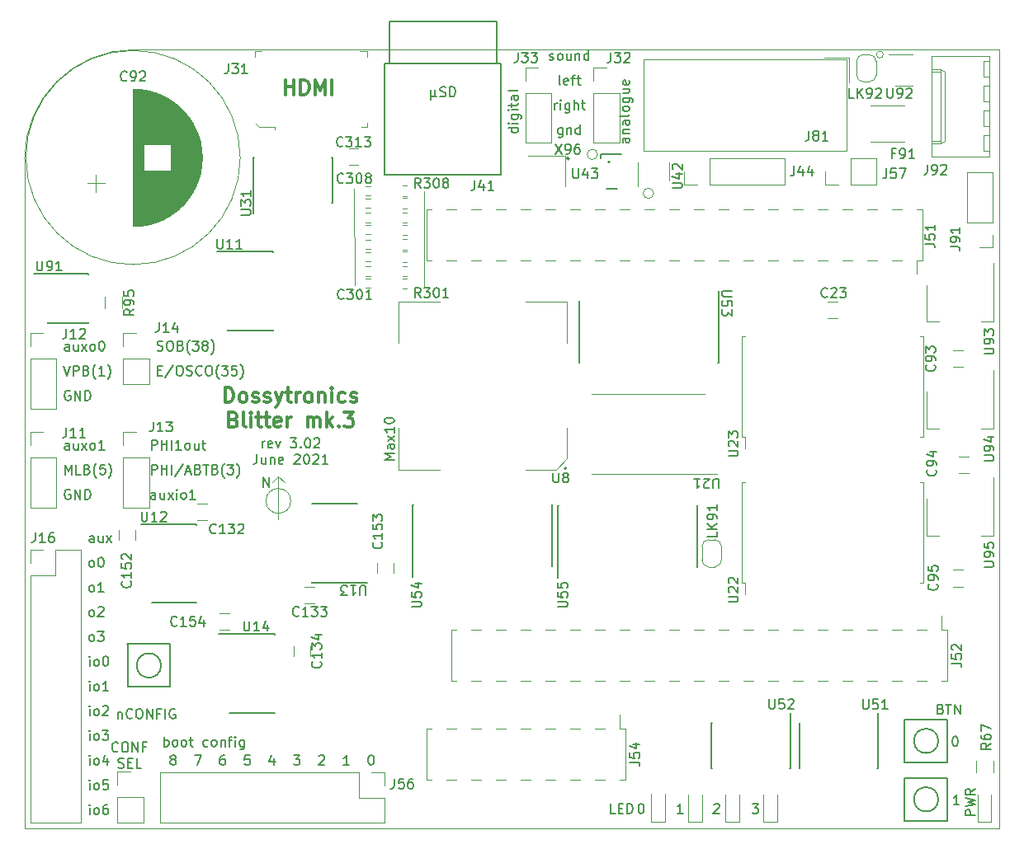
<source format=gbr>
G04 #@! TF.GenerationSoftware,KiCad,Pcbnew,(5.1.6)-1*
G04 #@! TF.CreationDate,2021-06-05T12:15:53+01:00*
G04 #@! TF.ProjectId,blit-cpu-mk3,626c6974-2d63-4707-952d-6d6b332e6b69,3.00*
G04 #@! TF.SameCoordinates,Original*
G04 #@! TF.FileFunction,Legend,Top*
G04 #@! TF.FilePolarity,Positive*
%FSLAX46Y46*%
G04 Gerber Fmt 4.6, Leading zero omitted, Abs format (unit mm)*
G04 Created by KiCad (PCBNEW (5.1.6)-1) date 2021-06-05 12:15:53*
%MOMM*%
%LPD*%
G01*
G04 APERTURE LIST*
%ADD10C,0.120000*%
%ADD11C,0.150000*%
%ADD12C,0.300000*%
%ADD13C,0.200000*%
G04 #@! TA.AperFunction,Profile*
%ADD14C,0.050000*%
G04 #@! TD*
%ADD15C,0.100000*%
G04 APERTURE END LIST*
D10*
X110103553Y-22500000D02*
G75*
G03*
X110103553Y-22500000I-353553J0D01*
G01*
D11*
X31583333Y-94032142D02*
X31535714Y-94079761D01*
X31392857Y-94127380D01*
X31297619Y-94127380D01*
X31154761Y-94079761D01*
X31059523Y-93984523D01*
X31011904Y-93889285D01*
X30964285Y-93698809D01*
X30964285Y-93555952D01*
X31011904Y-93365476D01*
X31059523Y-93270238D01*
X31154761Y-93175000D01*
X31297619Y-93127380D01*
X31392857Y-93127380D01*
X31535714Y-93175000D01*
X31583333Y-93222619D01*
X32202380Y-93127380D02*
X32392857Y-93127380D01*
X32488095Y-93175000D01*
X32583333Y-93270238D01*
X32630952Y-93460714D01*
X32630952Y-93794047D01*
X32583333Y-93984523D01*
X32488095Y-94079761D01*
X32392857Y-94127380D01*
X32202380Y-94127380D01*
X32107142Y-94079761D01*
X32011904Y-93984523D01*
X31964285Y-93794047D01*
X31964285Y-93460714D01*
X32011904Y-93270238D01*
X32107142Y-93175000D01*
X32202380Y-93127380D01*
X33059523Y-94127380D02*
X33059523Y-93127380D01*
X33630952Y-94127380D01*
X33630952Y-93127380D01*
X34440476Y-93603571D02*
X34107142Y-93603571D01*
X34107142Y-94127380D02*
X34107142Y-93127380D01*
X34583333Y-93127380D01*
X31607142Y-95729761D02*
X31750000Y-95777380D01*
X31988095Y-95777380D01*
X32083333Y-95729761D01*
X32130952Y-95682142D01*
X32178571Y-95586904D01*
X32178571Y-95491666D01*
X32130952Y-95396428D01*
X32083333Y-95348809D01*
X31988095Y-95301190D01*
X31797619Y-95253571D01*
X31702380Y-95205952D01*
X31654761Y-95158333D01*
X31607142Y-95063095D01*
X31607142Y-94967857D01*
X31654761Y-94872619D01*
X31702380Y-94825000D01*
X31797619Y-94777380D01*
X32035714Y-94777380D01*
X32178571Y-94825000D01*
X32607142Y-95253571D02*
X32940476Y-95253571D01*
X33083333Y-95777380D02*
X32607142Y-95777380D01*
X32607142Y-94777380D01*
X33083333Y-94777380D01*
X33988095Y-95777380D02*
X33511904Y-95777380D01*
X33511904Y-94777380D01*
X31571428Y-90035714D02*
X31571428Y-90702380D01*
X31571428Y-90130952D02*
X31619047Y-90083333D01*
X31714285Y-90035714D01*
X31857142Y-90035714D01*
X31952380Y-90083333D01*
X32000000Y-90178571D01*
X32000000Y-90702380D01*
X33047619Y-90607142D02*
X33000000Y-90654761D01*
X32857142Y-90702380D01*
X32761904Y-90702380D01*
X32619047Y-90654761D01*
X32523809Y-90559523D01*
X32476190Y-90464285D01*
X32428571Y-90273809D01*
X32428571Y-90130952D01*
X32476190Y-89940476D01*
X32523809Y-89845238D01*
X32619047Y-89750000D01*
X32761904Y-89702380D01*
X32857142Y-89702380D01*
X33000000Y-89750000D01*
X33047619Y-89797619D01*
X33666666Y-89702380D02*
X33857142Y-89702380D01*
X33952380Y-89750000D01*
X34047619Y-89845238D01*
X34095238Y-90035714D01*
X34095238Y-90369047D01*
X34047619Y-90559523D01*
X33952380Y-90654761D01*
X33857142Y-90702380D01*
X33666666Y-90702380D01*
X33571428Y-90654761D01*
X33476190Y-90559523D01*
X33428571Y-90369047D01*
X33428571Y-90035714D01*
X33476190Y-89845238D01*
X33571428Y-89750000D01*
X33666666Y-89702380D01*
X34523809Y-90702380D02*
X34523809Y-89702380D01*
X35095238Y-90702380D01*
X35095238Y-89702380D01*
X35904761Y-90178571D02*
X35571428Y-90178571D01*
X35571428Y-90702380D02*
X35571428Y-89702380D01*
X36047619Y-89702380D01*
X36428571Y-90702380D02*
X36428571Y-89702380D01*
X37428571Y-89750000D02*
X37333333Y-89702380D01*
X37190476Y-89702380D01*
X37047619Y-89750000D01*
X36952380Y-89845238D01*
X36904761Y-89940476D01*
X36857142Y-90130952D01*
X36857142Y-90273809D01*
X36904761Y-90464285D01*
X36952380Y-90559523D01*
X37047619Y-90654761D01*
X37190476Y-90702380D01*
X37285714Y-90702380D01*
X37428571Y-90654761D01*
X37476190Y-90607142D01*
X37476190Y-90273809D01*
X37285714Y-90273809D01*
D10*
X80780330Y-32750000D02*
G75*
G03*
X80780330Y-32750000I-530330J0D01*
G01*
X86530330Y-36750000D02*
G75*
G03*
X86530330Y-36750000I-530330J0D01*
G01*
D11*
X46479285Y-66892380D02*
X46479285Y-65892380D01*
X47050714Y-66892380D01*
X47050714Y-65892380D01*
D10*
X48035000Y-65805000D02*
X47400000Y-66440000D01*
X48035000Y-65805000D02*
X48670000Y-66440000D01*
X48035000Y-70250000D02*
X48035000Y-65805000D01*
X49305000Y-68345000D02*
G75*
G03*
X49305000Y-68345000I-1270000J0D01*
G01*
D11*
X59917380Y-64137857D02*
X58917380Y-64137857D01*
X59631666Y-63804523D01*
X58917380Y-63471190D01*
X59917380Y-63471190D01*
X59917380Y-62566428D02*
X59393571Y-62566428D01*
X59298333Y-62614047D01*
X59250714Y-62709285D01*
X59250714Y-62899761D01*
X59298333Y-62995000D01*
X59869761Y-62566428D02*
X59917380Y-62661666D01*
X59917380Y-62899761D01*
X59869761Y-62995000D01*
X59774523Y-63042619D01*
X59679285Y-63042619D01*
X59584047Y-62995000D01*
X59536428Y-62899761D01*
X59536428Y-62661666D01*
X59488809Y-62566428D01*
X59917380Y-62185476D02*
X59250714Y-61661666D01*
X59250714Y-62185476D02*
X59917380Y-61661666D01*
X59917380Y-60756904D02*
X59917380Y-61328333D01*
X59917380Y-61042619D02*
X58917380Y-61042619D01*
X59060238Y-61137857D01*
X59155476Y-61233095D01*
X59203095Y-61328333D01*
X58917380Y-60137857D02*
X58917380Y-60042619D01*
X58965000Y-59947380D01*
X59012619Y-59899761D01*
X59107857Y-59852142D01*
X59298333Y-59804523D01*
X59536428Y-59804523D01*
X59726904Y-59852142D01*
X59822142Y-59899761D01*
X59869761Y-59947380D01*
X59917380Y-60042619D01*
X59917380Y-60137857D01*
X59869761Y-60233095D01*
X59822142Y-60280714D01*
X59726904Y-60328333D01*
X59536428Y-60375952D01*
X59298333Y-60375952D01*
X59107857Y-60328333D01*
X59012619Y-60280714D01*
X58965000Y-60233095D01*
X58917380Y-60137857D01*
X57512380Y-94467380D02*
X57607619Y-94467380D01*
X57702857Y-94515000D01*
X57750476Y-94562619D01*
X57798095Y-94657857D01*
X57845714Y-94848333D01*
X57845714Y-95086428D01*
X57798095Y-95276904D01*
X57750476Y-95372142D01*
X57702857Y-95419761D01*
X57607619Y-95467380D01*
X57512380Y-95467380D01*
X57417142Y-95419761D01*
X57369523Y-95372142D01*
X57321904Y-95276904D01*
X57274285Y-95086428D01*
X57274285Y-94848333D01*
X57321904Y-94657857D01*
X57369523Y-94562619D01*
X57417142Y-94515000D01*
X57512380Y-94467380D01*
X55305714Y-95467380D02*
X54734285Y-95467380D01*
X55020000Y-95467380D02*
X55020000Y-94467380D01*
X54924761Y-94610238D01*
X54829523Y-94705476D01*
X54734285Y-94753095D01*
X52194285Y-94562619D02*
X52241904Y-94515000D01*
X52337142Y-94467380D01*
X52575238Y-94467380D01*
X52670476Y-94515000D01*
X52718095Y-94562619D01*
X52765714Y-94657857D01*
X52765714Y-94753095D01*
X52718095Y-94895952D01*
X52146666Y-95467380D01*
X52765714Y-95467380D01*
X49606666Y-94467380D02*
X50225714Y-94467380D01*
X49892380Y-94848333D01*
X50035238Y-94848333D01*
X50130476Y-94895952D01*
X50178095Y-94943571D01*
X50225714Y-95038809D01*
X50225714Y-95276904D01*
X50178095Y-95372142D01*
X50130476Y-95419761D01*
X50035238Y-95467380D01*
X49749523Y-95467380D01*
X49654285Y-95419761D01*
X49606666Y-95372142D01*
X47590476Y-94800714D02*
X47590476Y-95467380D01*
X47352380Y-94419761D02*
X47114285Y-95134047D01*
X47733333Y-95134047D01*
X45098095Y-94467380D02*
X44621904Y-94467380D01*
X44574285Y-94943571D01*
X44621904Y-94895952D01*
X44717142Y-94848333D01*
X44955238Y-94848333D01*
X45050476Y-94895952D01*
X45098095Y-94943571D01*
X45145714Y-95038809D01*
X45145714Y-95276904D01*
X45098095Y-95372142D01*
X45050476Y-95419761D01*
X44955238Y-95467380D01*
X44717142Y-95467380D01*
X44621904Y-95419761D01*
X44574285Y-95372142D01*
X42510476Y-94467380D02*
X42320000Y-94467380D01*
X42224761Y-94515000D01*
X42177142Y-94562619D01*
X42081904Y-94705476D01*
X42034285Y-94895952D01*
X42034285Y-95276904D01*
X42081904Y-95372142D01*
X42129523Y-95419761D01*
X42224761Y-95467380D01*
X42415238Y-95467380D01*
X42510476Y-95419761D01*
X42558095Y-95372142D01*
X42605714Y-95276904D01*
X42605714Y-95038809D01*
X42558095Y-94943571D01*
X42510476Y-94895952D01*
X42415238Y-94848333D01*
X42224761Y-94848333D01*
X42129523Y-94895952D01*
X42081904Y-94943571D01*
X42034285Y-95038809D01*
X39446666Y-94467380D02*
X40113333Y-94467380D01*
X39684761Y-95467380D01*
X37144761Y-94895952D02*
X37049523Y-94848333D01*
X37001904Y-94800714D01*
X36954285Y-94705476D01*
X36954285Y-94657857D01*
X37001904Y-94562619D01*
X37049523Y-94515000D01*
X37144761Y-94467380D01*
X37335238Y-94467380D01*
X37430476Y-94515000D01*
X37478095Y-94562619D01*
X37525714Y-94657857D01*
X37525714Y-94705476D01*
X37478095Y-94800714D01*
X37430476Y-94848333D01*
X37335238Y-94895952D01*
X37144761Y-94895952D01*
X37049523Y-94943571D01*
X37001904Y-94991190D01*
X36954285Y-95086428D01*
X36954285Y-95276904D01*
X37001904Y-95372142D01*
X37049523Y-95419761D01*
X37144761Y-95467380D01*
X37335238Y-95467380D01*
X37430476Y-95419761D01*
X37478095Y-95372142D01*
X37525714Y-95276904D01*
X37525714Y-95086428D01*
X37478095Y-94991190D01*
X37430476Y-94943571D01*
X37335238Y-94895952D01*
X36319761Y-93562380D02*
X36319761Y-92562380D01*
X36319761Y-92943333D02*
X36415000Y-92895714D01*
X36605476Y-92895714D01*
X36700714Y-92943333D01*
X36748333Y-92990952D01*
X36795952Y-93086190D01*
X36795952Y-93371904D01*
X36748333Y-93467142D01*
X36700714Y-93514761D01*
X36605476Y-93562380D01*
X36415000Y-93562380D01*
X36319761Y-93514761D01*
X37367380Y-93562380D02*
X37272142Y-93514761D01*
X37224523Y-93467142D01*
X37176904Y-93371904D01*
X37176904Y-93086190D01*
X37224523Y-92990952D01*
X37272142Y-92943333D01*
X37367380Y-92895714D01*
X37510238Y-92895714D01*
X37605476Y-92943333D01*
X37653095Y-92990952D01*
X37700714Y-93086190D01*
X37700714Y-93371904D01*
X37653095Y-93467142D01*
X37605476Y-93514761D01*
X37510238Y-93562380D01*
X37367380Y-93562380D01*
X38272142Y-93562380D02*
X38176904Y-93514761D01*
X38129285Y-93467142D01*
X38081666Y-93371904D01*
X38081666Y-93086190D01*
X38129285Y-92990952D01*
X38176904Y-92943333D01*
X38272142Y-92895714D01*
X38415000Y-92895714D01*
X38510238Y-92943333D01*
X38557857Y-92990952D01*
X38605476Y-93086190D01*
X38605476Y-93371904D01*
X38557857Y-93467142D01*
X38510238Y-93514761D01*
X38415000Y-93562380D01*
X38272142Y-93562380D01*
X38891190Y-92895714D02*
X39272142Y-92895714D01*
X39034047Y-92562380D02*
X39034047Y-93419523D01*
X39081666Y-93514761D01*
X39176904Y-93562380D01*
X39272142Y-93562380D01*
X40795952Y-93514761D02*
X40700714Y-93562380D01*
X40510238Y-93562380D01*
X40415000Y-93514761D01*
X40367380Y-93467142D01*
X40319761Y-93371904D01*
X40319761Y-93086190D01*
X40367380Y-92990952D01*
X40415000Y-92943333D01*
X40510238Y-92895714D01*
X40700714Y-92895714D01*
X40795952Y-92943333D01*
X41367380Y-93562380D02*
X41272142Y-93514761D01*
X41224523Y-93467142D01*
X41176904Y-93371904D01*
X41176904Y-93086190D01*
X41224523Y-92990952D01*
X41272142Y-92943333D01*
X41367380Y-92895714D01*
X41510238Y-92895714D01*
X41605476Y-92943333D01*
X41653095Y-92990952D01*
X41700714Y-93086190D01*
X41700714Y-93371904D01*
X41653095Y-93467142D01*
X41605476Y-93514761D01*
X41510238Y-93562380D01*
X41367380Y-93562380D01*
X42129285Y-92895714D02*
X42129285Y-93562380D01*
X42129285Y-92990952D02*
X42176904Y-92943333D01*
X42272142Y-92895714D01*
X42415000Y-92895714D01*
X42510238Y-92943333D01*
X42557857Y-93038571D01*
X42557857Y-93562380D01*
X42891190Y-92895714D02*
X43272142Y-92895714D01*
X43034047Y-93562380D02*
X43034047Y-92705238D01*
X43081666Y-92610000D01*
X43176904Y-92562380D01*
X43272142Y-92562380D01*
X43605476Y-93562380D02*
X43605476Y-92895714D01*
X43605476Y-92562380D02*
X43557857Y-92610000D01*
X43605476Y-92657619D01*
X43653095Y-92610000D01*
X43605476Y-92562380D01*
X43605476Y-92657619D01*
X44510238Y-92895714D02*
X44510238Y-93705238D01*
X44462619Y-93800476D01*
X44415000Y-93848095D01*
X44319761Y-93895714D01*
X44176904Y-93895714D01*
X44081666Y-93848095D01*
X44510238Y-93514761D02*
X44415000Y-93562380D01*
X44224523Y-93562380D01*
X44129285Y-93514761D01*
X44081666Y-93467142D01*
X44034047Y-93371904D01*
X44034047Y-93086190D01*
X44081666Y-92990952D01*
X44129285Y-92943333D01*
X44224523Y-92895714D01*
X44415000Y-92895714D01*
X44510238Y-92943333D01*
X46376428Y-62892380D02*
X46376428Y-62225714D01*
X46376428Y-62416190D02*
X46424047Y-62320952D01*
X46471666Y-62273333D01*
X46566904Y-62225714D01*
X46662142Y-62225714D01*
X47376428Y-62844761D02*
X47281190Y-62892380D01*
X47090714Y-62892380D01*
X46995476Y-62844761D01*
X46947857Y-62749523D01*
X46947857Y-62368571D01*
X46995476Y-62273333D01*
X47090714Y-62225714D01*
X47281190Y-62225714D01*
X47376428Y-62273333D01*
X47424047Y-62368571D01*
X47424047Y-62463809D01*
X46947857Y-62559047D01*
X47757380Y-62225714D02*
X47995476Y-62892380D01*
X48233571Y-62225714D01*
X49281190Y-61892380D02*
X49900238Y-61892380D01*
X49566904Y-62273333D01*
X49709761Y-62273333D01*
X49805000Y-62320952D01*
X49852619Y-62368571D01*
X49900238Y-62463809D01*
X49900238Y-62701904D01*
X49852619Y-62797142D01*
X49805000Y-62844761D01*
X49709761Y-62892380D01*
X49424047Y-62892380D01*
X49328809Y-62844761D01*
X49281190Y-62797142D01*
X50328809Y-62797142D02*
X50376428Y-62844761D01*
X50328809Y-62892380D01*
X50281190Y-62844761D01*
X50328809Y-62797142D01*
X50328809Y-62892380D01*
X50995476Y-61892380D02*
X51090714Y-61892380D01*
X51185952Y-61940000D01*
X51233571Y-61987619D01*
X51281190Y-62082857D01*
X51328809Y-62273333D01*
X51328809Y-62511428D01*
X51281190Y-62701904D01*
X51233571Y-62797142D01*
X51185952Y-62844761D01*
X51090714Y-62892380D01*
X50995476Y-62892380D01*
X50900238Y-62844761D01*
X50852619Y-62797142D01*
X50805000Y-62701904D01*
X50757380Y-62511428D01*
X50757380Y-62273333D01*
X50805000Y-62082857D01*
X50852619Y-61987619D01*
X50900238Y-61940000D01*
X50995476Y-61892380D01*
X51709761Y-61987619D02*
X51757380Y-61940000D01*
X51852619Y-61892380D01*
X52090714Y-61892380D01*
X52185952Y-61940000D01*
X52233571Y-61987619D01*
X52281190Y-62082857D01*
X52281190Y-62178095D01*
X52233571Y-62320952D01*
X51662142Y-62892380D01*
X52281190Y-62892380D01*
X45828809Y-63542380D02*
X45828809Y-64256666D01*
X45781190Y-64399523D01*
X45685952Y-64494761D01*
X45543095Y-64542380D01*
X45447857Y-64542380D01*
X46733571Y-63875714D02*
X46733571Y-64542380D01*
X46305000Y-63875714D02*
X46305000Y-64399523D01*
X46352619Y-64494761D01*
X46447857Y-64542380D01*
X46590714Y-64542380D01*
X46685952Y-64494761D01*
X46733571Y-64447142D01*
X47209761Y-63875714D02*
X47209761Y-64542380D01*
X47209761Y-63970952D02*
X47257380Y-63923333D01*
X47352619Y-63875714D01*
X47495476Y-63875714D01*
X47590714Y-63923333D01*
X47638333Y-64018571D01*
X47638333Y-64542380D01*
X48495476Y-64494761D02*
X48400238Y-64542380D01*
X48209761Y-64542380D01*
X48114523Y-64494761D01*
X48066904Y-64399523D01*
X48066904Y-64018571D01*
X48114523Y-63923333D01*
X48209761Y-63875714D01*
X48400238Y-63875714D01*
X48495476Y-63923333D01*
X48543095Y-64018571D01*
X48543095Y-64113809D01*
X48066904Y-64209047D01*
X49685952Y-63637619D02*
X49733571Y-63590000D01*
X49828809Y-63542380D01*
X50066904Y-63542380D01*
X50162142Y-63590000D01*
X50209761Y-63637619D01*
X50257380Y-63732857D01*
X50257380Y-63828095D01*
X50209761Y-63970952D01*
X49638333Y-64542380D01*
X50257380Y-64542380D01*
X50876428Y-63542380D02*
X50971666Y-63542380D01*
X51066904Y-63590000D01*
X51114523Y-63637619D01*
X51162142Y-63732857D01*
X51209761Y-63923333D01*
X51209761Y-64161428D01*
X51162142Y-64351904D01*
X51114523Y-64447142D01*
X51066904Y-64494761D01*
X50971666Y-64542380D01*
X50876428Y-64542380D01*
X50781190Y-64494761D01*
X50733571Y-64447142D01*
X50685952Y-64351904D01*
X50638333Y-64161428D01*
X50638333Y-63923333D01*
X50685952Y-63732857D01*
X50733571Y-63637619D01*
X50781190Y-63590000D01*
X50876428Y-63542380D01*
X51590714Y-63637619D02*
X51638333Y-63590000D01*
X51733571Y-63542380D01*
X51971666Y-63542380D01*
X52066904Y-63590000D01*
X52114523Y-63637619D01*
X52162142Y-63732857D01*
X52162142Y-63828095D01*
X52114523Y-63970952D01*
X51543095Y-64542380D01*
X52162142Y-64542380D01*
X53114523Y-64542380D02*
X52543095Y-64542380D01*
X52828809Y-64542380D02*
X52828809Y-63542380D01*
X52733571Y-63685238D01*
X52638333Y-63780476D01*
X52543095Y-63828095D01*
D12*
X42590714Y-58228571D02*
X42590714Y-56728571D01*
X42947857Y-56728571D01*
X43162142Y-56800000D01*
X43305000Y-56942857D01*
X43376428Y-57085714D01*
X43447857Y-57371428D01*
X43447857Y-57585714D01*
X43376428Y-57871428D01*
X43305000Y-58014285D01*
X43162142Y-58157142D01*
X42947857Y-58228571D01*
X42590714Y-58228571D01*
X44305000Y-58228571D02*
X44162142Y-58157142D01*
X44090714Y-58085714D01*
X44019285Y-57942857D01*
X44019285Y-57514285D01*
X44090714Y-57371428D01*
X44162142Y-57300000D01*
X44305000Y-57228571D01*
X44519285Y-57228571D01*
X44662142Y-57300000D01*
X44733571Y-57371428D01*
X44805000Y-57514285D01*
X44805000Y-57942857D01*
X44733571Y-58085714D01*
X44662142Y-58157142D01*
X44519285Y-58228571D01*
X44305000Y-58228571D01*
X45376428Y-58157142D02*
X45519285Y-58228571D01*
X45805000Y-58228571D01*
X45947857Y-58157142D01*
X46019285Y-58014285D01*
X46019285Y-57942857D01*
X45947857Y-57800000D01*
X45805000Y-57728571D01*
X45590714Y-57728571D01*
X45447857Y-57657142D01*
X45376428Y-57514285D01*
X45376428Y-57442857D01*
X45447857Y-57300000D01*
X45590714Y-57228571D01*
X45805000Y-57228571D01*
X45947857Y-57300000D01*
X46590714Y-58157142D02*
X46733571Y-58228571D01*
X47019285Y-58228571D01*
X47162142Y-58157142D01*
X47233571Y-58014285D01*
X47233571Y-57942857D01*
X47162142Y-57800000D01*
X47019285Y-57728571D01*
X46805000Y-57728571D01*
X46662142Y-57657142D01*
X46590714Y-57514285D01*
X46590714Y-57442857D01*
X46662142Y-57300000D01*
X46805000Y-57228571D01*
X47019285Y-57228571D01*
X47162142Y-57300000D01*
X47733571Y-57228571D02*
X48090714Y-58228571D01*
X48447857Y-57228571D02*
X48090714Y-58228571D01*
X47947857Y-58585714D01*
X47876428Y-58657142D01*
X47733571Y-58728571D01*
X48805000Y-57228571D02*
X49376428Y-57228571D01*
X49019285Y-56728571D02*
X49019285Y-58014285D01*
X49090714Y-58157142D01*
X49233571Y-58228571D01*
X49376428Y-58228571D01*
X49876428Y-58228571D02*
X49876428Y-57228571D01*
X49876428Y-57514285D02*
X49947857Y-57371428D01*
X50019285Y-57300000D01*
X50162142Y-57228571D01*
X50305000Y-57228571D01*
X51019285Y-58228571D02*
X50876428Y-58157142D01*
X50805000Y-58085714D01*
X50733571Y-57942857D01*
X50733571Y-57514285D01*
X50805000Y-57371428D01*
X50876428Y-57300000D01*
X51019285Y-57228571D01*
X51233571Y-57228571D01*
X51376428Y-57300000D01*
X51447857Y-57371428D01*
X51519285Y-57514285D01*
X51519285Y-57942857D01*
X51447857Y-58085714D01*
X51376428Y-58157142D01*
X51233571Y-58228571D01*
X51019285Y-58228571D01*
X52162142Y-57228571D02*
X52162142Y-58228571D01*
X52162142Y-57371428D02*
X52233571Y-57300000D01*
X52376428Y-57228571D01*
X52590714Y-57228571D01*
X52733571Y-57300000D01*
X52805000Y-57442857D01*
X52805000Y-58228571D01*
X53519285Y-58228571D02*
X53519285Y-57228571D01*
X53519285Y-56728571D02*
X53447857Y-56800000D01*
X53519285Y-56871428D01*
X53590714Y-56800000D01*
X53519285Y-56728571D01*
X53519285Y-56871428D01*
X54876428Y-58157142D02*
X54733571Y-58228571D01*
X54447857Y-58228571D01*
X54305000Y-58157142D01*
X54233571Y-58085714D01*
X54162142Y-57942857D01*
X54162142Y-57514285D01*
X54233571Y-57371428D01*
X54305000Y-57300000D01*
X54447857Y-57228571D01*
X54733571Y-57228571D01*
X54876428Y-57300000D01*
X55447857Y-58157142D02*
X55590714Y-58228571D01*
X55876428Y-58228571D01*
X56019285Y-58157142D01*
X56090714Y-58014285D01*
X56090714Y-57942857D01*
X56019285Y-57800000D01*
X55876428Y-57728571D01*
X55662142Y-57728571D01*
X55519285Y-57657142D01*
X55447857Y-57514285D01*
X55447857Y-57442857D01*
X55519285Y-57300000D01*
X55662142Y-57228571D01*
X55876428Y-57228571D01*
X56019285Y-57300000D01*
X43447857Y-59982857D02*
X43662142Y-60054285D01*
X43733571Y-60125714D01*
X43805000Y-60268571D01*
X43805000Y-60482857D01*
X43733571Y-60625714D01*
X43662142Y-60697142D01*
X43519285Y-60768571D01*
X42947857Y-60768571D01*
X42947857Y-59268571D01*
X43447857Y-59268571D01*
X43590714Y-59340000D01*
X43662142Y-59411428D01*
X43733571Y-59554285D01*
X43733571Y-59697142D01*
X43662142Y-59840000D01*
X43590714Y-59911428D01*
X43447857Y-59982857D01*
X42947857Y-59982857D01*
X44662142Y-60768571D02*
X44519285Y-60697142D01*
X44447857Y-60554285D01*
X44447857Y-59268571D01*
X45233571Y-60768571D02*
X45233571Y-59768571D01*
X45233571Y-59268571D02*
X45162142Y-59340000D01*
X45233571Y-59411428D01*
X45305000Y-59340000D01*
X45233571Y-59268571D01*
X45233571Y-59411428D01*
X45733571Y-59768571D02*
X46305000Y-59768571D01*
X45947857Y-59268571D02*
X45947857Y-60554285D01*
X46019285Y-60697142D01*
X46162142Y-60768571D01*
X46305000Y-60768571D01*
X46590714Y-59768571D02*
X47162142Y-59768571D01*
X46805000Y-59268571D02*
X46805000Y-60554285D01*
X46876428Y-60697142D01*
X47019285Y-60768571D01*
X47162142Y-60768571D01*
X48233571Y-60697142D02*
X48090714Y-60768571D01*
X47805000Y-60768571D01*
X47662142Y-60697142D01*
X47590714Y-60554285D01*
X47590714Y-59982857D01*
X47662142Y-59840000D01*
X47805000Y-59768571D01*
X48090714Y-59768571D01*
X48233571Y-59840000D01*
X48305000Y-59982857D01*
X48305000Y-60125714D01*
X47590714Y-60268571D01*
X48947857Y-60768571D02*
X48947857Y-59768571D01*
X48947857Y-60054285D02*
X49019285Y-59911428D01*
X49090714Y-59840000D01*
X49233571Y-59768571D01*
X49376428Y-59768571D01*
X51019285Y-60768571D02*
X51019285Y-59768571D01*
X51019285Y-59911428D02*
X51090714Y-59840000D01*
X51233571Y-59768571D01*
X51447857Y-59768571D01*
X51590714Y-59840000D01*
X51662142Y-59982857D01*
X51662142Y-60768571D01*
X51662142Y-59982857D02*
X51733571Y-59840000D01*
X51876428Y-59768571D01*
X52090714Y-59768571D01*
X52233571Y-59840000D01*
X52305000Y-59982857D01*
X52305000Y-60768571D01*
X53019285Y-60768571D02*
X53019285Y-59268571D01*
X53162142Y-60197142D02*
X53590714Y-60768571D01*
X53590714Y-59768571D02*
X53019285Y-60340000D01*
X54233571Y-60625714D02*
X54305000Y-60697142D01*
X54233571Y-60768571D01*
X54162142Y-60697142D01*
X54233571Y-60625714D01*
X54233571Y-60768571D01*
X54805000Y-59268571D02*
X55733571Y-59268571D01*
X55233571Y-59840000D01*
X55447857Y-59840000D01*
X55590714Y-59911428D01*
X55662142Y-59982857D01*
X55733571Y-60125714D01*
X55733571Y-60482857D01*
X55662142Y-60625714D01*
X55590714Y-60697142D01*
X55447857Y-60768571D01*
X55019285Y-60768571D01*
X54876428Y-60697142D01*
X54805000Y-60625714D01*
D11*
X77189523Y-30030714D02*
X77189523Y-30840238D01*
X77141904Y-30935476D01*
X77094285Y-30983095D01*
X76999047Y-31030714D01*
X76856190Y-31030714D01*
X76760952Y-30983095D01*
X77189523Y-30649761D02*
X77094285Y-30697380D01*
X76903809Y-30697380D01*
X76808571Y-30649761D01*
X76760952Y-30602142D01*
X76713333Y-30506904D01*
X76713333Y-30221190D01*
X76760952Y-30125952D01*
X76808571Y-30078333D01*
X76903809Y-30030714D01*
X77094285Y-30030714D01*
X77189523Y-30078333D01*
X77665714Y-30030714D02*
X77665714Y-30697380D01*
X77665714Y-30125952D02*
X77713333Y-30078333D01*
X77808571Y-30030714D01*
X77951428Y-30030714D01*
X78046666Y-30078333D01*
X78094285Y-30173571D01*
X78094285Y-30697380D01*
X78999047Y-30697380D02*
X78999047Y-29697380D01*
X78999047Y-30649761D02*
X78903809Y-30697380D01*
X78713333Y-30697380D01*
X78618095Y-30649761D01*
X78570476Y-30602142D01*
X78522857Y-30506904D01*
X78522857Y-30221190D01*
X78570476Y-30125952D01*
X78618095Y-30078333D01*
X78713333Y-30030714D01*
X78903809Y-30030714D01*
X78999047Y-30078333D01*
X76380000Y-28157380D02*
X76380000Y-27490714D01*
X76380000Y-27681190D02*
X76427619Y-27585952D01*
X76475238Y-27538333D01*
X76570476Y-27490714D01*
X76665714Y-27490714D01*
X76999047Y-28157380D02*
X76999047Y-27490714D01*
X76999047Y-27157380D02*
X76951428Y-27205000D01*
X76999047Y-27252619D01*
X77046666Y-27205000D01*
X76999047Y-27157380D01*
X76999047Y-27252619D01*
X77903809Y-27490714D02*
X77903809Y-28300238D01*
X77856190Y-28395476D01*
X77808571Y-28443095D01*
X77713333Y-28490714D01*
X77570476Y-28490714D01*
X77475238Y-28443095D01*
X77903809Y-28109761D02*
X77808571Y-28157380D01*
X77618095Y-28157380D01*
X77522857Y-28109761D01*
X77475238Y-28062142D01*
X77427619Y-27966904D01*
X77427619Y-27681190D01*
X77475238Y-27585952D01*
X77522857Y-27538333D01*
X77618095Y-27490714D01*
X77808571Y-27490714D01*
X77903809Y-27538333D01*
X78380000Y-28157380D02*
X78380000Y-27157380D01*
X78808571Y-28157380D02*
X78808571Y-27633571D01*
X78760952Y-27538333D01*
X78665714Y-27490714D01*
X78522857Y-27490714D01*
X78427619Y-27538333D01*
X78380000Y-27585952D01*
X79141904Y-27490714D02*
X79522857Y-27490714D01*
X79284761Y-27157380D02*
X79284761Y-28014523D01*
X79332380Y-28109761D01*
X79427619Y-28157380D01*
X79522857Y-28157380D01*
X76999047Y-25617380D02*
X76903809Y-25569761D01*
X76856190Y-25474523D01*
X76856190Y-24617380D01*
X77760952Y-25569761D02*
X77665714Y-25617380D01*
X77475238Y-25617380D01*
X77380000Y-25569761D01*
X77332380Y-25474523D01*
X77332380Y-25093571D01*
X77380000Y-24998333D01*
X77475238Y-24950714D01*
X77665714Y-24950714D01*
X77760952Y-24998333D01*
X77808571Y-25093571D01*
X77808571Y-25188809D01*
X77332380Y-25284047D01*
X78094285Y-24950714D02*
X78475238Y-24950714D01*
X78237142Y-25617380D02*
X78237142Y-24760238D01*
X78284761Y-24665000D01*
X78380000Y-24617380D01*
X78475238Y-24617380D01*
X78665714Y-24950714D02*
X79046666Y-24950714D01*
X78808571Y-24617380D02*
X78808571Y-25474523D01*
X78856190Y-25569761D01*
X78951428Y-25617380D01*
X79046666Y-25617380D01*
X84047380Y-31078095D02*
X83523571Y-31078095D01*
X83428333Y-31125714D01*
X83380714Y-31220952D01*
X83380714Y-31411428D01*
X83428333Y-31506666D01*
X83999761Y-31078095D02*
X84047380Y-31173333D01*
X84047380Y-31411428D01*
X83999761Y-31506666D01*
X83904523Y-31554285D01*
X83809285Y-31554285D01*
X83714047Y-31506666D01*
X83666428Y-31411428D01*
X83666428Y-31173333D01*
X83618809Y-31078095D01*
X83380714Y-30601904D02*
X84047380Y-30601904D01*
X83475952Y-30601904D02*
X83428333Y-30554285D01*
X83380714Y-30459047D01*
X83380714Y-30316190D01*
X83428333Y-30220952D01*
X83523571Y-30173333D01*
X84047380Y-30173333D01*
X84047380Y-29268571D02*
X83523571Y-29268571D01*
X83428333Y-29316190D01*
X83380714Y-29411428D01*
X83380714Y-29601904D01*
X83428333Y-29697142D01*
X83999761Y-29268571D02*
X84047380Y-29363809D01*
X84047380Y-29601904D01*
X83999761Y-29697142D01*
X83904523Y-29744761D01*
X83809285Y-29744761D01*
X83714047Y-29697142D01*
X83666428Y-29601904D01*
X83666428Y-29363809D01*
X83618809Y-29268571D01*
X84047380Y-28649523D02*
X83999761Y-28744761D01*
X83904523Y-28792380D01*
X83047380Y-28792380D01*
X84047380Y-28125714D02*
X83999761Y-28220952D01*
X83952142Y-28268571D01*
X83856904Y-28316190D01*
X83571190Y-28316190D01*
X83475952Y-28268571D01*
X83428333Y-28220952D01*
X83380714Y-28125714D01*
X83380714Y-27982857D01*
X83428333Y-27887619D01*
X83475952Y-27840000D01*
X83571190Y-27792380D01*
X83856904Y-27792380D01*
X83952142Y-27840000D01*
X83999761Y-27887619D01*
X84047380Y-27982857D01*
X84047380Y-28125714D01*
X83380714Y-26935238D02*
X84190238Y-26935238D01*
X84285476Y-26982857D01*
X84333095Y-27030476D01*
X84380714Y-27125714D01*
X84380714Y-27268571D01*
X84333095Y-27363809D01*
X83999761Y-26935238D02*
X84047380Y-27030476D01*
X84047380Y-27220952D01*
X83999761Y-27316190D01*
X83952142Y-27363809D01*
X83856904Y-27411428D01*
X83571190Y-27411428D01*
X83475952Y-27363809D01*
X83428333Y-27316190D01*
X83380714Y-27220952D01*
X83380714Y-27030476D01*
X83428333Y-26935238D01*
X83380714Y-26030476D02*
X84047380Y-26030476D01*
X83380714Y-26459047D02*
X83904523Y-26459047D01*
X83999761Y-26411428D01*
X84047380Y-26316190D01*
X84047380Y-26173333D01*
X83999761Y-26078095D01*
X83952142Y-26030476D01*
X83999761Y-25173333D02*
X84047380Y-25268571D01*
X84047380Y-25459047D01*
X83999761Y-25554285D01*
X83904523Y-25601904D01*
X83523571Y-25601904D01*
X83428333Y-25554285D01*
X83380714Y-25459047D01*
X83380714Y-25268571D01*
X83428333Y-25173333D01*
X83523571Y-25125714D01*
X83618809Y-25125714D01*
X83714047Y-25601904D01*
X72617380Y-30054285D02*
X71617380Y-30054285D01*
X72569761Y-30054285D02*
X72617380Y-30149523D01*
X72617380Y-30340000D01*
X72569761Y-30435238D01*
X72522142Y-30482857D01*
X72426904Y-30530476D01*
X72141190Y-30530476D01*
X72045952Y-30482857D01*
X71998333Y-30435238D01*
X71950714Y-30340000D01*
X71950714Y-30149523D01*
X71998333Y-30054285D01*
X72617380Y-29578095D02*
X71950714Y-29578095D01*
X71617380Y-29578095D02*
X71665000Y-29625714D01*
X71712619Y-29578095D01*
X71665000Y-29530476D01*
X71617380Y-29578095D01*
X71712619Y-29578095D01*
X71950714Y-28673333D02*
X72760238Y-28673333D01*
X72855476Y-28720952D01*
X72903095Y-28768571D01*
X72950714Y-28863809D01*
X72950714Y-29006666D01*
X72903095Y-29101904D01*
X72569761Y-28673333D02*
X72617380Y-28768571D01*
X72617380Y-28959047D01*
X72569761Y-29054285D01*
X72522142Y-29101904D01*
X72426904Y-29149523D01*
X72141190Y-29149523D01*
X72045952Y-29101904D01*
X71998333Y-29054285D01*
X71950714Y-28959047D01*
X71950714Y-28768571D01*
X71998333Y-28673333D01*
X72617380Y-28197142D02*
X71950714Y-28197142D01*
X71617380Y-28197142D02*
X71665000Y-28244761D01*
X71712619Y-28197142D01*
X71665000Y-28149523D01*
X71617380Y-28197142D01*
X71712619Y-28197142D01*
X71950714Y-27863809D02*
X71950714Y-27482857D01*
X71617380Y-27720952D02*
X72474523Y-27720952D01*
X72569761Y-27673333D01*
X72617380Y-27578095D01*
X72617380Y-27482857D01*
X72617380Y-26720952D02*
X72093571Y-26720952D01*
X71998333Y-26768571D01*
X71950714Y-26863809D01*
X71950714Y-27054285D01*
X71998333Y-27149523D01*
X72569761Y-26720952D02*
X72617380Y-26816190D01*
X72617380Y-27054285D01*
X72569761Y-27149523D01*
X72474523Y-27197142D01*
X72379285Y-27197142D01*
X72284047Y-27149523D01*
X72236428Y-27054285D01*
X72236428Y-26816190D01*
X72188809Y-26720952D01*
X72617380Y-26101904D02*
X72569761Y-26197142D01*
X72474523Y-26244761D01*
X71617380Y-26244761D01*
X75856190Y-23029761D02*
X75951428Y-23077380D01*
X76141904Y-23077380D01*
X76237142Y-23029761D01*
X76284761Y-22934523D01*
X76284761Y-22886904D01*
X76237142Y-22791666D01*
X76141904Y-22744047D01*
X75999047Y-22744047D01*
X75903809Y-22696428D01*
X75856190Y-22601190D01*
X75856190Y-22553571D01*
X75903809Y-22458333D01*
X75999047Y-22410714D01*
X76141904Y-22410714D01*
X76237142Y-22458333D01*
X76856190Y-23077380D02*
X76760952Y-23029761D01*
X76713333Y-22982142D01*
X76665714Y-22886904D01*
X76665714Y-22601190D01*
X76713333Y-22505952D01*
X76760952Y-22458333D01*
X76856190Y-22410714D01*
X76999047Y-22410714D01*
X77094285Y-22458333D01*
X77141904Y-22505952D01*
X77189523Y-22601190D01*
X77189523Y-22886904D01*
X77141904Y-22982142D01*
X77094285Y-23029761D01*
X76999047Y-23077380D01*
X76856190Y-23077380D01*
X78046666Y-22410714D02*
X78046666Y-23077380D01*
X77618095Y-22410714D02*
X77618095Y-22934523D01*
X77665714Y-23029761D01*
X77760952Y-23077380D01*
X77903809Y-23077380D01*
X77999047Y-23029761D01*
X78046666Y-22982142D01*
X78522857Y-22410714D02*
X78522857Y-23077380D01*
X78522857Y-22505952D02*
X78570476Y-22458333D01*
X78665714Y-22410714D01*
X78808571Y-22410714D01*
X78903809Y-22458333D01*
X78951428Y-22553571D01*
X78951428Y-23077380D01*
X79856190Y-23077380D02*
X79856190Y-22077380D01*
X79856190Y-23029761D02*
X79760952Y-23077380D01*
X79570476Y-23077380D01*
X79475238Y-23029761D01*
X79427619Y-22982142D01*
X79380000Y-22886904D01*
X79380000Y-22601190D01*
X79427619Y-22505952D01*
X79475238Y-22458333D01*
X79570476Y-22410714D01*
X79760952Y-22410714D01*
X79856190Y-22458333D01*
X28685595Y-100547380D02*
X28685595Y-99880714D01*
X28685595Y-99547380D02*
X28637976Y-99595000D01*
X28685595Y-99642619D01*
X28733214Y-99595000D01*
X28685595Y-99547380D01*
X28685595Y-99642619D01*
X29304642Y-100547380D02*
X29209404Y-100499761D01*
X29161785Y-100452142D01*
X29114166Y-100356904D01*
X29114166Y-100071190D01*
X29161785Y-99975952D01*
X29209404Y-99928333D01*
X29304642Y-99880714D01*
X29447500Y-99880714D01*
X29542738Y-99928333D01*
X29590357Y-99975952D01*
X29637976Y-100071190D01*
X29637976Y-100356904D01*
X29590357Y-100452142D01*
X29542738Y-100499761D01*
X29447500Y-100547380D01*
X29304642Y-100547380D01*
X30495119Y-99547380D02*
X30304642Y-99547380D01*
X30209404Y-99595000D01*
X30161785Y-99642619D01*
X30066547Y-99785476D01*
X30018928Y-99975952D01*
X30018928Y-100356904D01*
X30066547Y-100452142D01*
X30114166Y-100499761D01*
X30209404Y-100547380D01*
X30399880Y-100547380D01*
X30495119Y-100499761D01*
X30542738Y-100452142D01*
X30590357Y-100356904D01*
X30590357Y-100118809D01*
X30542738Y-100023571D01*
X30495119Y-99975952D01*
X30399880Y-99928333D01*
X30209404Y-99928333D01*
X30114166Y-99975952D01*
X30066547Y-100023571D01*
X30018928Y-100118809D01*
X28685595Y-98007380D02*
X28685595Y-97340714D01*
X28685595Y-97007380D02*
X28637976Y-97055000D01*
X28685595Y-97102619D01*
X28733214Y-97055000D01*
X28685595Y-97007380D01*
X28685595Y-97102619D01*
X29304642Y-98007380D02*
X29209404Y-97959761D01*
X29161785Y-97912142D01*
X29114166Y-97816904D01*
X29114166Y-97531190D01*
X29161785Y-97435952D01*
X29209404Y-97388333D01*
X29304642Y-97340714D01*
X29447500Y-97340714D01*
X29542738Y-97388333D01*
X29590357Y-97435952D01*
X29637976Y-97531190D01*
X29637976Y-97816904D01*
X29590357Y-97912142D01*
X29542738Y-97959761D01*
X29447500Y-98007380D01*
X29304642Y-98007380D01*
X30542738Y-97007380D02*
X30066547Y-97007380D01*
X30018928Y-97483571D01*
X30066547Y-97435952D01*
X30161785Y-97388333D01*
X30399880Y-97388333D01*
X30495119Y-97435952D01*
X30542738Y-97483571D01*
X30590357Y-97578809D01*
X30590357Y-97816904D01*
X30542738Y-97912142D01*
X30495119Y-97959761D01*
X30399880Y-98007380D01*
X30161785Y-98007380D01*
X30066547Y-97959761D01*
X30018928Y-97912142D01*
X28685595Y-95467380D02*
X28685595Y-94800714D01*
X28685595Y-94467380D02*
X28637976Y-94515000D01*
X28685595Y-94562619D01*
X28733214Y-94515000D01*
X28685595Y-94467380D01*
X28685595Y-94562619D01*
X29304642Y-95467380D02*
X29209404Y-95419761D01*
X29161785Y-95372142D01*
X29114166Y-95276904D01*
X29114166Y-94991190D01*
X29161785Y-94895952D01*
X29209404Y-94848333D01*
X29304642Y-94800714D01*
X29447500Y-94800714D01*
X29542738Y-94848333D01*
X29590357Y-94895952D01*
X29637976Y-94991190D01*
X29637976Y-95276904D01*
X29590357Y-95372142D01*
X29542738Y-95419761D01*
X29447500Y-95467380D01*
X29304642Y-95467380D01*
X30495119Y-94800714D02*
X30495119Y-95467380D01*
X30257023Y-94419761D02*
X30018928Y-95134047D01*
X30637976Y-95134047D01*
X28685595Y-92927380D02*
X28685595Y-92260714D01*
X28685595Y-91927380D02*
X28637976Y-91975000D01*
X28685595Y-92022619D01*
X28733214Y-91975000D01*
X28685595Y-91927380D01*
X28685595Y-92022619D01*
X29304642Y-92927380D02*
X29209404Y-92879761D01*
X29161785Y-92832142D01*
X29114166Y-92736904D01*
X29114166Y-92451190D01*
X29161785Y-92355952D01*
X29209404Y-92308333D01*
X29304642Y-92260714D01*
X29447500Y-92260714D01*
X29542738Y-92308333D01*
X29590357Y-92355952D01*
X29637976Y-92451190D01*
X29637976Y-92736904D01*
X29590357Y-92832142D01*
X29542738Y-92879761D01*
X29447500Y-92927380D01*
X29304642Y-92927380D01*
X29971309Y-91927380D02*
X30590357Y-91927380D01*
X30257023Y-92308333D01*
X30399880Y-92308333D01*
X30495119Y-92355952D01*
X30542738Y-92403571D01*
X30590357Y-92498809D01*
X30590357Y-92736904D01*
X30542738Y-92832142D01*
X30495119Y-92879761D01*
X30399880Y-92927380D01*
X30114166Y-92927380D01*
X30018928Y-92879761D01*
X29971309Y-92832142D01*
X28685595Y-90387380D02*
X28685595Y-89720714D01*
X28685595Y-89387380D02*
X28637976Y-89435000D01*
X28685595Y-89482619D01*
X28733214Y-89435000D01*
X28685595Y-89387380D01*
X28685595Y-89482619D01*
X29304642Y-90387380D02*
X29209404Y-90339761D01*
X29161785Y-90292142D01*
X29114166Y-90196904D01*
X29114166Y-89911190D01*
X29161785Y-89815952D01*
X29209404Y-89768333D01*
X29304642Y-89720714D01*
X29447500Y-89720714D01*
X29542738Y-89768333D01*
X29590357Y-89815952D01*
X29637976Y-89911190D01*
X29637976Y-90196904D01*
X29590357Y-90292142D01*
X29542738Y-90339761D01*
X29447500Y-90387380D01*
X29304642Y-90387380D01*
X30018928Y-89482619D02*
X30066547Y-89435000D01*
X30161785Y-89387380D01*
X30399880Y-89387380D01*
X30495119Y-89435000D01*
X30542738Y-89482619D01*
X30590357Y-89577857D01*
X30590357Y-89673095D01*
X30542738Y-89815952D01*
X29971309Y-90387380D01*
X30590357Y-90387380D01*
X28685595Y-87847380D02*
X28685595Y-87180714D01*
X28685595Y-86847380D02*
X28637976Y-86895000D01*
X28685595Y-86942619D01*
X28733214Y-86895000D01*
X28685595Y-86847380D01*
X28685595Y-86942619D01*
X29304642Y-87847380D02*
X29209404Y-87799761D01*
X29161785Y-87752142D01*
X29114166Y-87656904D01*
X29114166Y-87371190D01*
X29161785Y-87275952D01*
X29209404Y-87228333D01*
X29304642Y-87180714D01*
X29447500Y-87180714D01*
X29542738Y-87228333D01*
X29590357Y-87275952D01*
X29637976Y-87371190D01*
X29637976Y-87656904D01*
X29590357Y-87752142D01*
X29542738Y-87799761D01*
X29447500Y-87847380D01*
X29304642Y-87847380D01*
X30590357Y-87847380D02*
X30018928Y-87847380D01*
X30304642Y-87847380D02*
X30304642Y-86847380D01*
X30209404Y-86990238D01*
X30114166Y-87085476D01*
X30018928Y-87133095D01*
X28685595Y-85307380D02*
X28685595Y-84640714D01*
X28685595Y-84307380D02*
X28637976Y-84355000D01*
X28685595Y-84402619D01*
X28733214Y-84355000D01*
X28685595Y-84307380D01*
X28685595Y-84402619D01*
X29304642Y-85307380D02*
X29209404Y-85259761D01*
X29161785Y-85212142D01*
X29114166Y-85116904D01*
X29114166Y-84831190D01*
X29161785Y-84735952D01*
X29209404Y-84688333D01*
X29304642Y-84640714D01*
X29447500Y-84640714D01*
X29542738Y-84688333D01*
X29590357Y-84735952D01*
X29637976Y-84831190D01*
X29637976Y-85116904D01*
X29590357Y-85212142D01*
X29542738Y-85259761D01*
X29447500Y-85307380D01*
X29304642Y-85307380D01*
X30257023Y-84307380D02*
X30352261Y-84307380D01*
X30447500Y-84355000D01*
X30495119Y-84402619D01*
X30542738Y-84497857D01*
X30590357Y-84688333D01*
X30590357Y-84926428D01*
X30542738Y-85116904D01*
X30495119Y-85212142D01*
X30447500Y-85259761D01*
X30352261Y-85307380D01*
X30257023Y-85307380D01*
X30161785Y-85259761D01*
X30114166Y-85212142D01*
X30066547Y-85116904D01*
X30018928Y-84926428D01*
X30018928Y-84688333D01*
X30066547Y-84497857D01*
X30114166Y-84402619D01*
X30161785Y-84355000D01*
X30257023Y-84307380D01*
X28828452Y-82767380D02*
X28733214Y-82719761D01*
X28685595Y-82672142D01*
X28637976Y-82576904D01*
X28637976Y-82291190D01*
X28685595Y-82195952D01*
X28733214Y-82148333D01*
X28828452Y-82100714D01*
X28971309Y-82100714D01*
X29066547Y-82148333D01*
X29114166Y-82195952D01*
X29161785Y-82291190D01*
X29161785Y-82576904D01*
X29114166Y-82672142D01*
X29066547Y-82719761D01*
X28971309Y-82767380D01*
X28828452Y-82767380D01*
X29495119Y-81767380D02*
X30114166Y-81767380D01*
X29780833Y-82148333D01*
X29923690Y-82148333D01*
X30018928Y-82195952D01*
X30066547Y-82243571D01*
X30114166Y-82338809D01*
X30114166Y-82576904D01*
X30066547Y-82672142D01*
X30018928Y-82719761D01*
X29923690Y-82767380D01*
X29637976Y-82767380D01*
X29542738Y-82719761D01*
X29495119Y-82672142D01*
X28828452Y-80227380D02*
X28733214Y-80179761D01*
X28685595Y-80132142D01*
X28637976Y-80036904D01*
X28637976Y-79751190D01*
X28685595Y-79655952D01*
X28733214Y-79608333D01*
X28828452Y-79560714D01*
X28971309Y-79560714D01*
X29066547Y-79608333D01*
X29114166Y-79655952D01*
X29161785Y-79751190D01*
X29161785Y-80036904D01*
X29114166Y-80132142D01*
X29066547Y-80179761D01*
X28971309Y-80227380D01*
X28828452Y-80227380D01*
X29542738Y-79322619D02*
X29590357Y-79275000D01*
X29685595Y-79227380D01*
X29923690Y-79227380D01*
X30018928Y-79275000D01*
X30066547Y-79322619D01*
X30114166Y-79417857D01*
X30114166Y-79513095D01*
X30066547Y-79655952D01*
X29495119Y-80227380D01*
X30114166Y-80227380D01*
X28828452Y-77687380D02*
X28733214Y-77639761D01*
X28685595Y-77592142D01*
X28637976Y-77496904D01*
X28637976Y-77211190D01*
X28685595Y-77115952D01*
X28733214Y-77068333D01*
X28828452Y-77020714D01*
X28971309Y-77020714D01*
X29066547Y-77068333D01*
X29114166Y-77115952D01*
X29161785Y-77211190D01*
X29161785Y-77496904D01*
X29114166Y-77592142D01*
X29066547Y-77639761D01*
X28971309Y-77687380D01*
X28828452Y-77687380D01*
X30114166Y-77687380D02*
X29542738Y-77687380D01*
X29828452Y-77687380D02*
X29828452Y-76687380D01*
X29733214Y-76830238D01*
X29637976Y-76925476D01*
X29542738Y-76973095D01*
X28828452Y-75147380D02*
X28733214Y-75099761D01*
X28685595Y-75052142D01*
X28637976Y-74956904D01*
X28637976Y-74671190D01*
X28685595Y-74575952D01*
X28733214Y-74528333D01*
X28828452Y-74480714D01*
X28971309Y-74480714D01*
X29066547Y-74528333D01*
X29114166Y-74575952D01*
X29161785Y-74671190D01*
X29161785Y-74956904D01*
X29114166Y-75052142D01*
X29066547Y-75099761D01*
X28971309Y-75147380D01*
X28828452Y-75147380D01*
X29780833Y-74147380D02*
X29876071Y-74147380D01*
X29971309Y-74195000D01*
X30018928Y-74242619D01*
X30066547Y-74337857D01*
X30114166Y-74528333D01*
X30114166Y-74766428D01*
X30066547Y-74956904D01*
X30018928Y-75052142D01*
X29971309Y-75099761D01*
X29876071Y-75147380D01*
X29780833Y-75147380D01*
X29685595Y-75099761D01*
X29637976Y-75052142D01*
X29590357Y-74956904D01*
X29542738Y-74766428D01*
X29542738Y-74528333D01*
X29590357Y-74337857D01*
X29637976Y-74242619D01*
X29685595Y-74195000D01*
X29780833Y-74147380D01*
X29114166Y-72607380D02*
X29114166Y-72083571D01*
X29066547Y-71988333D01*
X28971309Y-71940714D01*
X28780833Y-71940714D01*
X28685595Y-71988333D01*
X29114166Y-72559761D02*
X29018928Y-72607380D01*
X28780833Y-72607380D01*
X28685595Y-72559761D01*
X28637976Y-72464523D01*
X28637976Y-72369285D01*
X28685595Y-72274047D01*
X28780833Y-72226428D01*
X29018928Y-72226428D01*
X29114166Y-72178809D01*
X30018928Y-71940714D02*
X30018928Y-72607380D01*
X29590357Y-71940714D02*
X29590357Y-72464523D01*
X29637976Y-72559761D01*
X29733214Y-72607380D01*
X29876071Y-72607380D01*
X29971309Y-72559761D01*
X30018928Y-72512142D01*
X30399880Y-72607380D02*
X30923690Y-71940714D01*
X30399880Y-71940714D02*
X30923690Y-72607380D01*
X35670595Y-54938571D02*
X36003928Y-54938571D01*
X36146785Y-55462380D02*
X35670595Y-55462380D01*
X35670595Y-54462380D01*
X36146785Y-54462380D01*
X37289642Y-54414761D02*
X36432500Y-55700476D01*
X37813452Y-54462380D02*
X38003928Y-54462380D01*
X38099166Y-54510000D01*
X38194404Y-54605238D01*
X38242023Y-54795714D01*
X38242023Y-55129047D01*
X38194404Y-55319523D01*
X38099166Y-55414761D01*
X38003928Y-55462380D01*
X37813452Y-55462380D01*
X37718214Y-55414761D01*
X37622976Y-55319523D01*
X37575357Y-55129047D01*
X37575357Y-54795714D01*
X37622976Y-54605238D01*
X37718214Y-54510000D01*
X37813452Y-54462380D01*
X38622976Y-55414761D02*
X38765833Y-55462380D01*
X39003928Y-55462380D01*
X39099166Y-55414761D01*
X39146785Y-55367142D01*
X39194404Y-55271904D01*
X39194404Y-55176666D01*
X39146785Y-55081428D01*
X39099166Y-55033809D01*
X39003928Y-54986190D01*
X38813452Y-54938571D01*
X38718214Y-54890952D01*
X38670595Y-54843333D01*
X38622976Y-54748095D01*
X38622976Y-54652857D01*
X38670595Y-54557619D01*
X38718214Y-54510000D01*
X38813452Y-54462380D01*
X39051547Y-54462380D01*
X39194404Y-54510000D01*
X40194404Y-55367142D02*
X40146785Y-55414761D01*
X40003928Y-55462380D01*
X39908690Y-55462380D01*
X39765833Y-55414761D01*
X39670595Y-55319523D01*
X39622976Y-55224285D01*
X39575357Y-55033809D01*
X39575357Y-54890952D01*
X39622976Y-54700476D01*
X39670595Y-54605238D01*
X39765833Y-54510000D01*
X39908690Y-54462380D01*
X40003928Y-54462380D01*
X40146785Y-54510000D01*
X40194404Y-54557619D01*
X40813452Y-54462380D02*
X41003928Y-54462380D01*
X41099166Y-54510000D01*
X41194404Y-54605238D01*
X41242023Y-54795714D01*
X41242023Y-55129047D01*
X41194404Y-55319523D01*
X41099166Y-55414761D01*
X41003928Y-55462380D01*
X40813452Y-55462380D01*
X40718214Y-55414761D01*
X40622976Y-55319523D01*
X40575357Y-55129047D01*
X40575357Y-54795714D01*
X40622976Y-54605238D01*
X40718214Y-54510000D01*
X40813452Y-54462380D01*
X41956309Y-55843333D02*
X41908690Y-55795714D01*
X41813452Y-55652857D01*
X41765833Y-55557619D01*
X41718214Y-55414761D01*
X41670595Y-55176666D01*
X41670595Y-54986190D01*
X41718214Y-54748095D01*
X41765833Y-54605238D01*
X41813452Y-54510000D01*
X41908690Y-54367142D01*
X41956309Y-54319523D01*
X42242023Y-54462380D02*
X42861071Y-54462380D01*
X42527738Y-54843333D01*
X42670595Y-54843333D01*
X42765833Y-54890952D01*
X42813452Y-54938571D01*
X42861071Y-55033809D01*
X42861071Y-55271904D01*
X42813452Y-55367142D01*
X42765833Y-55414761D01*
X42670595Y-55462380D01*
X42384880Y-55462380D01*
X42289642Y-55414761D01*
X42242023Y-55367142D01*
X43765833Y-54462380D02*
X43289642Y-54462380D01*
X43242023Y-54938571D01*
X43289642Y-54890952D01*
X43384880Y-54843333D01*
X43622976Y-54843333D01*
X43718214Y-54890952D01*
X43765833Y-54938571D01*
X43813452Y-55033809D01*
X43813452Y-55271904D01*
X43765833Y-55367142D01*
X43718214Y-55414761D01*
X43622976Y-55462380D01*
X43384880Y-55462380D01*
X43289642Y-55414761D01*
X43242023Y-55367142D01*
X44146785Y-55843333D02*
X44194404Y-55795714D01*
X44289642Y-55652857D01*
X44337261Y-55557619D01*
X44384880Y-55414761D01*
X44432500Y-55176666D01*
X44432500Y-54986190D01*
X44384880Y-54748095D01*
X44337261Y-54605238D01*
X44289642Y-54510000D01*
X44194404Y-54367142D01*
X44146785Y-54319523D01*
X35430476Y-68162380D02*
X35430476Y-67638571D01*
X35382857Y-67543333D01*
X35287619Y-67495714D01*
X35097142Y-67495714D01*
X35001904Y-67543333D01*
X35430476Y-68114761D02*
X35335238Y-68162380D01*
X35097142Y-68162380D01*
X35001904Y-68114761D01*
X34954285Y-68019523D01*
X34954285Y-67924285D01*
X35001904Y-67829047D01*
X35097142Y-67781428D01*
X35335238Y-67781428D01*
X35430476Y-67733809D01*
X36335238Y-67495714D02*
X36335238Y-68162380D01*
X35906666Y-67495714D02*
X35906666Y-68019523D01*
X35954285Y-68114761D01*
X36049523Y-68162380D01*
X36192380Y-68162380D01*
X36287619Y-68114761D01*
X36335238Y-68067142D01*
X36716190Y-68162380D02*
X37240000Y-67495714D01*
X36716190Y-67495714D02*
X37240000Y-68162380D01*
X37620952Y-68162380D02*
X37620952Y-67495714D01*
X37620952Y-67162380D02*
X37573333Y-67210000D01*
X37620952Y-67257619D01*
X37668571Y-67210000D01*
X37620952Y-67162380D01*
X37620952Y-67257619D01*
X38240000Y-68162380D02*
X38144761Y-68114761D01*
X38097142Y-68067142D01*
X38049523Y-67971904D01*
X38049523Y-67686190D01*
X38097142Y-67590952D01*
X38144761Y-67543333D01*
X38240000Y-67495714D01*
X38382857Y-67495714D01*
X38478095Y-67543333D01*
X38525714Y-67590952D01*
X38573333Y-67686190D01*
X38573333Y-67971904D01*
X38525714Y-68067142D01*
X38478095Y-68114761D01*
X38382857Y-68162380D01*
X38240000Y-68162380D01*
X39525714Y-68162380D02*
X38954285Y-68162380D01*
X39240000Y-68162380D02*
X39240000Y-67162380D01*
X39144761Y-67305238D01*
X39049523Y-67400476D01*
X38954285Y-67448095D01*
X35035595Y-65622380D02*
X35035595Y-64622380D01*
X35416547Y-64622380D01*
X35511785Y-64670000D01*
X35559404Y-64717619D01*
X35607023Y-64812857D01*
X35607023Y-64955714D01*
X35559404Y-65050952D01*
X35511785Y-65098571D01*
X35416547Y-65146190D01*
X35035595Y-65146190D01*
X36035595Y-65622380D02*
X36035595Y-64622380D01*
X36035595Y-65098571D02*
X36607023Y-65098571D01*
X36607023Y-65622380D02*
X36607023Y-64622380D01*
X37083214Y-65622380D02*
X37083214Y-64622380D01*
X38273690Y-64574761D02*
X37416547Y-65860476D01*
X38559404Y-65336666D02*
X39035595Y-65336666D01*
X38464166Y-65622380D02*
X38797500Y-64622380D01*
X39130833Y-65622380D01*
X39797500Y-65098571D02*
X39940357Y-65146190D01*
X39987976Y-65193809D01*
X40035595Y-65289047D01*
X40035595Y-65431904D01*
X39987976Y-65527142D01*
X39940357Y-65574761D01*
X39845119Y-65622380D01*
X39464166Y-65622380D01*
X39464166Y-64622380D01*
X39797500Y-64622380D01*
X39892738Y-64670000D01*
X39940357Y-64717619D01*
X39987976Y-64812857D01*
X39987976Y-64908095D01*
X39940357Y-65003333D01*
X39892738Y-65050952D01*
X39797500Y-65098571D01*
X39464166Y-65098571D01*
X40321309Y-64622380D02*
X40892738Y-64622380D01*
X40607023Y-65622380D02*
X40607023Y-64622380D01*
X41559404Y-65098571D02*
X41702261Y-65146190D01*
X41749880Y-65193809D01*
X41797500Y-65289047D01*
X41797500Y-65431904D01*
X41749880Y-65527142D01*
X41702261Y-65574761D01*
X41607023Y-65622380D01*
X41226071Y-65622380D01*
X41226071Y-64622380D01*
X41559404Y-64622380D01*
X41654642Y-64670000D01*
X41702261Y-64717619D01*
X41749880Y-64812857D01*
X41749880Y-64908095D01*
X41702261Y-65003333D01*
X41654642Y-65050952D01*
X41559404Y-65098571D01*
X41226071Y-65098571D01*
X42511785Y-66003333D02*
X42464166Y-65955714D01*
X42368928Y-65812857D01*
X42321309Y-65717619D01*
X42273690Y-65574761D01*
X42226071Y-65336666D01*
X42226071Y-65146190D01*
X42273690Y-64908095D01*
X42321309Y-64765238D01*
X42368928Y-64670000D01*
X42464166Y-64527142D01*
X42511785Y-64479523D01*
X42797500Y-64622380D02*
X43416547Y-64622380D01*
X43083214Y-65003333D01*
X43226071Y-65003333D01*
X43321309Y-65050952D01*
X43368928Y-65098571D01*
X43416547Y-65193809D01*
X43416547Y-65431904D01*
X43368928Y-65527142D01*
X43321309Y-65574761D01*
X43226071Y-65622380D01*
X42940357Y-65622380D01*
X42845119Y-65574761D01*
X42797500Y-65527142D01*
X43749880Y-66003333D02*
X43797500Y-65955714D01*
X43892738Y-65812857D01*
X43940357Y-65717619D01*
X43987976Y-65574761D01*
X44035595Y-65336666D01*
X44035595Y-65146190D01*
X43987976Y-64908095D01*
X43940357Y-64765238D01*
X43892738Y-64670000D01*
X43797500Y-64527142D01*
X43749880Y-64479523D01*
X35035595Y-63082380D02*
X35035595Y-62082380D01*
X35416547Y-62082380D01*
X35511785Y-62130000D01*
X35559404Y-62177619D01*
X35607023Y-62272857D01*
X35607023Y-62415714D01*
X35559404Y-62510952D01*
X35511785Y-62558571D01*
X35416547Y-62606190D01*
X35035595Y-62606190D01*
X36035595Y-63082380D02*
X36035595Y-62082380D01*
X36035595Y-62558571D02*
X36607023Y-62558571D01*
X36607023Y-63082380D02*
X36607023Y-62082380D01*
X37083214Y-63082380D02*
X37083214Y-62082380D01*
X38083214Y-63082380D02*
X37511785Y-63082380D01*
X37797500Y-63082380D02*
X37797500Y-62082380D01*
X37702261Y-62225238D01*
X37607023Y-62320476D01*
X37511785Y-62368095D01*
X38654642Y-63082380D02*
X38559404Y-63034761D01*
X38511785Y-62987142D01*
X38464166Y-62891904D01*
X38464166Y-62606190D01*
X38511785Y-62510952D01*
X38559404Y-62463333D01*
X38654642Y-62415714D01*
X38797500Y-62415714D01*
X38892738Y-62463333D01*
X38940357Y-62510952D01*
X38987976Y-62606190D01*
X38987976Y-62891904D01*
X38940357Y-62987142D01*
X38892738Y-63034761D01*
X38797500Y-63082380D01*
X38654642Y-63082380D01*
X39845119Y-62415714D02*
X39845119Y-63082380D01*
X39416547Y-62415714D02*
X39416547Y-62939523D01*
X39464166Y-63034761D01*
X39559404Y-63082380D01*
X39702261Y-63082380D01*
X39797500Y-63034761D01*
X39845119Y-62987142D01*
X40178452Y-62415714D02*
X40559404Y-62415714D01*
X40321309Y-62082380D02*
X40321309Y-62939523D01*
X40368928Y-63034761D01*
X40464166Y-63082380D01*
X40559404Y-63082380D01*
X35622976Y-52874761D02*
X35765833Y-52922380D01*
X36003928Y-52922380D01*
X36099166Y-52874761D01*
X36146785Y-52827142D01*
X36194404Y-52731904D01*
X36194404Y-52636666D01*
X36146785Y-52541428D01*
X36099166Y-52493809D01*
X36003928Y-52446190D01*
X35813452Y-52398571D01*
X35718214Y-52350952D01*
X35670595Y-52303333D01*
X35622976Y-52208095D01*
X35622976Y-52112857D01*
X35670595Y-52017619D01*
X35718214Y-51970000D01*
X35813452Y-51922380D01*
X36051547Y-51922380D01*
X36194404Y-51970000D01*
X36813452Y-51922380D02*
X37003928Y-51922380D01*
X37099166Y-51970000D01*
X37194404Y-52065238D01*
X37242023Y-52255714D01*
X37242023Y-52589047D01*
X37194404Y-52779523D01*
X37099166Y-52874761D01*
X37003928Y-52922380D01*
X36813452Y-52922380D01*
X36718214Y-52874761D01*
X36622976Y-52779523D01*
X36575357Y-52589047D01*
X36575357Y-52255714D01*
X36622976Y-52065238D01*
X36718214Y-51970000D01*
X36813452Y-51922380D01*
X38003928Y-52398571D02*
X38146785Y-52446190D01*
X38194404Y-52493809D01*
X38242023Y-52589047D01*
X38242023Y-52731904D01*
X38194404Y-52827142D01*
X38146785Y-52874761D01*
X38051547Y-52922380D01*
X37670595Y-52922380D01*
X37670595Y-51922380D01*
X38003928Y-51922380D01*
X38099166Y-51970000D01*
X38146785Y-52017619D01*
X38194404Y-52112857D01*
X38194404Y-52208095D01*
X38146785Y-52303333D01*
X38099166Y-52350952D01*
X38003928Y-52398571D01*
X37670595Y-52398571D01*
X38956309Y-53303333D02*
X38908690Y-53255714D01*
X38813452Y-53112857D01*
X38765833Y-53017619D01*
X38718214Y-52874761D01*
X38670595Y-52636666D01*
X38670595Y-52446190D01*
X38718214Y-52208095D01*
X38765833Y-52065238D01*
X38813452Y-51970000D01*
X38908690Y-51827142D01*
X38956309Y-51779523D01*
X39242023Y-51922380D02*
X39861071Y-51922380D01*
X39527738Y-52303333D01*
X39670595Y-52303333D01*
X39765833Y-52350952D01*
X39813452Y-52398571D01*
X39861071Y-52493809D01*
X39861071Y-52731904D01*
X39813452Y-52827142D01*
X39765833Y-52874761D01*
X39670595Y-52922380D01*
X39384880Y-52922380D01*
X39289642Y-52874761D01*
X39242023Y-52827142D01*
X40432500Y-52350952D02*
X40337261Y-52303333D01*
X40289642Y-52255714D01*
X40242023Y-52160476D01*
X40242023Y-52112857D01*
X40289642Y-52017619D01*
X40337261Y-51970000D01*
X40432500Y-51922380D01*
X40622976Y-51922380D01*
X40718214Y-51970000D01*
X40765833Y-52017619D01*
X40813452Y-52112857D01*
X40813452Y-52160476D01*
X40765833Y-52255714D01*
X40718214Y-52303333D01*
X40622976Y-52350952D01*
X40432500Y-52350952D01*
X40337261Y-52398571D01*
X40289642Y-52446190D01*
X40242023Y-52541428D01*
X40242023Y-52731904D01*
X40289642Y-52827142D01*
X40337261Y-52874761D01*
X40432500Y-52922380D01*
X40622976Y-52922380D01*
X40718214Y-52874761D01*
X40765833Y-52827142D01*
X40813452Y-52731904D01*
X40813452Y-52541428D01*
X40765833Y-52446190D01*
X40718214Y-52398571D01*
X40622976Y-52350952D01*
X41146785Y-53303333D02*
X41194404Y-53255714D01*
X41289642Y-53112857D01*
X41337261Y-53017619D01*
X41384880Y-52874761D01*
X41432500Y-52636666D01*
X41432500Y-52446190D01*
X41384880Y-52208095D01*
X41337261Y-52065238D01*
X41289642Y-51970000D01*
X41194404Y-51827142D01*
X41146785Y-51779523D01*
X26669404Y-67210000D02*
X26574166Y-67162380D01*
X26431309Y-67162380D01*
X26288452Y-67210000D01*
X26193214Y-67305238D01*
X26145595Y-67400476D01*
X26097976Y-67590952D01*
X26097976Y-67733809D01*
X26145595Y-67924285D01*
X26193214Y-68019523D01*
X26288452Y-68114761D01*
X26431309Y-68162380D01*
X26526547Y-68162380D01*
X26669404Y-68114761D01*
X26717023Y-68067142D01*
X26717023Y-67733809D01*
X26526547Y-67733809D01*
X27145595Y-68162380D02*
X27145595Y-67162380D01*
X27717023Y-68162380D01*
X27717023Y-67162380D01*
X28193214Y-68162380D02*
X28193214Y-67162380D01*
X28431309Y-67162380D01*
X28574166Y-67210000D01*
X28669404Y-67305238D01*
X28717023Y-67400476D01*
X28764642Y-67590952D01*
X28764642Y-67733809D01*
X28717023Y-67924285D01*
X28669404Y-68019523D01*
X28574166Y-68114761D01*
X28431309Y-68162380D01*
X28193214Y-68162380D01*
X26145595Y-65622380D02*
X26145595Y-64622380D01*
X26478928Y-65336666D01*
X26812261Y-64622380D01*
X26812261Y-65622380D01*
X27764642Y-65622380D02*
X27288452Y-65622380D01*
X27288452Y-64622380D01*
X28431309Y-65098571D02*
X28574166Y-65146190D01*
X28621785Y-65193809D01*
X28669404Y-65289047D01*
X28669404Y-65431904D01*
X28621785Y-65527142D01*
X28574166Y-65574761D01*
X28478928Y-65622380D01*
X28097976Y-65622380D01*
X28097976Y-64622380D01*
X28431309Y-64622380D01*
X28526547Y-64670000D01*
X28574166Y-64717619D01*
X28621785Y-64812857D01*
X28621785Y-64908095D01*
X28574166Y-65003333D01*
X28526547Y-65050952D01*
X28431309Y-65098571D01*
X28097976Y-65098571D01*
X29383690Y-66003333D02*
X29336071Y-65955714D01*
X29240833Y-65812857D01*
X29193214Y-65717619D01*
X29145595Y-65574761D01*
X29097976Y-65336666D01*
X29097976Y-65146190D01*
X29145595Y-64908095D01*
X29193214Y-64765238D01*
X29240833Y-64670000D01*
X29336071Y-64527142D01*
X29383690Y-64479523D01*
X30240833Y-64622380D02*
X29764642Y-64622380D01*
X29717023Y-65098571D01*
X29764642Y-65050952D01*
X29859880Y-65003333D01*
X30097976Y-65003333D01*
X30193214Y-65050952D01*
X30240833Y-65098571D01*
X30288452Y-65193809D01*
X30288452Y-65431904D01*
X30240833Y-65527142D01*
X30193214Y-65574761D01*
X30097976Y-65622380D01*
X29859880Y-65622380D01*
X29764642Y-65574761D01*
X29717023Y-65527142D01*
X30621785Y-66003333D02*
X30669404Y-65955714D01*
X30764642Y-65812857D01*
X30812261Y-65717619D01*
X30859880Y-65574761D01*
X30907500Y-65336666D01*
X30907500Y-65146190D01*
X30859880Y-64908095D01*
X30812261Y-64765238D01*
X30764642Y-64670000D01*
X30669404Y-64527142D01*
X30621785Y-64479523D01*
X26574166Y-63082380D02*
X26574166Y-62558571D01*
X26526547Y-62463333D01*
X26431309Y-62415714D01*
X26240833Y-62415714D01*
X26145595Y-62463333D01*
X26574166Y-63034761D02*
X26478928Y-63082380D01*
X26240833Y-63082380D01*
X26145595Y-63034761D01*
X26097976Y-62939523D01*
X26097976Y-62844285D01*
X26145595Y-62749047D01*
X26240833Y-62701428D01*
X26478928Y-62701428D01*
X26574166Y-62653809D01*
X27478928Y-62415714D02*
X27478928Y-63082380D01*
X27050357Y-62415714D02*
X27050357Y-62939523D01*
X27097976Y-63034761D01*
X27193214Y-63082380D01*
X27336071Y-63082380D01*
X27431309Y-63034761D01*
X27478928Y-62987142D01*
X27859880Y-63082380D02*
X28383690Y-62415714D01*
X27859880Y-62415714D02*
X28383690Y-63082380D01*
X28907500Y-63082380D02*
X28812261Y-63034761D01*
X28764642Y-62987142D01*
X28717023Y-62891904D01*
X28717023Y-62606190D01*
X28764642Y-62510952D01*
X28812261Y-62463333D01*
X28907500Y-62415714D01*
X29050357Y-62415714D01*
X29145595Y-62463333D01*
X29193214Y-62510952D01*
X29240833Y-62606190D01*
X29240833Y-62891904D01*
X29193214Y-62987142D01*
X29145595Y-63034761D01*
X29050357Y-63082380D01*
X28907500Y-63082380D01*
X30193214Y-63082380D02*
X29621785Y-63082380D01*
X29907500Y-63082380D02*
X29907500Y-62082380D01*
X29812261Y-62225238D01*
X29717023Y-62320476D01*
X29621785Y-62368095D01*
X26669404Y-57050000D02*
X26574166Y-57002380D01*
X26431309Y-57002380D01*
X26288452Y-57050000D01*
X26193214Y-57145238D01*
X26145595Y-57240476D01*
X26097976Y-57430952D01*
X26097976Y-57573809D01*
X26145595Y-57764285D01*
X26193214Y-57859523D01*
X26288452Y-57954761D01*
X26431309Y-58002380D01*
X26526547Y-58002380D01*
X26669404Y-57954761D01*
X26717023Y-57907142D01*
X26717023Y-57573809D01*
X26526547Y-57573809D01*
X27145595Y-58002380D02*
X27145595Y-57002380D01*
X27717023Y-58002380D01*
X27717023Y-57002380D01*
X28193214Y-58002380D02*
X28193214Y-57002380D01*
X28431309Y-57002380D01*
X28574166Y-57050000D01*
X28669404Y-57145238D01*
X28717023Y-57240476D01*
X28764642Y-57430952D01*
X28764642Y-57573809D01*
X28717023Y-57764285D01*
X28669404Y-57859523D01*
X28574166Y-57954761D01*
X28431309Y-58002380D01*
X28193214Y-58002380D01*
X26002738Y-54462380D02*
X26336071Y-55462380D01*
X26669404Y-54462380D01*
X27002738Y-55462380D02*
X27002738Y-54462380D01*
X27383690Y-54462380D01*
X27478928Y-54510000D01*
X27526547Y-54557619D01*
X27574166Y-54652857D01*
X27574166Y-54795714D01*
X27526547Y-54890952D01*
X27478928Y-54938571D01*
X27383690Y-54986190D01*
X27002738Y-54986190D01*
X28336071Y-54938571D02*
X28478928Y-54986190D01*
X28526547Y-55033809D01*
X28574166Y-55129047D01*
X28574166Y-55271904D01*
X28526547Y-55367142D01*
X28478928Y-55414761D01*
X28383690Y-55462380D01*
X28002738Y-55462380D01*
X28002738Y-54462380D01*
X28336071Y-54462380D01*
X28431309Y-54510000D01*
X28478928Y-54557619D01*
X28526547Y-54652857D01*
X28526547Y-54748095D01*
X28478928Y-54843333D01*
X28431309Y-54890952D01*
X28336071Y-54938571D01*
X28002738Y-54938571D01*
X29288452Y-55843333D02*
X29240833Y-55795714D01*
X29145595Y-55652857D01*
X29097976Y-55557619D01*
X29050357Y-55414761D01*
X29002738Y-55176666D01*
X29002738Y-54986190D01*
X29050357Y-54748095D01*
X29097976Y-54605238D01*
X29145595Y-54510000D01*
X29240833Y-54367142D01*
X29288452Y-54319523D01*
X30193214Y-55462380D02*
X29621785Y-55462380D01*
X29907500Y-55462380D02*
X29907500Y-54462380D01*
X29812261Y-54605238D01*
X29717023Y-54700476D01*
X29621785Y-54748095D01*
X30526547Y-55843333D02*
X30574166Y-55795714D01*
X30669404Y-55652857D01*
X30717023Y-55557619D01*
X30764642Y-55414761D01*
X30812261Y-55176666D01*
X30812261Y-54986190D01*
X30764642Y-54748095D01*
X30717023Y-54605238D01*
X30669404Y-54510000D01*
X30574166Y-54367142D01*
X30526547Y-54319523D01*
X26574166Y-52922380D02*
X26574166Y-52398571D01*
X26526547Y-52303333D01*
X26431309Y-52255714D01*
X26240833Y-52255714D01*
X26145595Y-52303333D01*
X26574166Y-52874761D02*
X26478928Y-52922380D01*
X26240833Y-52922380D01*
X26145595Y-52874761D01*
X26097976Y-52779523D01*
X26097976Y-52684285D01*
X26145595Y-52589047D01*
X26240833Y-52541428D01*
X26478928Y-52541428D01*
X26574166Y-52493809D01*
X27478928Y-52255714D02*
X27478928Y-52922380D01*
X27050357Y-52255714D02*
X27050357Y-52779523D01*
X27097976Y-52874761D01*
X27193214Y-52922380D01*
X27336071Y-52922380D01*
X27431309Y-52874761D01*
X27478928Y-52827142D01*
X27859880Y-52922380D02*
X28383690Y-52255714D01*
X27859880Y-52255714D02*
X28383690Y-52922380D01*
X28907500Y-52922380D02*
X28812261Y-52874761D01*
X28764642Y-52827142D01*
X28717023Y-52731904D01*
X28717023Y-52446190D01*
X28764642Y-52350952D01*
X28812261Y-52303333D01*
X28907500Y-52255714D01*
X29050357Y-52255714D01*
X29145595Y-52303333D01*
X29193214Y-52350952D01*
X29240833Y-52446190D01*
X29240833Y-52731904D01*
X29193214Y-52827142D01*
X29145595Y-52874761D01*
X29050357Y-52922380D01*
X28907500Y-52922380D01*
X29859880Y-51922380D02*
X29955119Y-51922380D01*
X30050357Y-51970000D01*
X30097976Y-52017619D01*
X30145595Y-52112857D01*
X30193214Y-52303333D01*
X30193214Y-52541428D01*
X30145595Y-52731904D01*
X30097976Y-52827142D01*
X30050357Y-52874761D01*
X29955119Y-52922380D01*
X29859880Y-52922380D01*
X29764642Y-52874761D01*
X29717023Y-52827142D01*
X29669404Y-52731904D01*
X29621785Y-52541428D01*
X29621785Y-52303333D01*
X29669404Y-52112857D01*
X29717023Y-52017619D01*
X29764642Y-51970000D01*
X29859880Y-51922380D01*
D13*
X117885714Y-99542380D02*
X117314285Y-99542380D01*
X117600000Y-99542380D02*
X117600000Y-98542380D01*
X117504761Y-98685238D01*
X117409523Y-98780476D01*
X117314285Y-98828095D01*
X117432380Y-92542380D02*
X117527619Y-92542380D01*
X117622857Y-92590000D01*
X117670476Y-92637619D01*
X117718095Y-92732857D01*
X117765714Y-92923333D01*
X117765714Y-93161428D01*
X117718095Y-93351904D01*
X117670476Y-93447142D01*
X117622857Y-93494761D01*
X117527619Y-93542380D01*
X117432380Y-93542380D01*
X117337142Y-93494761D01*
X117289523Y-93447142D01*
X117241904Y-93351904D01*
X117194285Y-93161428D01*
X117194285Y-92923333D01*
X117241904Y-92732857D01*
X117289523Y-92637619D01*
X117337142Y-92590000D01*
X117432380Y-92542380D01*
X115986666Y-89728571D02*
X116129523Y-89776190D01*
X116177142Y-89823809D01*
X116224761Y-89919047D01*
X116224761Y-90061904D01*
X116177142Y-90157142D01*
X116129523Y-90204761D01*
X116034285Y-90252380D01*
X115653333Y-90252380D01*
X115653333Y-89252380D01*
X115986666Y-89252380D01*
X116081904Y-89300000D01*
X116129523Y-89347619D01*
X116177142Y-89442857D01*
X116177142Y-89538095D01*
X116129523Y-89633333D01*
X116081904Y-89680952D01*
X115986666Y-89728571D01*
X115653333Y-89728571D01*
X116510476Y-89252380D02*
X117081904Y-89252380D01*
X116796190Y-90252380D02*
X116796190Y-89252380D01*
X117415238Y-90252380D02*
X117415238Y-89252380D01*
X117986666Y-90252380D01*
X117986666Y-89252380D01*
X96666666Y-99452380D02*
X97285714Y-99452380D01*
X96952380Y-99833333D01*
X97095238Y-99833333D01*
X97190476Y-99880952D01*
X97238095Y-99928571D01*
X97285714Y-100023809D01*
X97285714Y-100261904D01*
X97238095Y-100357142D01*
X97190476Y-100404761D01*
X97095238Y-100452380D01*
X96809523Y-100452380D01*
X96714285Y-100404761D01*
X96666666Y-100357142D01*
X92714285Y-99547619D02*
X92761904Y-99500000D01*
X92857142Y-99452380D01*
X93095238Y-99452380D01*
X93190476Y-99500000D01*
X93238095Y-99547619D01*
X93285714Y-99642857D01*
X93285714Y-99738095D01*
X93238095Y-99880952D01*
X92666666Y-100452380D01*
X93285714Y-100452380D01*
X89535714Y-100452380D02*
X88964285Y-100452380D01*
X89250000Y-100452380D02*
X89250000Y-99452380D01*
X89154761Y-99595238D01*
X89059523Y-99690476D01*
X88964285Y-99738095D01*
X85202380Y-99452380D02*
X85297619Y-99452380D01*
X85392857Y-99500000D01*
X85440476Y-99547619D01*
X85488095Y-99642857D01*
X85535714Y-99833333D01*
X85535714Y-100071428D01*
X85488095Y-100261904D01*
X85440476Y-100357142D01*
X85392857Y-100404761D01*
X85297619Y-100452380D01*
X85202380Y-100452380D01*
X85107142Y-100404761D01*
X85059523Y-100357142D01*
X85011904Y-100261904D01*
X84964285Y-100071428D01*
X84964285Y-99833333D01*
X85011904Y-99642857D01*
X85059523Y-99547619D01*
X85107142Y-99500000D01*
X85202380Y-99452380D01*
X82607142Y-100452380D02*
X82130952Y-100452380D01*
X82130952Y-99452380D01*
X82940476Y-99928571D02*
X83273809Y-99928571D01*
X83416666Y-100452380D02*
X82940476Y-100452380D01*
X82940476Y-99452380D01*
X83416666Y-99452380D01*
X83845238Y-100452380D02*
X83845238Y-99452380D01*
X84083333Y-99452380D01*
X84226190Y-99500000D01*
X84321428Y-99595238D01*
X84369047Y-99690476D01*
X84416666Y-99880952D01*
X84416666Y-100023809D01*
X84369047Y-100214285D01*
X84321428Y-100309523D01*
X84226190Y-100404761D01*
X84083333Y-100452380D01*
X83845238Y-100452380D01*
X119512380Y-100643333D02*
X118512380Y-100643333D01*
X118512380Y-100262380D01*
X118560000Y-100167142D01*
X118607619Y-100119523D01*
X118702857Y-100071904D01*
X118845714Y-100071904D01*
X118940952Y-100119523D01*
X118988571Y-100167142D01*
X119036190Y-100262380D01*
X119036190Y-100643333D01*
X118512380Y-99738571D02*
X119512380Y-99500476D01*
X118798095Y-99310000D01*
X119512380Y-99119523D01*
X118512380Y-98881428D01*
X119512380Y-97929047D02*
X119036190Y-98262380D01*
X119512380Y-98500476D02*
X118512380Y-98500476D01*
X118512380Y-98119523D01*
X118560000Y-98024285D01*
X118607619Y-97976666D01*
X118702857Y-97929047D01*
X118845714Y-97929047D01*
X118940952Y-97976666D01*
X118988571Y-98024285D01*
X119036190Y-98119523D01*
X119036190Y-98500476D01*
D10*
X63000000Y-46250000D02*
X63000000Y-36500000D01*
X55835340Y-36290200D02*
X55858200Y-46211440D01*
D12*
X48757142Y-26598571D02*
X48757142Y-25098571D01*
X48757142Y-25812857D02*
X49614285Y-25812857D01*
X49614285Y-26598571D02*
X49614285Y-25098571D01*
X50328571Y-26598571D02*
X50328571Y-25098571D01*
X50685714Y-25098571D01*
X50900000Y-25170000D01*
X51042857Y-25312857D01*
X51114285Y-25455714D01*
X51185714Y-25741428D01*
X51185714Y-25955714D01*
X51114285Y-26241428D01*
X51042857Y-26384285D01*
X50900000Y-26527142D01*
X50685714Y-26598571D01*
X50328571Y-26598571D01*
X51828571Y-26598571D02*
X51828571Y-25098571D01*
X52328571Y-26170000D01*
X52828571Y-25098571D01*
X52828571Y-26598571D01*
X53542857Y-26598571D02*
X53542857Y-25098571D01*
D14*
X122000000Y-102000000D02*
X87000000Y-102000000D01*
X122000000Y-22000000D02*
X122000000Y-102000000D01*
X33200000Y-22000000D02*
X122000000Y-22000000D01*
X22000000Y-102000000D02*
X22000000Y-33200000D01*
X22000000Y-33200000D02*
G75*
G02*
X33200000Y-22000000I11200000J0D01*
G01*
X22000000Y-102000000D02*
X87000000Y-102000000D01*
D11*
X70872000Y-34861500D02*
X58922000Y-34861500D01*
X70872000Y-34861500D02*
X70872000Y-23411500D01*
X70872000Y-23411500D02*
X58922000Y-23411500D01*
X58922000Y-34861500D02*
X58922000Y-23411500D01*
X70422000Y-23411500D02*
X70422000Y-19061500D01*
X70422000Y-19061500D02*
X59422000Y-19061500D01*
X59422000Y-19061500D02*
X59422000Y-23411500D01*
D10*
X57000000Y-45220000D02*
X57500000Y-45220000D01*
X57500000Y-44280000D02*
X57000000Y-44280000D01*
D11*
X32550000Y-83050000D02*
X36950000Y-83050000D01*
X36950000Y-83050000D02*
X36950000Y-87450000D01*
X36950000Y-87450000D02*
X32600000Y-87450000D01*
X32600000Y-87450000D02*
X32600000Y-83050000D01*
X36000000Y-85250000D02*
G75*
G03*
X36000000Y-85250000I-1250000J0D01*
G01*
D10*
X31520000Y-101370000D02*
X34180000Y-101370000D01*
X31520000Y-98770000D02*
X31520000Y-101370000D01*
X34180000Y-98770000D02*
X34180000Y-101370000D01*
X31520000Y-98770000D02*
X34180000Y-98770000D01*
X31520000Y-97500000D02*
X31520000Y-96170000D01*
X31520000Y-96170000D02*
X32850000Y-96170000D01*
X99950000Y-35830000D02*
X99950000Y-33170000D01*
X92270000Y-35830000D02*
X99950000Y-35830000D01*
X92270000Y-33170000D02*
X99950000Y-33170000D01*
X92270000Y-35830000D02*
X92270000Y-33170000D01*
X91000000Y-35830000D02*
X89670000Y-35830000D01*
X89670000Y-35830000D02*
X89670000Y-34500000D01*
X107360000Y-24595000D02*
X107360000Y-23195000D01*
X108060000Y-22495000D02*
X108660000Y-22495000D01*
X109360000Y-23195000D02*
X109360000Y-24595000D01*
X108660000Y-25295000D02*
X108060000Y-25295000D01*
X107360000Y-23195000D02*
G75*
G02*
X108060000Y-22495000I700000J0D01*
G01*
X108660000Y-22495000D02*
G75*
G02*
X109360000Y-23195000I0J-700000D01*
G01*
X109360000Y-24595000D02*
G75*
G02*
X108660000Y-25295000I-700000J0D01*
G01*
X108060000Y-25295000D02*
G75*
G02*
X107360000Y-24595000I0J700000D01*
G01*
X91500000Y-74420000D02*
X91500000Y-73020000D01*
X92200000Y-72320000D02*
X92800000Y-72320000D01*
X93500000Y-73020000D02*
X93500000Y-74420000D01*
X92800000Y-75120000D02*
X92200000Y-75120000D01*
X91500000Y-73020000D02*
G75*
G02*
X92200000Y-72320000I700000J0D01*
G01*
X92800000Y-72320000D02*
G75*
G02*
X93500000Y-73020000I0J-700000D01*
G01*
X93500000Y-74420000D02*
G75*
G02*
X92800000Y-75120000I-700000J0D01*
G01*
X92200000Y-75120000D02*
G75*
G02*
X91500000Y-74420000I0J700000D01*
G01*
X60750000Y-37030000D02*
X61250000Y-37030000D01*
X61250000Y-35970000D02*
X60750000Y-35970000D01*
X60750000Y-38280000D02*
X61250000Y-38280000D01*
X61250000Y-37220000D02*
X60750000Y-37220000D01*
X60750000Y-39780000D02*
X61250000Y-39780000D01*
X61250000Y-38720000D02*
X60750000Y-38720000D01*
X60750000Y-41030000D02*
X61250000Y-41030000D01*
X61250000Y-39970000D02*
X60750000Y-39970000D01*
X61250000Y-41470000D02*
X60750000Y-41470000D01*
X60750000Y-42530000D02*
X61250000Y-42530000D01*
X61250000Y-42720000D02*
X60750000Y-42720000D01*
X60750000Y-43780000D02*
X61250000Y-43780000D01*
X61250000Y-44220000D02*
X60750000Y-44220000D01*
X60750000Y-45280000D02*
X61250000Y-45280000D01*
X61250000Y-45470000D02*
X60750000Y-45470000D01*
X60750000Y-46530000D02*
X61250000Y-46530000D01*
X30240000Y-48600000D02*
X30240000Y-47400000D01*
X32000000Y-47400000D02*
X32000000Y-48600000D01*
X121380000Y-95000000D02*
X121380000Y-96200000D01*
X119620000Y-96200000D02*
X119620000Y-95000000D01*
X56963500Y-36970000D02*
X57463500Y-36970000D01*
X57463500Y-36030000D02*
X56963500Y-36030000D01*
X57000000Y-38220000D02*
X57500000Y-38220000D01*
X57500000Y-37280000D02*
X57000000Y-37280000D01*
X57000000Y-39720000D02*
X57500000Y-39720000D01*
X57500000Y-38780000D02*
X57000000Y-38780000D01*
X57000000Y-40970000D02*
X57500000Y-40970000D01*
X57500000Y-40030000D02*
X57000000Y-40030000D01*
X57000000Y-42470000D02*
X57500000Y-42470000D01*
X57500000Y-41530000D02*
X57000000Y-41530000D01*
X57000000Y-43720000D02*
X57500000Y-43720000D01*
X57500000Y-42780000D02*
X57000000Y-42780000D01*
X57000000Y-46470000D02*
X57500000Y-46470000D01*
X57500000Y-45530000D02*
X57000000Y-45530000D01*
X55250000Y-33850000D02*
X56250000Y-33850000D01*
X56250000Y-32150000D02*
X55250000Y-32150000D01*
X42000000Y-81600000D02*
X43000000Y-81600000D01*
X43000000Y-79900000D02*
X42000000Y-79900000D01*
X59850000Y-75750000D02*
X59850000Y-74750000D01*
X58150000Y-74750000D02*
X58150000Y-75750000D01*
X31650000Y-71350000D02*
X31650000Y-72350000D01*
X33350000Y-72350000D02*
X33350000Y-71350000D01*
X49650000Y-83250000D02*
X49650000Y-84250000D01*
X51350000Y-84250000D02*
X51350000Y-83250000D01*
X50750000Y-78850000D02*
X51750000Y-78850000D01*
X51750000Y-77150000D02*
X50750000Y-77150000D01*
X40750000Y-68650000D02*
X39750000Y-68650000D01*
X39750000Y-70350000D02*
X40750000Y-70350000D01*
X105420000Y-47900000D02*
X104420000Y-47900000D01*
X104420000Y-49600000D02*
X105420000Y-49600000D01*
D13*
X77600000Y-65000000D02*
G75*
G03*
X77600000Y-65000000I-100000J0D01*
G01*
D10*
X77620000Y-64000000D02*
X77620000Y-60870000D01*
X76500000Y-65120000D02*
X77620000Y-64000000D01*
X73370000Y-65120000D02*
X76500000Y-65120000D01*
X77620000Y-47880000D02*
X77620000Y-52130000D01*
X73370000Y-47880000D02*
X77620000Y-47880000D01*
X60380000Y-65120000D02*
X60380000Y-60870000D01*
X64630000Y-65120000D02*
X60380000Y-65120000D01*
X60380000Y-47880000D02*
X60380000Y-52130000D01*
X64630000Y-47880000D02*
X60380000Y-47880000D01*
X60380000Y-65120000D02*
X60380000Y-60870000D01*
X64630000Y-65120000D02*
X60380000Y-65120000D01*
X60380000Y-65120000D02*
X60380000Y-60870000D01*
X64630000Y-65120000D02*
X60380000Y-65120000D01*
D15*
X47625000Y-29925000D02*
X47625000Y-30225000D01*
X46200000Y-29925000D02*
X47625000Y-29925000D01*
X45675000Y-22175000D02*
X46325000Y-22175000D01*
X45675000Y-22750000D02*
X45675000Y-22175000D01*
X57125000Y-22175000D02*
X56400000Y-22175000D01*
X57125000Y-22775000D02*
X57125000Y-22175000D01*
X57125000Y-29925000D02*
X56550000Y-29925000D01*
X57125000Y-29550000D02*
X57125000Y-29925000D01*
X46050000Y-29925000D02*
X45700000Y-29600000D01*
X46200000Y-29925000D02*
X46050000Y-29925000D01*
D11*
X24365000Y-44975000D02*
X24365000Y-45025000D01*
X28515000Y-44975000D02*
X28515000Y-45120000D01*
X28515000Y-50125000D02*
X28515000Y-49980000D01*
X24365000Y-50125000D02*
X24365000Y-49980000D01*
X24365000Y-44975000D02*
X28515000Y-44975000D01*
X24365000Y-50125000D02*
X28515000Y-50125000D01*
X24365000Y-45025000D02*
X22965000Y-45025000D01*
D10*
X113565000Y-43640000D02*
X113565000Y-45000000D01*
X63785000Y-38440000D02*
X63215000Y-38440000D01*
X66325000Y-38440000D02*
X65305000Y-38440000D01*
X68865000Y-38440000D02*
X67845000Y-38440000D01*
X71405000Y-38440000D02*
X70385000Y-38440000D01*
X73945000Y-38440000D02*
X72925000Y-38440000D01*
X76485000Y-38440000D02*
X75465000Y-38440000D01*
X79025000Y-38440000D02*
X78005000Y-38440000D01*
X81565000Y-38440000D02*
X80545000Y-38440000D01*
X84105000Y-38440000D02*
X83085000Y-38440000D01*
X86645000Y-38440000D02*
X85625000Y-38440000D01*
X89185000Y-38440000D02*
X88165000Y-38440000D01*
X91725000Y-38440000D02*
X90705000Y-38440000D01*
X94265000Y-38440000D02*
X93245000Y-38440000D01*
X96805000Y-38440000D02*
X95785000Y-38440000D01*
X99345000Y-38440000D02*
X98325000Y-38440000D01*
X101885000Y-38440000D02*
X100865000Y-38440000D01*
X104425000Y-38440000D02*
X103405000Y-38440000D01*
X106965000Y-38440000D02*
X105945000Y-38440000D01*
X109505000Y-38440000D02*
X108485000Y-38440000D01*
X112045000Y-38440000D02*
X111025000Y-38440000D01*
X114135000Y-38440000D02*
X113565000Y-38440000D01*
X63215000Y-38440000D02*
X63215000Y-43640000D01*
X63785000Y-43640000D02*
X63215000Y-43640000D01*
X66325000Y-43640000D02*
X65305000Y-43640000D01*
X68865000Y-43640000D02*
X67845000Y-43640000D01*
X71405000Y-43640000D02*
X70385000Y-43640000D01*
X73945000Y-43640000D02*
X72925000Y-43640000D01*
X76485000Y-43640000D02*
X75465000Y-43640000D01*
X79025000Y-43640000D02*
X78005000Y-43640000D01*
X81565000Y-43640000D02*
X80545000Y-43640000D01*
X84105000Y-43640000D02*
X83085000Y-43640000D01*
X86645000Y-43640000D02*
X85625000Y-43640000D01*
X89185000Y-43640000D02*
X88165000Y-43640000D01*
X91725000Y-43640000D02*
X90705000Y-43640000D01*
X94265000Y-43640000D02*
X93245000Y-43640000D01*
X96805000Y-43640000D02*
X95785000Y-43640000D01*
X99345000Y-43640000D02*
X98325000Y-43640000D01*
X101885000Y-43640000D02*
X100865000Y-43640000D01*
X104425000Y-43640000D02*
X103405000Y-43640000D01*
X106965000Y-43640000D02*
X105945000Y-43640000D01*
X109505000Y-43640000D02*
X108485000Y-43640000D01*
X112045000Y-43640000D02*
X111025000Y-43640000D01*
X114135000Y-43640000D02*
X113565000Y-43640000D01*
X114135000Y-38440000D02*
X114135000Y-43640000D01*
X121330000Y-42330000D02*
X120000000Y-42330000D01*
X121330000Y-41000000D02*
X121330000Y-42330000D01*
X121330000Y-39730000D02*
X118670000Y-39730000D01*
X118670000Y-39730000D02*
X118670000Y-34590000D01*
X121330000Y-39730000D02*
X121330000Y-34590000D01*
X121330000Y-34590000D02*
X118670000Y-34590000D01*
X117240000Y-54560000D02*
X118240000Y-54560000D01*
X118240000Y-52860000D02*
X117240000Y-52860000D01*
D11*
X77891421Y-33170000D02*
G75*
G03*
X77891421Y-33170000I-141421J0D01*
G01*
D10*
X77450000Y-32895000D02*
X73650000Y-32895000D01*
X77450000Y-36045000D02*
X77450000Y-32895000D01*
X114215000Y-56600000D02*
X114215000Y-51410000D01*
X114215000Y-51410000D02*
X113835000Y-51410000D01*
X114215000Y-56600000D02*
X114215000Y-61790000D01*
X114215000Y-61790000D02*
X113835000Y-61790000D01*
X95585000Y-56600000D02*
X95585000Y-51410000D01*
X95585000Y-51410000D02*
X95965000Y-51410000D01*
X95585000Y-56600000D02*
X95585000Y-61790000D01*
X95585000Y-61790000D02*
X95965000Y-61790000D01*
X95965000Y-61790000D02*
X95965000Y-62950000D01*
X114215000Y-71600000D02*
X114215000Y-66410000D01*
X114215000Y-66410000D02*
X113835000Y-66410000D01*
X114215000Y-71600000D02*
X114215000Y-76790000D01*
X114215000Y-76790000D02*
X113835000Y-76790000D01*
X95585000Y-71600000D02*
X95585000Y-66410000D01*
X95585000Y-66410000D02*
X95965000Y-66410000D01*
X95585000Y-71600000D02*
X95585000Y-76790000D01*
X95585000Y-76790000D02*
X95965000Y-76790000D01*
X95965000Y-76790000D02*
X95965000Y-77950000D01*
D11*
X115750000Y-99000000D02*
G75*
G03*
X115750000Y-99000000I-1250000J0D01*
G01*
X112300000Y-96850000D02*
X116700000Y-96850000D01*
X112300000Y-101200000D02*
X112300000Y-96850000D01*
X116700000Y-101200000D02*
X112300000Y-101200000D01*
X116700000Y-96800000D02*
X116700000Y-101200000D01*
X115750000Y-93000000D02*
G75*
G03*
X115750000Y-93000000I-1250000J0D01*
G01*
X112300000Y-90850000D02*
X116700000Y-90850000D01*
X112300000Y-95200000D02*
X112300000Y-90850000D01*
X116700000Y-95200000D02*
X112300000Y-95200000D01*
X116700000Y-90800000D02*
X116700000Y-95200000D01*
D15*
X80200000Y-65620000D02*
X93050000Y-65620000D01*
D10*
X91800000Y-57380000D02*
X80200000Y-57380000D01*
D11*
X61899500Y-68707000D02*
X61907000Y-68707000D01*
X76149500Y-68707000D02*
X76142000Y-68707000D01*
X76149500Y-75057000D02*
X76142000Y-75057000D01*
X61824500Y-76132000D02*
X61824500Y-68707000D01*
X76149500Y-75057000D02*
X76149500Y-68707000D01*
D10*
X22575000Y-73365000D02*
X23905000Y-73365000D01*
X22575000Y-74695000D02*
X22575000Y-73365000D01*
X25175000Y-73365000D02*
X27775000Y-73365000D01*
X25175000Y-75965000D02*
X25175000Y-73365000D01*
X22575000Y-75965000D02*
X25175000Y-75965000D01*
X27775000Y-73365000D02*
X27775000Y-101425000D01*
X22575000Y-75965000D02*
X22575000Y-101425000D01*
X22575000Y-101425000D02*
X27775000Y-101425000D01*
X83655000Y-91765000D02*
X83655000Y-96965000D01*
X63215000Y-91765000D02*
X63215000Y-96965000D01*
X83085000Y-90325000D02*
X83085000Y-91765000D01*
X83655000Y-91765000D02*
X83085000Y-91765000D01*
X83655000Y-96965000D02*
X83085000Y-96965000D01*
X63785000Y-91765000D02*
X63215000Y-91765000D01*
X63785000Y-96965000D02*
X63215000Y-96965000D01*
X81565000Y-91765000D02*
X80545000Y-91765000D01*
X81565000Y-96965000D02*
X80545000Y-96965000D01*
X79025000Y-91765000D02*
X78005000Y-91765000D01*
X79025000Y-96965000D02*
X78005000Y-96965000D01*
X76485000Y-91765000D02*
X75465000Y-91765000D01*
X76485000Y-96965000D02*
X75465000Y-96965000D01*
X73945000Y-91765000D02*
X72925000Y-91765000D01*
X73945000Y-96965000D02*
X72925000Y-96965000D01*
X71405000Y-91765000D02*
X70385000Y-91765000D01*
X71405000Y-96965000D02*
X70385000Y-96965000D01*
X68865000Y-91765000D02*
X67845000Y-91765000D01*
X68865000Y-96965000D02*
X67845000Y-96965000D01*
X66325000Y-91765000D02*
X65305000Y-91765000D01*
X66325000Y-96965000D02*
X65305000Y-96965000D01*
X32100000Y-51140000D02*
X33430000Y-51140000D01*
X32100000Y-52470000D02*
X32100000Y-51140000D01*
X32100000Y-53740000D02*
X34760000Y-53740000D01*
X34760000Y-53740000D02*
X34760000Y-56340000D01*
X32100000Y-53740000D02*
X32100000Y-56340000D01*
X32100000Y-56340000D02*
X34760000Y-56340000D01*
X32100000Y-61300000D02*
X33430000Y-61300000D01*
X32100000Y-62630000D02*
X32100000Y-61300000D01*
X32100000Y-63900000D02*
X34760000Y-63900000D01*
X34760000Y-63900000D02*
X34760000Y-69040000D01*
X32100000Y-63900000D02*
X32100000Y-69040000D01*
X32100000Y-69040000D02*
X34760000Y-69040000D01*
X22575000Y-51140000D02*
X23905000Y-51140000D01*
X22575000Y-52470000D02*
X22575000Y-51140000D01*
X22575000Y-53740000D02*
X25235000Y-53740000D01*
X25235000Y-53740000D02*
X25235000Y-58880000D01*
X22575000Y-53740000D02*
X22575000Y-58880000D01*
X22575000Y-58880000D02*
X25235000Y-58880000D01*
X22575000Y-61300000D02*
X23905000Y-61300000D01*
X22575000Y-62630000D02*
X22575000Y-61300000D01*
X22575000Y-63900000D02*
X25235000Y-63900000D01*
X25235000Y-63900000D02*
X25235000Y-69040000D01*
X22575000Y-63900000D02*
X22575000Y-69040000D01*
X22575000Y-69040000D02*
X25235000Y-69040000D01*
X116675000Y-81620000D02*
X116675000Y-86820000D01*
X65755000Y-81620000D02*
X65755000Y-86820000D01*
X116105000Y-80180000D02*
X116105000Y-81620000D01*
X116675000Y-81620000D02*
X116105000Y-81620000D01*
X116675000Y-86820000D02*
X116105000Y-86820000D01*
X66325000Y-81620000D02*
X65755000Y-81620000D01*
X66325000Y-86820000D02*
X65755000Y-86820000D01*
X114585000Y-81620000D02*
X113565000Y-81620000D01*
X114585000Y-86820000D02*
X113565000Y-86820000D01*
X112045000Y-81620000D02*
X111025000Y-81620000D01*
X112045000Y-86820000D02*
X111025000Y-86820000D01*
X109505000Y-81620000D02*
X108485000Y-81620000D01*
X109505000Y-86820000D02*
X108485000Y-86820000D01*
X106965000Y-81620000D02*
X105945000Y-81620000D01*
X106965000Y-86820000D02*
X105945000Y-86820000D01*
X104425000Y-81620000D02*
X103405000Y-81620000D01*
X104425000Y-86820000D02*
X103405000Y-86820000D01*
X101885000Y-81620000D02*
X100865000Y-81620000D01*
X101885000Y-86820000D02*
X100865000Y-86820000D01*
X99345000Y-81620000D02*
X98325000Y-81620000D01*
X99345000Y-86820000D02*
X98325000Y-86820000D01*
X96805000Y-81620000D02*
X95785000Y-81620000D01*
X96805000Y-86820000D02*
X95785000Y-86820000D01*
X94265000Y-81620000D02*
X93245000Y-81620000D01*
X94265000Y-86820000D02*
X93245000Y-86820000D01*
X91725000Y-81620000D02*
X90705000Y-81620000D01*
X91725000Y-86820000D02*
X90705000Y-86820000D01*
X89185000Y-81620000D02*
X88165000Y-81620000D01*
X89185000Y-86820000D02*
X88165000Y-86820000D01*
X86645000Y-81620000D02*
X85625000Y-81620000D01*
X86645000Y-86820000D02*
X85625000Y-86820000D01*
X84105000Y-81620000D02*
X83085000Y-81620000D01*
X84105000Y-86820000D02*
X83085000Y-86820000D01*
X81565000Y-81620000D02*
X80545000Y-81620000D01*
X81565000Y-86820000D02*
X80545000Y-86820000D01*
X79025000Y-81620000D02*
X78005000Y-81620000D01*
X79025000Y-86820000D02*
X78005000Y-86820000D01*
X76485000Y-81620000D02*
X75465000Y-81620000D01*
X76485000Y-86820000D02*
X75465000Y-86820000D01*
X73945000Y-81620000D02*
X72925000Y-81620000D01*
X73945000Y-86820000D02*
X72925000Y-86820000D01*
X71405000Y-81620000D02*
X70385000Y-81620000D01*
X71405000Y-86820000D02*
X70385000Y-86820000D01*
X68865000Y-81620000D02*
X67845000Y-81620000D01*
X68865000Y-86820000D02*
X67845000Y-86820000D01*
X29325000Y-34825000D02*
X29325000Y-36625000D01*
X28425000Y-35725000D02*
X30225000Y-35725000D01*
X40206000Y-32738000D02*
X40206000Y-33412000D01*
X40166000Y-32274000D02*
X40166000Y-33876000D01*
X40126000Y-31988000D02*
X40126000Y-34162000D01*
X40086000Y-31763000D02*
X40086000Y-34387000D01*
X40046000Y-31571000D02*
X40046000Y-34579000D01*
X40006000Y-31402000D02*
X40006000Y-34748000D01*
X39966000Y-31248000D02*
X39966000Y-34902000D01*
X39926000Y-31107000D02*
X39926000Y-35043000D01*
X39886000Y-30977000D02*
X39886000Y-35173000D01*
X39846000Y-30854000D02*
X39846000Y-35296000D01*
X39806000Y-30738000D02*
X39806000Y-35412000D01*
X39766000Y-30629000D02*
X39766000Y-35521000D01*
X39726000Y-30525000D02*
X39726000Y-35625000D01*
X39686000Y-30425000D02*
X39686000Y-35725000D01*
X39646000Y-30329000D02*
X39646000Y-35821000D01*
X39606000Y-30237000D02*
X39606000Y-35913000D01*
X39566000Y-30149000D02*
X39566000Y-36001000D01*
X39526000Y-30064000D02*
X39526000Y-36086000D01*
X39486000Y-29981000D02*
X39486000Y-36169000D01*
X39446000Y-29901000D02*
X39446000Y-36249000D01*
X39406000Y-29824000D02*
X39406000Y-36326000D01*
X39366000Y-29748000D02*
X39366000Y-36402000D01*
X39326000Y-29675000D02*
X39326000Y-36475000D01*
X39286000Y-29604000D02*
X39286000Y-36546000D01*
X39246000Y-29535000D02*
X39246000Y-36615000D01*
X39206000Y-29467000D02*
X39206000Y-36683000D01*
X39166000Y-29401000D02*
X39166000Y-36749000D01*
X39126000Y-29337000D02*
X39126000Y-36813000D01*
X39086000Y-29274000D02*
X39086000Y-36876000D01*
X39046000Y-29213000D02*
X39046000Y-36937000D01*
X39006000Y-29153000D02*
X39006000Y-36997000D01*
X38966000Y-29094000D02*
X38966000Y-37056000D01*
X38926000Y-29037000D02*
X38926000Y-37113000D01*
X38886000Y-28980000D02*
X38886000Y-37170000D01*
X38846000Y-28925000D02*
X38846000Y-37225000D01*
X38806000Y-28871000D02*
X38806000Y-37279000D01*
X38766000Y-28818000D02*
X38766000Y-37332000D01*
X38726000Y-28766000D02*
X38726000Y-37384000D01*
X38686000Y-28715000D02*
X38686000Y-37435000D01*
X38646000Y-28665000D02*
X38646000Y-37485000D01*
X38606000Y-28616000D02*
X38606000Y-37534000D01*
X38566000Y-28568000D02*
X38566000Y-37582000D01*
X38526000Y-28520000D02*
X38526000Y-37630000D01*
X38486000Y-28474000D02*
X38486000Y-37676000D01*
X38446000Y-28428000D02*
X38446000Y-37722000D01*
X38406000Y-28383000D02*
X38406000Y-37767000D01*
X38366000Y-28338000D02*
X38366000Y-37812000D01*
X38326000Y-28295000D02*
X38326000Y-37855000D01*
X38286000Y-28252000D02*
X38286000Y-37898000D01*
X38246000Y-28210000D02*
X38246000Y-37940000D01*
X38206000Y-28169000D02*
X38206000Y-37981000D01*
X38166000Y-28128000D02*
X38166000Y-38022000D01*
X38126000Y-28088000D02*
X38126000Y-38062000D01*
X38086000Y-28048000D02*
X38086000Y-38102000D01*
X38046000Y-28009000D02*
X38046000Y-38141000D01*
X38006000Y-27971000D02*
X38006000Y-38179000D01*
X37966000Y-27934000D02*
X37966000Y-38216000D01*
X37926000Y-27896000D02*
X37926000Y-38254000D01*
X37886000Y-27860000D02*
X37886000Y-38290000D01*
X37846000Y-27824000D02*
X37846000Y-38326000D01*
X37806000Y-27789000D02*
X37806000Y-38361000D01*
X37766000Y-27754000D02*
X37766000Y-38396000D01*
X37726000Y-27719000D02*
X37726000Y-38431000D01*
X37686000Y-27685000D02*
X37686000Y-38465000D01*
X37646000Y-27652000D02*
X37646000Y-38498000D01*
X37606000Y-27619000D02*
X37606000Y-38531000D01*
X37566000Y-27587000D02*
X37566000Y-38563000D01*
X37526000Y-27555000D02*
X37526000Y-38595000D01*
X37486000Y-27524000D02*
X37486000Y-38626000D01*
X37446000Y-27493000D02*
X37446000Y-38657000D01*
X37406000Y-27462000D02*
X37406000Y-38688000D01*
X37366000Y-27432000D02*
X37366000Y-38718000D01*
X37326000Y-27402000D02*
X37326000Y-38748000D01*
X37286000Y-27373000D02*
X37286000Y-38777000D01*
X37246000Y-27344000D02*
X37246000Y-38806000D01*
X37206000Y-27316000D02*
X37206000Y-38834000D01*
X37166000Y-27288000D02*
X37166000Y-38862000D01*
X37126000Y-27261000D02*
X37126000Y-38889000D01*
X37086000Y-27233000D02*
X37086000Y-38917000D01*
X37046000Y-27207000D02*
X37046000Y-38943000D01*
X37006000Y-27180000D02*
X37006000Y-38970000D01*
X36966000Y-34455000D02*
X36966000Y-38996000D01*
X36966000Y-27154000D02*
X36966000Y-31695000D01*
X36926000Y-34455000D02*
X36926000Y-39021000D01*
X36926000Y-27129000D02*
X36926000Y-31695000D01*
X36886000Y-34455000D02*
X36886000Y-39046000D01*
X36886000Y-27104000D02*
X36886000Y-31695000D01*
X36846000Y-34455000D02*
X36846000Y-39071000D01*
X36846000Y-27079000D02*
X36846000Y-31695000D01*
X36806000Y-34455000D02*
X36806000Y-39096000D01*
X36806000Y-27054000D02*
X36806000Y-31695000D01*
X36766000Y-34455000D02*
X36766000Y-39120000D01*
X36766000Y-27030000D02*
X36766000Y-31695000D01*
X36726000Y-34455000D02*
X36726000Y-39144000D01*
X36726000Y-27006000D02*
X36726000Y-31695000D01*
X36686000Y-34455000D02*
X36686000Y-39167000D01*
X36686000Y-26983000D02*
X36686000Y-31695000D01*
X36646000Y-34455000D02*
X36646000Y-39190000D01*
X36646000Y-26960000D02*
X36646000Y-31695000D01*
X36606000Y-34455000D02*
X36606000Y-39213000D01*
X36606000Y-26937000D02*
X36606000Y-31695000D01*
X36566000Y-34455000D02*
X36566000Y-39235000D01*
X36566000Y-26915000D02*
X36566000Y-31695000D01*
X36526000Y-34455000D02*
X36526000Y-39257000D01*
X36526000Y-26893000D02*
X36526000Y-31695000D01*
X36486000Y-34455000D02*
X36486000Y-39279000D01*
X36486000Y-26871000D02*
X36486000Y-31695000D01*
X36446000Y-34455000D02*
X36446000Y-39300000D01*
X36446000Y-26850000D02*
X36446000Y-31695000D01*
X36406000Y-34455000D02*
X36406000Y-39321000D01*
X36406000Y-26829000D02*
X36406000Y-31695000D01*
X36366000Y-34455000D02*
X36366000Y-39342000D01*
X36366000Y-26808000D02*
X36366000Y-31695000D01*
X36326000Y-34455000D02*
X36326000Y-39362000D01*
X36326000Y-26788000D02*
X36326000Y-31695000D01*
X36286000Y-34455000D02*
X36286000Y-39382000D01*
X36286000Y-26768000D02*
X36286000Y-31695000D01*
X36246000Y-34455000D02*
X36246000Y-39402000D01*
X36246000Y-26748000D02*
X36246000Y-31695000D01*
X36206000Y-34455000D02*
X36206000Y-39422000D01*
X36206000Y-26728000D02*
X36206000Y-31695000D01*
X36166000Y-34455000D02*
X36166000Y-39441000D01*
X36166000Y-26709000D02*
X36166000Y-31695000D01*
X36126000Y-34455000D02*
X36126000Y-39460000D01*
X36126000Y-26690000D02*
X36126000Y-31695000D01*
X36086000Y-34455000D02*
X36086000Y-39478000D01*
X36086000Y-26672000D02*
X36086000Y-31695000D01*
X36046000Y-34455000D02*
X36046000Y-39496000D01*
X36046000Y-26654000D02*
X36046000Y-31695000D01*
X36006000Y-34455000D02*
X36006000Y-39514000D01*
X36006000Y-26636000D02*
X36006000Y-31695000D01*
X35966000Y-34455000D02*
X35966000Y-39532000D01*
X35966000Y-26618000D02*
X35966000Y-31695000D01*
X35926000Y-34455000D02*
X35926000Y-39549000D01*
X35926000Y-26601000D02*
X35926000Y-31695000D01*
X35886000Y-34455000D02*
X35886000Y-39566000D01*
X35886000Y-26584000D02*
X35886000Y-31695000D01*
X35846000Y-34455000D02*
X35846000Y-39583000D01*
X35846000Y-26567000D02*
X35846000Y-31695000D01*
X35806000Y-34455000D02*
X35806000Y-39599000D01*
X35806000Y-26551000D02*
X35806000Y-31695000D01*
X35766000Y-34455000D02*
X35766000Y-39616000D01*
X35766000Y-26534000D02*
X35766000Y-31695000D01*
X35726000Y-34455000D02*
X35726000Y-39632000D01*
X35726000Y-26518000D02*
X35726000Y-31695000D01*
X35686000Y-34455000D02*
X35686000Y-39647000D01*
X35686000Y-26503000D02*
X35686000Y-31695000D01*
X35646000Y-34455000D02*
X35646000Y-39663000D01*
X35646000Y-26487000D02*
X35646000Y-31695000D01*
X35606000Y-34455000D02*
X35606000Y-39678000D01*
X35606000Y-26472000D02*
X35606000Y-31695000D01*
X35566000Y-34455000D02*
X35566000Y-39692000D01*
X35566000Y-26458000D02*
X35566000Y-31695000D01*
X35526000Y-34455000D02*
X35526000Y-39707000D01*
X35526000Y-26443000D02*
X35526000Y-31695000D01*
X35486000Y-34455000D02*
X35486000Y-39721000D01*
X35486000Y-26429000D02*
X35486000Y-31695000D01*
X35446000Y-34455000D02*
X35446000Y-39735000D01*
X35446000Y-26415000D02*
X35446000Y-31695000D01*
X35406000Y-34455000D02*
X35406000Y-39749000D01*
X35406000Y-26401000D02*
X35406000Y-31695000D01*
X35366000Y-34455000D02*
X35366000Y-39762000D01*
X35366000Y-26388000D02*
X35366000Y-31695000D01*
X35326000Y-34455000D02*
X35326000Y-39776000D01*
X35326000Y-26374000D02*
X35326000Y-31695000D01*
X35286000Y-34455000D02*
X35286000Y-39788000D01*
X35286000Y-26362000D02*
X35286000Y-31695000D01*
X35246000Y-34455000D02*
X35246000Y-39801000D01*
X35246000Y-26349000D02*
X35246000Y-31695000D01*
X35206000Y-34455000D02*
X35206000Y-39814000D01*
X35206000Y-26336000D02*
X35206000Y-31695000D01*
X35166000Y-34455000D02*
X35166000Y-39826000D01*
X35166000Y-26324000D02*
X35166000Y-31695000D01*
X35126000Y-34455000D02*
X35126000Y-39838000D01*
X35126000Y-26312000D02*
X35126000Y-31695000D01*
X35086000Y-34455000D02*
X35086000Y-39849000D01*
X35086000Y-26301000D02*
X35086000Y-31695000D01*
X35046000Y-34455000D02*
X35046000Y-39861000D01*
X35046000Y-26289000D02*
X35046000Y-31695000D01*
X35006000Y-34455000D02*
X35006000Y-39872000D01*
X35006000Y-26278000D02*
X35006000Y-31695000D01*
X34966000Y-34455000D02*
X34966000Y-39883000D01*
X34966000Y-26267000D02*
X34966000Y-31695000D01*
X34926000Y-34455000D02*
X34926000Y-39893000D01*
X34926000Y-26257000D02*
X34926000Y-31695000D01*
X34886000Y-34455000D02*
X34886000Y-39904000D01*
X34886000Y-26246000D02*
X34886000Y-31695000D01*
X34846000Y-34455000D02*
X34846000Y-39914000D01*
X34846000Y-26236000D02*
X34846000Y-31695000D01*
X34806000Y-34455000D02*
X34806000Y-39924000D01*
X34806000Y-26226000D02*
X34806000Y-31695000D01*
X34766000Y-34455000D02*
X34766000Y-39933000D01*
X34766000Y-26217000D02*
X34766000Y-31695000D01*
X34726000Y-34455000D02*
X34726000Y-39943000D01*
X34726000Y-26207000D02*
X34726000Y-31695000D01*
X34686000Y-34455000D02*
X34686000Y-39952000D01*
X34686000Y-26198000D02*
X34686000Y-31695000D01*
X34646000Y-34455000D02*
X34646000Y-39961000D01*
X34646000Y-26189000D02*
X34646000Y-31695000D01*
X34606000Y-34455000D02*
X34606000Y-39969000D01*
X34606000Y-26181000D02*
X34606000Y-31695000D01*
X34566000Y-34455000D02*
X34566000Y-39978000D01*
X34566000Y-26172000D02*
X34566000Y-31695000D01*
X34526000Y-34455000D02*
X34526000Y-39986000D01*
X34526000Y-26164000D02*
X34526000Y-31695000D01*
X34486000Y-34455000D02*
X34486000Y-39994000D01*
X34486000Y-26156000D02*
X34486000Y-31695000D01*
X34446000Y-34455000D02*
X34446000Y-40002000D01*
X34446000Y-26148000D02*
X34446000Y-31695000D01*
X34406000Y-34455000D02*
X34406000Y-40009000D01*
X34406000Y-26141000D02*
X34406000Y-31695000D01*
X34366000Y-34455000D02*
X34366000Y-40016000D01*
X34366000Y-26134000D02*
X34366000Y-31695000D01*
X34326000Y-34455000D02*
X34326000Y-40023000D01*
X34326000Y-26127000D02*
X34326000Y-31695000D01*
X34286000Y-34455000D02*
X34286000Y-40030000D01*
X34286000Y-26120000D02*
X34286000Y-31695000D01*
X34246000Y-34455000D02*
X34246000Y-40036000D01*
X34246000Y-26114000D02*
X34246000Y-31695000D01*
X34206000Y-26107000D02*
X34206000Y-40043000D01*
X34166000Y-26101000D02*
X34166000Y-40049000D01*
X34126000Y-26095000D02*
X34126000Y-40055000D01*
X34086000Y-26090000D02*
X34086000Y-40060000D01*
X34046000Y-26084000D02*
X34046000Y-40066000D01*
X34006000Y-26079000D02*
X34006000Y-40071000D01*
X33966000Y-26074000D02*
X33966000Y-40076000D01*
X33926000Y-26070000D02*
X33926000Y-40080000D01*
X33886000Y-26065000D02*
X33886000Y-40085000D01*
X33846000Y-26061000D02*
X33846000Y-40089000D01*
X33805000Y-26057000D02*
X33805000Y-40093000D01*
X33765000Y-26053000D02*
X33765000Y-40097000D01*
X33725000Y-26050000D02*
X33725000Y-40100000D01*
X33685000Y-26047000D02*
X33685000Y-40103000D01*
X33645000Y-26044000D02*
X33645000Y-40106000D01*
X33605000Y-26041000D02*
X33605000Y-40109000D01*
X33565000Y-26038000D02*
X33565000Y-40112000D01*
X33525000Y-26036000D02*
X33525000Y-40114000D01*
X33485000Y-26034000D02*
X33485000Y-40116000D01*
X33445000Y-26032000D02*
X33445000Y-40118000D01*
X33405000Y-26030000D02*
X33405000Y-40120000D01*
X33365000Y-26029000D02*
X33365000Y-40121000D01*
X33325000Y-26027000D02*
X33325000Y-40123000D01*
X33285000Y-26026000D02*
X33285000Y-40124000D01*
X33245000Y-26026000D02*
X33245000Y-40124000D01*
X33205000Y-26025000D02*
X33205000Y-40125000D01*
X33165000Y-26025000D02*
X33165000Y-40125000D01*
X33125000Y-26025000D02*
X33125000Y-40125000D01*
X44125000Y-33075000D02*
G75*
G03*
X44125000Y-33075000I-11000000J0D01*
G01*
X80360000Y-31575000D02*
X83020000Y-31575000D01*
X80360000Y-26435000D02*
X80360000Y-31575000D01*
X83020000Y-26435000D02*
X83020000Y-31575000D01*
X80360000Y-26435000D02*
X83020000Y-26435000D01*
X80360000Y-25165000D02*
X80360000Y-23835000D01*
X80360000Y-23835000D02*
X81690000Y-23835000D01*
X73375000Y-31575000D02*
X76035000Y-31575000D01*
X73375000Y-26435000D02*
X73375000Y-31575000D01*
X76035000Y-26435000D02*
X76035000Y-31575000D01*
X73375000Y-26435000D02*
X76035000Y-26435000D01*
X73375000Y-25165000D02*
X73375000Y-23835000D01*
X73375000Y-23835000D02*
X74705000Y-23835000D01*
X106600000Y-22780000D02*
X106600000Y-25320000D01*
X106600000Y-22780000D02*
X104060000Y-22780000D01*
X106350000Y-23030000D02*
X106350000Y-32380000D01*
X85490000Y-23030000D02*
X106350000Y-23030000D01*
X85490000Y-32380000D02*
X85490000Y-23030000D01*
X106350000Y-32380000D02*
X85490000Y-32380000D01*
X119800000Y-101300000D02*
X121200000Y-101300000D01*
X121200000Y-101300000D02*
X121200000Y-98500000D01*
X119800000Y-101300000D02*
X119800000Y-98500000D01*
X104170000Y-35830000D02*
X104170000Y-34500000D01*
X105500000Y-35830000D02*
X104170000Y-35830000D01*
X106770000Y-35830000D02*
X106770000Y-33170000D01*
X106770000Y-33170000D02*
X109370000Y-33170000D01*
X106770000Y-35830000D02*
X109370000Y-35830000D01*
X109370000Y-35830000D02*
X109370000Y-33170000D01*
D11*
X45505000Y-33108000D02*
X45530000Y-33108000D01*
X53555000Y-33108000D02*
X53530000Y-33108000D01*
X53555000Y-37758000D02*
X53530000Y-37758000D01*
X45455000Y-38833000D02*
X45455000Y-33108000D01*
X53555000Y-37758000D02*
X53555000Y-33108000D01*
X51459500Y-76669000D02*
X51459500Y-76644000D01*
X51459500Y-68619000D02*
X51459500Y-68644000D01*
X56109500Y-68619000D02*
X56109500Y-68644000D01*
X57184500Y-76719000D02*
X51459500Y-76719000D01*
X56109500Y-68619000D02*
X51459500Y-68619000D01*
D10*
X114590000Y-71910000D02*
X115850000Y-71910000D01*
X121410000Y-71910000D02*
X120150000Y-71910000D01*
X114590000Y-68150000D02*
X114590000Y-71910000D01*
X121410000Y-65900000D02*
X121410000Y-71910000D01*
X114590000Y-49910000D02*
X115850000Y-49910000D01*
X121410000Y-49910000D02*
X120150000Y-49910000D01*
X114590000Y-46150000D02*
X114590000Y-49910000D01*
X121410000Y-43900000D02*
X121410000Y-49910000D01*
X114590000Y-60910000D02*
X115850000Y-60910000D01*
X121410000Y-60910000D02*
X120150000Y-60910000D01*
X114590000Y-57150000D02*
X114590000Y-60910000D01*
X121410000Y-54900000D02*
X121410000Y-60910000D01*
D11*
X76758500Y-68834000D02*
X76766000Y-68834000D01*
X91008500Y-68834000D02*
X91001000Y-68834000D01*
X91008500Y-75184000D02*
X91001000Y-75184000D01*
X76683500Y-76259000D02*
X76683500Y-68834000D01*
X91008500Y-75184000D02*
X91008500Y-68834000D01*
X39663000Y-70778000D02*
X39663000Y-70803000D01*
X39663000Y-78828000D02*
X39663000Y-78803000D01*
X35013000Y-78828000D02*
X35013000Y-78803000D01*
X33938000Y-70728000D02*
X39663000Y-70728000D01*
X35013000Y-78828000D02*
X39663000Y-78828000D01*
X47664000Y-82081000D02*
X47664000Y-82106000D01*
X47664000Y-90131000D02*
X47664000Y-90106000D01*
X43014000Y-90131000D02*
X43014000Y-90106000D01*
X41939000Y-82031000D02*
X47664000Y-82031000D01*
X43014000Y-90131000D02*
X47664000Y-90131000D01*
X42823500Y-50824500D02*
X47473500Y-50824500D01*
X41748500Y-42724500D02*
X47473500Y-42724500D01*
X42823500Y-50824500D02*
X42823500Y-50799500D01*
X47473500Y-50824500D02*
X47473500Y-50799500D01*
X47473500Y-42774500D02*
X47473500Y-42799500D01*
D10*
X58890000Y-96225000D02*
X58890000Y-97555000D01*
X57560000Y-96225000D02*
X58890000Y-96225000D01*
X58890000Y-98825000D02*
X58890000Y-101425000D01*
X56290000Y-98825000D02*
X58890000Y-98825000D01*
X56290000Y-96225000D02*
X56290000Y-98825000D01*
X58890000Y-101425000D02*
X35910000Y-101425000D01*
X56290000Y-96225000D02*
X35910000Y-96225000D01*
X35910000Y-96225000D02*
X35910000Y-101425000D01*
X121020000Y-22630000D02*
X115020000Y-22630000D01*
X115020000Y-22630000D02*
X115020000Y-32990000D01*
X115020000Y-32990000D02*
X121020000Y-32990000D01*
X121020000Y-32990000D02*
X121020000Y-22630000D01*
X115020000Y-24000000D02*
X116020000Y-24000000D01*
X116020000Y-24000000D02*
X116020000Y-31620000D01*
X116020000Y-31620000D02*
X115020000Y-31620000D01*
X116020000Y-24000000D02*
X116450000Y-24250000D01*
X116450000Y-24250000D02*
X116450000Y-31370000D01*
X116450000Y-31370000D02*
X116020000Y-31620000D01*
X115020000Y-24250000D02*
X116020000Y-24250000D01*
X115020000Y-31370000D02*
X116020000Y-31370000D01*
X121020000Y-23200000D02*
X120400000Y-23200000D01*
X120400000Y-23200000D02*
X120400000Y-24800000D01*
X120400000Y-24800000D02*
X121020000Y-24800000D01*
X121020000Y-25740000D02*
X120400000Y-25740000D01*
X120400000Y-25740000D02*
X120400000Y-27340000D01*
X120400000Y-27340000D02*
X121020000Y-27340000D01*
X121020000Y-28280000D02*
X120400000Y-28280000D01*
X120400000Y-28280000D02*
X120400000Y-29880000D01*
X120400000Y-29880000D02*
X121020000Y-29880000D01*
X121020000Y-30820000D02*
X120400000Y-30820000D01*
X120400000Y-30820000D02*
X120400000Y-32420000D01*
X120400000Y-32420000D02*
X121020000Y-32420000D01*
D11*
X93125000Y-54175000D02*
X93117500Y-54175000D01*
X78875000Y-54175000D02*
X78882500Y-54175000D01*
X78875000Y-47825000D02*
X78882500Y-47825000D01*
X93200000Y-46750000D02*
X93200000Y-54175000D01*
X78875000Y-47825000D02*
X78875000Y-54175000D01*
X82800000Y-36250000D02*
X81700000Y-36250000D01*
X81100000Y-32750000D02*
X81100000Y-33150000D01*
X83200000Y-32750000D02*
X81100000Y-32750000D01*
X82020711Y-33550000D02*
G75*
G03*
X82020711Y-33550000I-70711J0D01*
G01*
D10*
X84890000Y-33600000D02*
X84890000Y-36050000D01*
X88110000Y-35400000D02*
X88110000Y-33600000D01*
D11*
X100525000Y-95825000D02*
X100500000Y-95825000D01*
X92475000Y-95825000D02*
X92500000Y-95825000D01*
X92475000Y-91175000D02*
X92500000Y-91175000D01*
X100575000Y-90100000D02*
X100575000Y-95825000D01*
X92475000Y-91175000D02*
X92475000Y-95825000D01*
X109525000Y-95825000D02*
X109500000Y-95825000D01*
X101475000Y-95825000D02*
X101500000Y-95825000D01*
X101475000Y-91175000D02*
X101500000Y-91175000D01*
X109575000Y-90100000D02*
X109575000Y-95825000D01*
X101475000Y-91175000D02*
X101475000Y-95825000D01*
D10*
X108770000Y-31490000D02*
X112230000Y-31490000D01*
X108770000Y-27730000D02*
X112230000Y-27730000D01*
X97800000Y-101300000D02*
X99200000Y-101300000D01*
X99200000Y-101300000D02*
X99200000Y-98500000D01*
X97800000Y-101300000D02*
X97800000Y-98500000D01*
X93900000Y-101300000D02*
X95300000Y-101300000D01*
X95300000Y-101300000D02*
X95300000Y-98500000D01*
X93900000Y-101300000D02*
X93900000Y-98500000D01*
X90100000Y-101300000D02*
X91500000Y-101300000D01*
X91500000Y-101300000D02*
X91500000Y-98500000D01*
X90100000Y-101300000D02*
X90100000Y-98500000D01*
X86300000Y-101270000D02*
X87700000Y-101270000D01*
X87700000Y-101270000D02*
X87700000Y-98470000D01*
X86300000Y-101270000D02*
X86300000Y-98470000D01*
X117260000Y-77140000D02*
X118260000Y-77140000D01*
X118260000Y-75440000D02*
X117260000Y-75440000D01*
X117840000Y-65490000D02*
X118840000Y-65490000D01*
X118840000Y-63790000D02*
X117840000Y-63790000D01*
X111350000Y-25730000D02*
X113150000Y-25730000D01*
X113150000Y-22510000D02*
X110700000Y-22510000D01*
D11*
X68180476Y-35412380D02*
X68180476Y-36126666D01*
X68132857Y-36269523D01*
X68037619Y-36364761D01*
X67894761Y-36412380D01*
X67799523Y-36412380D01*
X69085238Y-35745714D02*
X69085238Y-36412380D01*
X68847142Y-35364761D02*
X68609047Y-36079047D01*
X69228095Y-36079047D01*
X70132857Y-36412380D02*
X69561428Y-36412380D01*
X69847142Y-36412380D02*
X69847142Y-35412380D01*
X69751904Y-35555238D01*
X69656666Y-35650476D01*
X69561428Y-35698095D01*
X63635095Y-26147214D02*
X63635095Y-27147214D01*
X64111285Y-26671023D02*
X64158904Y-26766261D01*
X64254142Y-26813880D01*
X63635095Y-26671023D02*
X63682714Y-26766261D01*
X63777952Y-26813880D01*
X63968428Y-26813880D01*
X64063666Y-26766261D01*
X64111285Y-26671023D01*
X64111285Y-26147214D01*
X64635095Y-26766261D02*
X64777952Y-26813880D01*
X65016047Y-26813880D01*
X65111285Y-26766261D01*
X65158904Y-26718642D01*
X65206523Y-26623404D01*
X65206523Y-26528166D01*
X65158904Y-26432928D01*
X65111285Y-26385309D01*
X65016047Y-26337690D01*
X64825571Y-26290071D01*
X64730333Y-26242452D01*
X64682714Y-26194833D01*
X64635095Y-26099595D01*
X64635095Y-26004357D01*
X64682714Y-25909119D01*
X64730333Y-25861500D01*
X64825571Y-25813880D01*
X65063666Y-25813880D01*
X65206523Y-25861500D01*
X65635095Y-26813880D02*
X65635095Y-25813880D01*
X65873190Y-25813880D01*
X66016047Y-25861500D01*
X66111285Y-25956738D01*
X66158904Y-26051976D01*
X66206523Y-26242452D01*
X66206523Y-26385309D01*
X66158904Y-26575785D01*
X66111285Y-26671023D01*
X66016047Y-26766261D01*
X65873190Y-26813880D01*
X65635095Y-26813880D01*
X100940476Y-33952380D02*
X100940476Y-34666666D01*
X100892857Y-34809523D01*
X100797619Y-34904761D01*
X100654761Y-34952380D01*
X100559523Y-34952380D01*
X101845238Y-34285714D02*
X101845238Y-34952380D01*
X101607142Y-33904761D02*
X101369047Y-34619047D01*
X101988095Y-34619047D01*
X102797619Y-34285714D02*
X102797619Y-34952380D01*
X102559523Y-33904761D02*
X102321428Y-34619047D01*
X102940476Y-34619047D01*
X107107142Y-26952380D02*
X106630952Y-26952380D01*
X106630952Y-25952380D01*
X107440476Y-26952380D02*
X107440476Y-25952380D01*
X108011904Y-26952380D02*
X107583333Y-26380952D01*
X108011904Y-25952380D02*
X107440476Y-26523809D01*
X108488095Y-26952380D02*
X108678571Y-26952380D01*
X108773809Y-26904761D01*
X108821428Y-26857142D01*
X108916666Y-26714285D01*
X108964285Y-26523809D01*
X108964285Y-26142857D01*
X108916666Y-26047619D01*
X108869047Y-26000000D01*
X108773809Y-25952380D01*
X108583333Y-25952380D01*
X108488095Y-26000000D01*
X108440476Y-26047619D01*
X108392857Y-26142857D01*
X108392857Y-26380952D01*
X108440476Y-26476190D01*
X108488095Y-26523809D01*
X108583333Y-26571428D01*
X108773809Y-26571428D01*
X108869047Y-26523809D01*
X108916666Y-26476190D01*
X108964285Y-26380952D01*
X109345238Y-26047619D02*
X109392857Y-26000000D01*
X109488095Y-25952380D01*
X109726190Y-25952380D01*
X109821428Y-26000000D01*
X109869047Y-26047619D01*
X109916666Y-26142857D01*
X109916666Y-26238095D01*
X109869047Y-26380952D01*
X109297619Y-26952380D01*
X109916666Y-26952380D01*
X93032380Y-71542857D02*
X93032380Y-72019047D01*
X92032380Y-72019047D01*
X93032380Y-71209523D02*
X92032380Y-71209523D01*
X93032380Y-70638095D02*
X92460952Y-71066666D01*
X92032380Y-70638095D02*
X92603809Y-71209523D01*
X93032380Y-70161904D02*
X93032380Y-69971428D01*
X92984761Y-69876190D01*
X92937142Y-69828571D01*
X92794285Y-69733333D01*
X92603809Y-69685714D01*
X92222857Y-69685714D01*
X92127619Y-69733333D01*
X92080000Y-69780952D01*
X92032380Y-69876190D01*
X92032380Y-70066666D01*
X92080000Y-70161904D01*
X92127619Y-70209523D01*
X92222857Y-70257142D01*
X92460952Y-70257142D01*
X92556190Y-70209523D01*
X92603809Y-70161904D01*
X92651428Y-70066666D01*
X92651428Y-69876190D01*
X92603809Y-69780952D01*
X92556190Y-69733333D01*
X92460952Y-69685714D01*
X93032380Y-68733333D02*
X93032380Y-69304761D01*
X93032380Y-69019047D02*
X92032380Y-69019047D01*
X92175238Y-69114285D01*
X92270476Y-69209523D01*
X92318095Y-69304761D01*
X62630952Y-36202380D02*
X62297619Y-35726190D01*
X62059523Y-36202380D02*
X62059523Y-35202380D01*
X62440476Y-35202380D01*
X62535714Y-35250000D01*
X62583333Y-35297619D01*
X62630952Y-35392857D01*
X62630952Y-35535714D01*
X62583333Y-35630952D01*
X62535714Y-35678571D01*
X62440476Y-35726190D01*
X62059523Y-35726190D01*
X62964285Y-35202380D02*
X63583333Y-35202380D01*
X63250000Y-35583333D01*
X63392857Y-35583333D01*
X63488095Y-35630952D01*
X63535714Y-35678571D01*
X63583333Y-35773809D01*
X63583333Y-36011904D01*
X63535714Y-36107142D01*
X63488095Y-36154761D01*
X63392857Y-36202380D01*
X63107142Y-36202380D01*
X63011904Y-36154761D01*
X62964285Y-36107142D01*
X64202380Y-35202380D02*
X64297619Y-35202380D01*
X64392857Y-35250000D01*
X64440476Y-35297619D01*
X64488095Y-35392857D01*
X64535714Y-35583333D01*
X64535714Y-35821428D01*
X64488095Y-36011904D01*
X64440476Y-36107142D01*
X64392857Y-36154761D01*
X64297619Y-36202380D01*
X64202380Y-36202380D01*
X64107142Y-36154761D01*
X64059523Y-36107142D01*
X64011904Y-36011904D01*
X63964285Y-35821428D01*
X63964285Y-35583333D01*
X64011904Y-35392857D01*
X64059523Y-35297619D01*
X64107142Y-35250000D01*
X64202380Y-35202380D01*
X65107142Y-35630952D02*
X65011904Y-35583333D01*
X64964285Y-35535714D01*
X64916666Y-35440476D01*
X64916666Y-35392857D01*
X64964285Y-35297619D01*
X65011904Y-35250000D01*
X65107142Y-35202380D01*
X65297619Y-35202380D01*
X65392857Y-35250000D01*
X65440476Y-35297619D01*
X65488095Y-35392857D01*
X65488095Y-35440476D01*
X65440476Y-35535714D01*
X65392857Y-35583333D01*
X65297619Y-35630952D01*
X65107142Y-35630952D01*
X65011904Y-35678571D01*
X64964285Y-35726190D01*
X64916666Y-35821428D01*
X64916666Y-36011904D01*
X64964285Y-36107142D01*
X65011904Y-36154761D01*
X65107142Y-36202380D01*
X65297619Y-36202380D01*
X65392857Y-36154761D01*
X65440476Y-36107142D01*
X65488095Y-36011904D01*
X65488095Y-35821428D01*
X65440476Y-35726190D01*
X65392857Y-35678571D01*
X65297619Y-35630952D01*
X62630952Y-47452380D02*
X62297619Y-46976190D01*
X62059523Y-47452380D02*
X62059523Y-46452380D01*
X62440476Y-46452380D01*
X62535714Y-46500000D01*
X62583333Y-46547619D01*
X62630952Y-46642857D01*
X62630952Y-46785714D01*
X62583333Y-46880952D01*
X62535714Y-46928571D01*
X62440476Y-46976190D01*
X62059523Y-46976190D01*
X62964285Y-46452380D02*
X63583333Y-46452380D01*
X63250000Y-46833333D01*
X63392857Y-46833333D01*
X63488095Y-46880952D01*
X63535714Y-46928571D01*
X63583333Y-47023809D01*
X63583333Y-47261904D01*
X63535714Y-47357142D01*
X63488095Y-47404761D01*
X63392857Y-47452380D01*
X63107142Y-47452380D01*
X63011904Y-47404761D01*
X62964285Y-47357142D01*
X64202380Y-46452380D02*
X64297619Y-46452380D01*
X64392857Y-46500000D01*
X64440476Y-46547619D01*
X64488095Y-46642857D01*
X64535714Y-46833333D01*
X64535714Y-47071428D01*
X64488095Y-47261904D01*
X64440476Y-47357142D01*
X64392857Y-47404761D01*
X64297619Y-47452380D01*
X64202380Y-47452380D01*
X64107142Y-47404761D01*
X64059523Y-47357142D01*
X64011904Y-47261904D01*
X63964285Y-47071428D01*
X63964285Y-46833333D01*
X64011904Y-46642857D01*
X64059523Y-46547619D01*
X64107142Y-46500000D01*
X64202380Y-46452380D01*
X65488095Y-47452380D02*
X64916666Y-47452380D01*
X65202380Y-47452380D02*
X65202380Y-46452380D01*
X65107142Y-46595238D01*
X65011904Y-46690476D01*
X64916666Y-46738095D01*
X33202380Y-48642857D02*
X32726190Y-48976190D01*
X33202380Y-49214285D02*
X32202380Y-49214285D01*
X32202380Y-48833333D01*
X32250000Y-48738095D01*
X32297619Y-48690476D01*
X32392857Y-48642857D01*
X32535714Y-48642857D01*
X32630952Y-48690476D01*
X32678571Y-48738095D01*
X32726190Y-48833333D01*
X32726190Y-49214285D01*
X33202380Y-48166666D02*
X33202380Y-47976190D01*
X33154761Y-47880952D01*
X33107142Y-47833333D01*
X32964285Y-47738095D01*
X32773809Y-47690476D01*
X32392857Y-47690476D01*
X32297619Y-47738095D01*
X32250000Y-47785714D01*
X32202380Y-47880952D01*
X32202380Y-48071428D01*
X32250000Y-48166666D01*
X32297619Y-48214285D01*
X32392857Y-48261904D01*
X32630952Y-48261904D01*
X32726190Y-48214285D01*
X32773809Y-48166666D01*
X32821428Y-48071428D01*
X32821428Y-47880952D01*
X32773809Y-47785714D01*
X32726190Y-47738095D01*
X32630952Y-47690476D01*
X32202380Y-46785714D02*
X32202380Y-47261904D01*
X32678571Y-47309523D01*
X32630952Y-47261904D01*
X32583333Y-47166666D01*
X32583333Y-46928571D01*
X32630952Y-46833333D01*
X32678571Y-46785714D01*
X32773809Y-46738095D01*
X33011904Y-46738095D01*
X33107142Y-46785714D01*
X33154761Y-46833333D01*
X33202380Y-46928571D01*
X33202380Y-47166666D01*
X33154761Y-47261904D01*
X33107142Y-47309523D01*
X121132380Y-93252857D02*
X120656190Y-93586190D01*
X121132380Y-93824285D02*
X120132380Y-93824285D01*
X120132380Y-93443333D01*
X120180000Y-93348095D01*
X120227619Y-93300476D01*
X120322857Y-93252857D01*
X120465714Y-93252857D01*
X120560952Y-93300476D01*
X120608571Y-93348095D01*
X120656190Y-93443333D01*
X120656190Y-93824285D01*
X120132380Y-92395714D02*
X120132380Y-92586190D01*
X120180000Y-92681428D01*
X120227619Y-92729047D01*
X120370476Y-92824285D01*
X120560952Y-92871904D01*
X120941904Y-92871904D01*
X121037142Y-92824285D01*
X121084761Y-92776666D01*
X121132380Y-92681428D01*
X121132380Y-92490952D01*
X121084761Y-92395714D01*
X121037142Y-92348095D01*
X120941904Y-92300476D01*
X120703809Y-92300476D01*
X120608571Y-92348095D01*
X120560952Y-92395714D01*
X120513333Y-92490952D01*
X120513333Y-92681428D01*
X120560952Y-92776666D01*
X120608571Y-92824285D01*
X120703809Y-92871904D01*
X120132380Y-91967142D02*
X120132380Y-91300476D01*
X121132380Y-91729047D01*
X54693432Y-35607142D02*
X54645813Y-35654761D01*
X54502956Y-35702380D01*
X54407718Y-35702380D01*
X54264860Y-35654761D01*
X54169622Y-35559523D01*
X54122003Y-35464285D01*
X54074384Y-35273809D01*
X54074384Y-35130952D01*
X54122003Y-34940476D01*
X54169622Y-34845238D01*
X54264860Y-34750000D01*
X54407718Y-34702380D01*
X54502956Y-34702380D01*
X54645813Y-34750000D01*
X54693432Y-34797619D01*
X55026765Y-34702380D02*
X55645813Y-34702380D01*
X55312480Y-35083333D01*
X55455337Y-35083333D01*
X55550575Y-35130952D01*
X55598194Y-35178571D01*
X55645813Y-35273809D01*
X55645813Y-35511904D01*
X55598194Y-35607142D01*
X55550575Y-35654761D01*
X55455337Y-35702380D01*
X55169622Y-35702380D01*
X55074384Y-35654761D01*
X55026765Y-35607142D01*
X56264860Y-34702380D02*
X56360099Y-34702380D01*
X56455337Y-34750000D01*
X56502956Y-34797619D01*
X56550575Y-34892857D01*
X56598194Y-35083333D01*
X56598194Y-35321428D01*
X56550575Y-35511904D01*
X56502956Y-35607142D01*
X56455337Y-35654761D01*
X56360099Y-35702380D01*
X56264860Y-35702380D01*
X56169622Y-35654761D01*
X56122003Y-35607142D01*
X56074384Y-35511904D01*
X56026765Y-35321428D01*
X56026765Y-35083333D01*
X56074384Y-34892857D01*
X56122003Y-34797619D01*
X56169622Y-34750000D01*
X56264860Y-34702380D01*
X57169622Y-35130952D02*
X57074384Y-35083333D01*
X57026765Y-35035714D01*
X56979146Y-34940476D01*
X56979146Y-34892857D01*
X57026765Y-34797619D01*
X57074384Y-34750000D01*
X57169622Y-34702380D01*
X57360099Y-34702380D01*
X57455337Y-34750000D01*
X57502956Y-34797619D01*
X57550575Y-34892857D01*
X57550575Y-34940476D01*
X57502956Y-35035714D01*
X57455337Y-35083333D01*
X57360099Y-35130952D01*
X57169622Y-35130952D01*
X57074384Y-35178571D01*
X57026765Y-35226190D01*
X56979146Y-35321428D01*
X56979146Y-35511904D01*
X57026765Y-35607142D01*
X57074384Y-35654761D01*
X57169622Y-35702380D01*
X57360099Y-35702380D01*
X57455337Y-35654761D01*
X57502956Y-35607142D01*
X57550575Y-35511904D01*
X57550575Y-35321428D01*
X57502956Y-35226190D01*
X57455337Y-35178571D01*
X57360099Y-35130952D01*
X54739152Y-47516002D02*
X54691533Y-47563621D01*
X54548676Y-47611240D01*
X54453438Y-47611240D01*
X54310580Y-47563621D01*
X54215342Y-47468383D01*
X54167723Y-47373145D01*
X54120104Y-47182669D01*
X54120104Y-47039812D01*
X54167723Y-46849336D01*
X54215342Y-46754098D01*
X54310580Y-46658860D01*
X54453438Y-46611240D01*
X54548676Y-46611240D01*
X54691533Y-46658860D01*
X54739152Y-46706479D01*
X55072485Y-46611240D02*
X55691533Y-46611240D01*
X55358200Y-46992193D01*
X55501057Y-46992193D01*
X55596295Y-47039812D01*
X55643914Y-47087431D01*
X55691533Y-47182669D01*
X55691533Y-47420764D01*
X55643914Y-47516002D01*
X55596295Y-47563621D01*
X55501057Y-47611240D01*
X55215342Y-47611240D01*
X55120104Y-47563621D01*
X55072485Y-47516002D01*
X56310580Y-46611240D02*
X56405819Y-46611240D01*
X56501057Y-46658860D01*
X56548676Y-46706479D01*
X56596295Y-46801717D01*
X56643914Y-46992193D01*
X56643914Y-47230288D01*
X56596295Y-47420764D01*
X56548676Y-47516002D01*
X56501057Y-47563621D01*
X56405819Y-47611240D01*
X56310580Y-47611240D01*
X56215342Y-47563621D01*
X56167723Y-47516002D01*
X56120104Y-47420764D01*
X56072485Y-47230288D01*
X56072485Y-46992193D01*
X56120104Y-46801717D01*
X56167723Y-46706479D01*
X56215342Y-46658860D01*
X56310580Y-46611240D01*
X57596295Y-47611240D02*
X57024866Y-47611240D01*
X57310580Y-47611240D02*
X57310580Y-46611240D01*
X57215342Y-46754098D01*
X57120104Y-46849336D01*
X57024866Y-46896955D01*
X54630952Y-31857142D02*
X54583333Y-31904761D01*
X54440476Y-31952380D01*
X54345238Y-31952380D01*
X54202380Y-31904761D01*
X54107142Y-31809523D01*
X54059523Y-31714285D01*
X54011904Y-31523809D01*
X54011904Y-31380952D01*
X54059523Y-31190476D01*
X54107142Y-31095238D01*
X54202380Y-31000000D01*
X54345238Y-30952380D01*
X54440476Y-30952380D01*
X54583333Y-31000000D01*
X54630952Y-31047619D01*
X54964285Y-30952380D02*
X55583333Y-30952380D01*
X55250000Y-31333333D01*
X55392857Y-31333333D01*
X55488095Y-31380952D01*
X55535714Y-31428571D01*
X55583333Y-31523809D01*
X55583333Y-31761904D01*
X55535714Y-31857142D01*
X55488095Y-31904761D01*
X55392857Y-31952380D01*
X55107142Y-31952380D01*
X55011904Y-31904761D01*
X54964285Y-31857142D01*
X56535714Y-31952380D02*
X55964285Y-31952380D01*
X56250000Y-31952380D02*
X56250000Y-30952380D01*
X56154761Y-31095238D01*
X56059523Y-31190476D01*
X55964285Y-31238095D01*
X56869047Y-30952380D02*
X57488095Y-30952380D01*
X57154761Y-31333333D01*
X57297619Y-31333333D01*
X57392857Y-31380952D01*
X57440476Y-31428571D01*
X57488095Y-31523809D01*
X57488095Y-31761904D01*
X57440476Y-31857142D01*
X57392857Y-31904761D01*
X57297619Y-31952380D01*
X57011904Y-31952380D01*
X56916666Y-31904761D01*
X56869047Y-31857142D01*
X37630952Y-81107142D02*
X37583333Y-81154761D01*
X37440476Y-81202380D01*
X37345238Y-81202380D01*
X37202380Y-81154761D01*
X37107142Y-81059523D01*
X37059523Y-80964285D01*
X37011904Y-80773809D01*
X37011904Y-80630952D01*
X37059523Y-80440476D01*
X37107142Y-80345238D01*
X37202380Y-80250000D01*
X37345238Y-80202380D01*
X37440476Y-80202380D01*
X37583333Y-80250000D01*
X37630952Y-80297619D01*
X38583333Y-81202380D02*
X38011904Y-81202380D01*
X38297619Y-81202380D02*
X38297619Y-80202380D01*
X38202380Y-80345238D01*
X38107142Y-80440476D01*
X38011904Y-80488095D01*
X39488095Y-80202380D02*
X39011904Y-80202380D01*
X38964285Y-80678571D01*
X39011904Y-80630952D01*
X39107142Y-80583333D01*
X39345238Y-80583333D01*
X39440476Y-80630952D01*
X39488095Y-80678571D01*
X39535714Y-80773809D01*
X39535714Y-81011904D01*
X39488095Y-81107142D01*
X39440476Y-81154761D01*
X39345238Y-81202380D01*
X39107142Y-81202380D01*
X39011904Y-81154761D01*
X38964285Y-81107142D01*
X40392857Y-80535714D02*
X40392857Y-81202380D01*
X40154761Y-80154761D02*
X39916666Y-80869047D01*
X40535714Y-80869047D01*
X58607142Y-72619047D02*
X58654761Y-72666666D01*
X58702380Y-72809523D01*
X58702380Y-72904761D01*
X58654761Y-73047619D01*
X58559523Y-73142857D01*
X58464285Y-73190476D01*
X58273809Y-73238095D01*
X58130952Y-73238095D01*
X57940476Y-73190476D01*
X57845238Y-73142857D01*
X57750000Y-73047619D01*
X57702380Y-72904761D01*
X57702380Y-72809523D01*
X57750000Y-72666666D01*
X57797619Y-72619047D01*
X58702380Y-71666666D02*
X58702380Y-72238095D01*
X58702380Y-71952380D02*
X57702380Y-71952380D01*
X57845238Y-72047619D01*
X57940476Y-72142857D01*
X57988095Y-72238095D01*
X57702380Y-70761904D02*
X57702380Y-71238095D01*
X58178571Y-71285714D01*
X58130952Y-71238095D01*
X58083333Y-71142857D01*
X58083333Y-70904761D01*
X58130952Y-70809523D01*
X58178571Y-70761904D01*
X58273809Y-70714285D01*
X58511904Y-70714285D01*
X58607142Y-70761904D01*
X58654761Y-70809523D01*
X58702380Y-70904761D01*
X58702380Y-71142857D01*
X58654761Y-71238095D01*
X58607142Y-71285714D01*
X57702380Y-70380952D02*
X57702380Y-69761904D01*
X58083333Y-70095238D01*
X58083333Y-69952380D01*
X58130952Y-69857142D01*
X58178571Y-69809523D01*
X58273809Y-69761904D01*
X58511904Y-69761904D01*
X58607142Y-69809523D01*
X58654761Y-69857142D01*
X58702380Y-69952380D01*
X58702380Y-70238095D01*
X58654761Y-70333333D01*
X58607142Y-70380952D01*
X32857142Y-76619047D02*
X32904761Y-76666666D01*
X32952380Y-76809523D01*
X32952380Y-76904761D01*
X32904761Y-77047619D01*
X32809523Y-77142857D01*
X32714285Y-77190476D01*
X32523809Y-77238095D01*
X32380952Y-77238095D01*
X32190476Y-77190476D01*
X32095238Y-77142857D01*
X32000000Y-77047619D01*
X31952380Y-76904761D01*
X31952380Y-76809523D01*
X32000000Y-76666666D01*
X32047619Y-76619047D01*
X32952380Y-75666666D02*
X32952380Y-76238095D01*
X32952380Y-75952380D02*
X31952380Y-75952380D01*
X32095238Y-76047619D01*
X32190476Y-76142857D01*
X32238095Y-76238095D01*
X31952380Y-74761904D02*
X31952380Y-75238095D01*
X32428571Y-75285714D01*
X32380952Y-75238095D01*
X32333333Y-75142857D01*
X32333333Y-74904761D01*
X32380952Y-74809523D01*
X32428571Y-74761904D01*
X32523809Y-74714285D01*
X32761904Y-74714285D01*
X32857142Y-74761904D01*
X32904761Y-74809523D01*
X32952380Y-74904761D01*
X32952380Y-75142857D01*
X32904761Y-75238095D01*
X32857142Y-75285714D01*
X32047619Y-74333333D02*
X32000000Y-74285714D01*
X31952380Y-74190476D01*
X31952380Y-73952380D01*
X32000000Y-73857142D01*
X32047619Y-73809523D01*
X32142857Y-73761904D01*
X32238095Y-73761904D01*
X32380952Y-73809523D01*
X32952380Y-74380952D01*
X32952380Y-73761904D01*
X52357142Y-84869047D02*
X52404761Y-84916666D01*
X52452380Y-85059523D01*
X52452380Y-85154761D01*
X52404761Y-85297619D01*
X52309523Y-85392857D01*
X52214285Y-85440476D01*
X52023809Y-85488095D01*
X51880952Y-85488095D01*
X51690476Y-85440476D01*
X51595238Y-85392857D01*
X51500000Y-85297619D01*
X51452380Y-85154761D01*
X51452380Y-85059523D01*
X51500000Y-84916666D01*
X51547619Y-84869047D01*
X52452380Y-83916666D02*
X52452380Y-84488095D01*
X52452380Y-84202380D02*
X51452380Y-84202380D01*
X51595238Y-84297619D01*
X51690476Y-84392857D01*
X51738095Y-84488095D01*
X51452380Y-83583333D02*
X51452380Y-82964285D01*
X51833333Y-83297619D01*
X51833333Y-83154761D01*
X51880952Y-83059523D01*
X51928571Y-83011904D01*
X52023809Y-82964285D01*
X52261904Y-82964285D01*
X52357142Y-83011904D01*
X52404761Y-83059523D01*
X52452380Y-83154761D01*
X52452380Y-83440476D01*
X52404761Y-83535714D01*
X52357142Y-83583333D01*
X51785714Y-82107142D02*
X52452380Y-82107142D01*
X51404761Y-82345238D02*
X52119047Y-82583333D01*
X52119047Y-81964285D01*
X50130952Y-80107142D02*
X50083333Y-80154761D01*
X49940476Y-80202380D01*
X49845238Y-80202380D01*
X49702380Y-80154761D01*
X49607142Y-80059523D01*
X49559523Y-79964285D01*
X49511904Y-79773809D01*
X49511904Y-79630952D01*
X49559523Y-79440476D01*
X49607142Y-79345238D01*
X49702380Y-79250000D01*
X49845238Y-79202380D01*
X49940476Y-79202380D01*
X50083333Y-79250000D01*
X50130952Y-79297619D01*
X51083333Y-80202380D02*
X50511904Y-80202380D01*
X50797619Y-80202380D02*
X50797619Y-79202380D01*
X50702380Y-79345238D01*
X50607142Y-79440476D01*
X50511904Y-79488095D01*
X51416666Y-79202380D02*
X52035714Y-79202380D01*
X51702380Y-79583333D01*
X51845238Y-79583333D01*
X51940476Y-79630952D01*
X51988095Y-79678571D01*
X52035714Y-79773809D01*
X52035714Y-80011904D01*
X51988095Y-80107142D01*
X51940476Y-80154761D01*
X51845238Y-80202380D01*
X51559523Y-80202380D01*
X51464285Y-80154761D01*
X51416666Y-80107142D01*
X52369047Y-79202380D02*
X52988095Y-79202380D01*
X52654761Y-79583333D01*
X52797619Y-79583333D01*
X52892857Y-79630952D01*
X52940476Y-79678571D01*
X52988095Y-79773809D01*
X52988095Y-80011904D01*
X52940476Y-80107142D01*
X52892857Y-80154761D01*
X52797619Y-80202380D01*
X52511904Y-80202380D01*
X52416666Y-80154761D01*
X52369047Y-80107142D01*
X41630952Y-71607142D02*
X41583333Y-71654761D01*
X41440476Y-71702380D01*
X41345238Y-71702380D01*
X41202380Y-71654761D01*
X41107142Y-71559523D01*
X41059523Y-71464285D01*
X41011904Y-71273809D01*
X41011904Y-71130952D01*
X41059523Y-70940476D01*
X41107142Y-70845238D01*
X41202380Y-70750000D01*
X41345238Y-70702380D01*
X41440476Y-70702380D01*
X41583333Y-70750000D01*
X41630952Y-70797619D01*
X42583333Y-71702380D02*
X42011904Y-71702380D01*
X42297619Y-71702380D02*
X42297619Y-70702380D01*
X42202380Y-70845238D01*
X42107142Y-70940476D01*
X42011904Y-70988095D01*
X42916666Y-70702380D02*
X43535714Y-70702380D01*
X43202380Y-71083333D01*
X43345238Y-71083333D01*
X43440476Y-71130952D01*
X43488095Y-71178571D01*
X43535714Y-71273809D01*
X43535714Y-71511904D01*
X43488095Y-71607142D01*
X43440476Y-71654761D01*
X43345238Y-71702380D01*
X43059523Y-71702380D01*
X42964285Y-71654761D01*
X42916666Y-71607142D01*
X43916666Y-70797619D02*
X43964285Y-70750000D01*
X44059523Y-70702380D01*
X44297619Y-70702380D01*
X44392857Y-70750000D01*
X44440476Y-70797619D01*
X44488095Y-70892857D01*
X44488095Y-70988095D01*
X44440476Y-71130952D01*
X43869047Y-71702380D01*
X44488095Y-71702380D01*
X104357142Y-47357142D02*
X104309523Y-47404761D01*
X104166666Y-47452380D01*
X104071428Y-47452380D01*
X103928571Y-47404761D01*
X103833333Y-47309523D01*
X103785714Y-47214285D01*
X103738095Y-47023809D01*
X103738095Y-46880952D01*
X103785714Y-46690476D01*
X103833333Y-46595238D01*
X103928571Y-46500000D01*
X104071428Y-46452380D01*
X104166666Y-46452380D01*
X104309523Y-46500000D01*
X104357142Y-46547619D01*
X104738095Y-46547619D02*
X104785714Y-46500000D01*
X104880952Y-46452380D01*
X105119047Y-46452380D01*
X105214285Y-46500000D01*
X105261904Y-46547619D01*
X105309523Y-46642857D01*
X105309523Y-46738095D01*
X105261904Y-46880952D01*
X104690476Y-47452380D01*
X105309523Y-47452380D01*
X105642857Y-46452380D02*
X106261904Y-46452380D01*
X105928571Y-46833333D01*
X106071428Y-46833333D01*
X106166666Y-46880952D01*
X106214285Y-46928571D01*
X106261904Y-47023809D01*
X106261904Y-47261904D01*
X106214285Y-47357142D01*
X106166666Y-47404761D01*
X106071428Y-47452380D01*
X105785714Y-47452380D01*
X105690476Y-47404761D01*
X105642857Y-47357142D01*
X76238095Y-65452380D02*
X76238095Y-66261904D01*
X76285714Y-66357142D01*
X76333333Y-66404761D01*
X76428571Y-66452380D01*
X76619047Y-66452380D01*
X76714285Y-66404761D01*
X76761904Y-66357142D01*
X76809523Y-66261904D01*
X76809523Y-65452380D01*
X77428571Y-65880952D02*
X77333333Y-65833333D01*
X77285714Y-65785714D01*
X77238095Y-65690476D01*
X77238095Y-65642857D01*
X77285714Y-65547619D01*
X77333333Y-65500000D01*
X77428571Y-65452380D01*
X77619047Y-65452380D01*
X77714285Y-65500000D01*
X77761904Y-65547619D01*
X77809523Y-65642857D01*
X77809523Y-65690476D01*
X77761904Y-65785714D01*
X77714285Y-65833333D01*
X77619047Y-65880952D01*
X77428571Y-65880952D01*
X77333333Y-65928571D01*
X77285714Y-65976190D01*
X77238095Y-66071428D01*
X77238095Y-66261904D01*
X77285714Y-66357142D01*
X77333333Y-66404761D01*
X77428571Y-66452380D01*
X77619047Y-66452380D01*
X77714285Y-66404761D01*
X77761904Y-66357142D01*
X77809523Y-66261904D01*
X77809523Y-66071428D01*
X77761904Y-65976190D01*
X77714285Y-65928571D01*
X77619047Y-65880952D01*
X42907476Y-23438820D02*
X42907476Y-24153106D01*
X42859857Y-24295963D01*
X42764619Y-24391201D01*
X42621761Y-24438820D01*
X42526523Y-24438820D01*
X43288428Y-23438820D02*
X43907476Y-23438820D01*
X43574142Y-23819773D01*
X43717000Y-23819773D01*
X43812238Y-23867392D01*
X43859857Y-23915011D01*
X43907476Y-24010249D01*
X43907476Y-24248344D01*
X43859857Y-24343582D01*
X43812238Y-24391201D01*
X43717000Y-24438820D01*
X43431285Y-24438820D01*
X43336047Y-24391201D01*
X43288428Y-24343582D01*
X44859857Y-24438820D02*
X44288428Y-24438820D01*
X44574142Y-24438820D02*
X44574142Y-23438820D01*
X44478904Y-23581678D01*
X44383666Y-23676916D01*
X44288428Y-23724535D01*
X23261904Y-43702380D02*
X23261904Y-44511904D01*
X23309523Y-44607142D01*
X23357142Y-44654761D01*
X23452380Y-44702380D01*
X23642857Y-44702380D01*
X23738095Y-44654761D01*
X23785714Y-44607142D01*
X23833333Y-44511904D01*
X23833333Y-43702380D01*
X24357142Y-44702380D02*
X24547619Y-44702380D01*
X24642857Y-44654761D01*
X24690476Y-44607142D01*
X24785714Y-44464285D01*
X24833333Y-44273809D01*
X24833333Y-43892857D01*
X24785714Y-43797619D01*
X24738095Y-43750000D01*
X24642857Y-43702380D01*
X24452380Y-43702380D01*
X24357142Y-43750000D01*
X24309523Y-43797619D01*
X24261904Y-43892857D01*
X24261904Y-44130952D01*
X24309523Y-44226190D01*
X24357142Y-44273809D01*
X24452380Y-44321428D01*
X24642857Y-44321428D01*
X24738095Y-44273809D01*
X24785714Y-44226190D01*
X24833333Y-44130952D01*
X25785714Y-44702380D02*
X25214285Y-44702380D01*
X25500000Y-44702380D02*
X25500000Y-43702380D01*
X25404761Y-43845238D01*
X25309523Y-43940476D01*
X25214285Y-43988095D01*
X114402380Y-41919523D02*
X115116666Y-41919523D01*
X115259523Y-41967142D01*
X115354761Y-42062380D01*
X115402380Y-42205238D01*
X115402380Y-42300476D01*
X114402380Y-40967142D02*
X114402380Y-41443333D01*
X114878571Y-41490952D01*
X114830952Y-41443333D01*
X114783333Y-41348095D01*
X114783333Y-41110000D01*
X114830952Y-41014761D01*
X114878571Y-40967142D01*
X114973809Y-40919523D01*
X115211904Y-40919523D01*
X115307142Y-40967142D01*
X115354761Y-41014761D01*
X115402380Y-41110000D01*
X115402380Y-41348095D01*
X115354761Y-41443333D01*
X115307142Y-41490952D01*
X115402380Y-39967142D02*
X115402380Y-40538571D01*
X115402380Y-40252857D02*
X114402380Y-40252857D01*
X114545238Y-40348095D01*
X114640476Y-40443333D01*
X114688095Y-40538571D01*
X116982380Y-42219523D02*
X117696666Y-42219523D01*
X117839523Y-42267142D01*
X117934761Y-42362380D01*
X117982380Y-42505238D01*
X117982380Y-42600476D01*
X117982380Y-41695714D02*
X117982380Y-41505238D01*
X117934761Y-41410000D01*
X117887142Y-41362380D01*
X117744285Y-41267142D01*
X117553809Y-41219523D01*
X117172857Y-41219523D01*
X117077619Y-41267142D01*
X117030000Y-41314761D01*
X116982380Y-41410000D01*
X116982380Y-41600476D01*
X117030000Y-41695714D01*
X117077619Y-41743333D01*
X117172857Y-41790952D01*
X117410952Y-41790952D01*
X117506190Y-41743333D01*
X117553809Y-41695714D01*
X117601428Y-41600476D01*
X117601428Y-41410000D01*
X117553809Y-41314761D01*
X117506190Y-41267142D01*
X117410952Y-41219523D01*
X117982380Y-40267142D02*
X117982380Y-40838571D01*
X117982380Y-40552857D02*
X116982380Y-40552857D01*
X117125238Y-40648095D01*
X117220476Y-40743333D01*
X117268095Y-40838571D01*
X115357142Y-54392857D02*
X115404761Y-54440476D01*
X115452380Y-54583333D01*
X115452380Y-54678571D01*
X115404761Y-54821428D01*
X115309523Y-54916666D01*
X115214285Y-54964285D01*
X115023809Y-55011904D01*
X114880952Y-55011904D01*
X114690476Y-54964285D01*
X114595238Y-54916666D01*
X114500000Y-54821428D01*
X114452380Y-54678571D01*
X114452380Y-54583333D01*
X114500000Y-54440476D01*
X114547619Y-54392857D01*
X115452380Y-53916666D02*
X115452380Y-53726190D01*
X115404761Y-53630952D01*
X115357142Y-53583333D01*
X115214285Y-53488095D01*
X115023809Y-53440476D01*
X114642857Y-53440476D01*
X114547619Y-53488095D01*
X114500000Y-53535714D01*
X114452380Y-53630952D01*
X114452380Y-53821428D01*
X114500000Y-53916666D01*
X114547619Y-53964285D01*
X114642857Y-54011904D01*
X114880952Y-54011904D01*
X114976190Y-53964285D01*
X115023809Y-53916666D01*
X115071428Y-53821428D01*
X115071428Y-53630952D01*
X115023809Y-53535714D01*
X114976190Y-53488095D01*
X114880952Y-53440476D01*
X114452380Y-53107142D02*
X114452380Y-52488095D01*
X114833333Y-52821428D01*
X114833333Y-52678571D01*
X114880952Y-52583333D01*
X114928571Y-52535714D01*
X115023809Y-52488095D01*
X115261904Y-52488095D01*
X115357142Y-52535714D01*
X115404761Y-52583333D01*
X115452380Y-52678571D01*
X115452380Y-52964285D01*
X115404761Y-53059523D01*
X115357142Y-53107142D01*
X76464285Y-31702380D02*
X77130952Y-32702380D01*
X77130952Y-31702380D02*
X76464285Y-32702380D01*
X77559523Y-32702380D02*
X77750000Y-32702380D01*
X77845238Y-32654761D01*
X77892857Y-32607142D01*
X77988095Y-32464285D01*
X78035714Y-32273809D01*
X78035714Y-31892857D01*
X77988095Y-31797619D01*
X77940476Y-31750000D01*
X77845238Y-31702380D01*
X77654761Y-31702380D01*
X77559523Y-31750000D01*
X77511904Y-31797619D01*
X77464285Y-31892857D01*
X77464285Y-32130952D01*
X77511904Y-32226190D01*
X77559523Y-32273809D01*
X77654761Y-32321428D01*
X77845238Y-32321428D01*
X77940476Y-32273809D01*
X77988095Y-32226190D01*
X78035714Y-32130952D01*
X78892857Y-31702380D02*
X78702380Y-31702380D01*
X78607142Y-31750000D01*
X78559523Y-31797619D01*
X78464285Y-31940476D01*
X78416666Y-32130952D01*
X78416666Y-32511904D01*
X78464285Y-32607142D01*
X78511904Y-32654761D01*
X78607142Y-32702380D01*
X78797619Y-32702380D01*
X78892857Y-32654761D01*
X78940476Y-32607142D01*
X78988095Y-32511904D01*
X78988095Y-32273809D01*
X78940476Y-32178571D01*
X78892857Y-32130952D01*
X78797619Y-32083333D01*
X78607142Y-32083333D01*
X78511904Y-32130952D01*
X78464285Y-32178571D01*
X78416666Y-32273809D01*
X94202380Y-63738095D02*
X95011904Y-63738095D01*
X95107142Y-63690476D01*
X95154761Y-63642857D01*
X95202380Y-63547619D01*
X95202380Y-63357142D01*
X95154761Y-63261904D01*
X95107142Y-63214285D01*
X95011904Y-63166666D01*
X94202380Y-63166666D01*
X94297619Y-62738095D02*
X94250000Y-62690476D01*
X94202380Y-62595238D01*
X94202380Y-62357142D01*
X94250000Y-62261904D01*
X94297619Y-62214285D01*
X94392857Y-62166666D01*
X94488095Y-62166666D01*
X94630952Y-62214285D01*
X95202380Y-62785714D01*
X95202380Y-62166666D01*
X94202380Y-61833333D02*
X94202380Y-61214285D01*
X94583333Y-61547619D01*
X94583333Y-61404761D01*
X94630952Y-61309523D01*
X94678571Y-61261904D01*
X94773809Y-61214285D01*
X95011904Y-61214285D01*
X95107142Y-61261904D01*
X95154761Y-61309523D01*
X95202380Y-61404761D01*
X95202380Y-61690476D01*
X95154761Y-61785714D01*
X95107142Y-61833333D01*
X94202380Y-78738095D02*
X95011904Y-78738095D01*
X95107142Y-78690476D01*
X95154761Y-78642857D01*
X95202380Y-78547619D01*
X95202380Y-78357142D01*
X95154761Y-78261904D01*
X95107142Y-78214285D01*
X95011904Y-78166666D01*
X94202380Y-78166666D01*
X94297619Y-77738095D02*
X94250000Y-77690476D01*
X94202380Y-77595238D01*
X94202380Y-77357142D01*
X94250000Y-77261904D01*
X94297619Y-77214285D01*
X94392857Y-77166666D01*
X94488095Y-77166666D01*
X94630952Y-77214285D01*
X95202380Y-77785714D01*
X95202380Y-77166666D01*
X94297619Y-76785714D02*
X94250000Y-76738095D01*
X94202380Y-76642857D01*
X94202380Y-76404761D01*
X94250000Y-76309523D01*
X94297619Y-76261904D01*
X94392857Y-76214285D01*
X94488095Y-76214285D01*
X94630952Y-76261904D01*
X95202380Y-76833333D01*
X95202380Y-76214285D01*
X93238095Y-67047619D02*
X93238095Y-66238095D01*
X93190476Y-66142857D01*
X93142857Y-66095238D01*
X93047619Y-66047619D01*
X92857142Y-66047619D01*
X92761904Y-66095238D01*
X92714285Y-66142857D01*
X92666666Y-66238095D01*
X92666666Y-67047619D01*
X92238095Y-66952380D02*
X92190476Y-67000000D01*
X92095238Y-67047619D01*
X91857142Y-67047619D01*
X91761904Y-67000000D01*
X91714285Y-66952380D01*
X91666666Y-66857142D01*
X91666666Y-66761904D01*
X91714285Y-66619047D01*
X92285714Y-66047619D01*
X91666666Y-66047619D01*
X90714285Y-66047619D02*
X91285714Y-66047619D01*
X91000000Y-66047619D02*
X91000000Y-67047619D01*
X91095238Y-66904761D01*
X91190476Y-66809523D01*
X91285714Y-66761904D01*
X61702380Y-79238095D02*
X62511904Y-79238095D01*
X62607142Y-79190476D01*
X62654761Y-79142857D01*
X62702380Y-79047619D01*
X62702380Y-78857142D01*
X62654761Y-78761904D01*
X62607142Y-78714285D01*
X62511904Y-78666666D01*
X61702380Y-78666666D01*
X61702380Y-77714285D02*
X61702380Y-78190476D01*
X62178571Y-78238095D01*
X62130952Y-78190476D01*
X62083333Y-78095238D01*
X62083333Y-77857142D01*
X62130952Y-77761904D01*
X62178571Y-77714285D01*
X62273809Y-77666666D01*
X62511904Y-77666666D01*
X62607142Y-77714285D01*
X62654761Y-77761904D01*
X62702380Y-77857142D01*
X62702380Y-78095238D01*
X62654761Y-78190476D01*
X62607142Y-78238095D01*
X62035714Y-76809523D02*
X62702380Y-76809523D01*
X61654761Y-77047619D02*
X62369047Y-77285714D01*
X62369047Y-76666666D01*
X23095476Y-71607380D02*
X23095476Y-72321666D01*
X23047857Y-72464523D01*
X22952619Y-72559761D01*
X22809761Y-72607380D01*
X22714523Y-72607380D01*
X24095476Y-72607380D02*
X23524047Y-72607380D01*
X23809761Y-72607380D02*
X23809761Y-71607380D01*
X23714523Y-71750238D01*
X23619285Y-71845476D01*
X23524047Y-71893095D01*
X24952619Y-71607380D02*
X24762142Y-71607380D01*
X24666904Y-71655000D01*
X24619285Y-71702619D01*
X24524047Y-71845476D01*
X24476428Y-72035952D01*
X24476428Y-72416904D01*
X24524047Y-72512142D01*
X24571666Y-72559761D01*
X24666904Y-72607380D01*
X24857380Y-72607380D01*
X24952619Y-72559761D01*
X25000238Y-72512142D01*
X25047857Y-72416904D01*
X25047857Y-72178809D01*
X25000238Y-72083571D01*
X24952619Y-72035952D01*
X24857380Y-71988333D01*
X24666904Y-71988333D01*
X24571666Y-72035952D01*
X24524047Y-72083571D01*
X24476428Y-72178809D01*
X84107380Y-95174523D02*
X84821666Y-95174523D01*
X84964523Y-95222142D01*
X85059761Y-95317380D01*
X85107380Y-95460238D01*
X85107380Y-95555476D01*
X84107380Y-94222142D02*
X84107380Y-94698333D01*
X84583571Y-94745952D01*
X84535952Y-94698333D01*
X84488333Y-94603095D01*
X84488333Y-94365000D01*
X84535952Y-94269761D01*
X84583571Y-94222142D01*
X84678809Y-94174523D01*
X84916904Y-94174523D01*
X85012142Y-94222142D01*
X85059761Y-94269761D01*
X85107380Y-94365000D01*
X85107380Y-94603095D01*
X85059761Y-94698333D01*
X85012142Y-94745952D01*
X84440714Y-93317380D02*
X85107380Y-93317380D01*
X84059761Y-93555476D02*
X84774047Y-93793571D01*
X84774047Y-93174523D01*
X35795476Y-50017380D02*
X35795476Y-50731666D01*
X35747857Y-50874523D01*
X35652619Y-50969761D01*
X35509761Y-51017380D01*
X35414523Y-51017380D01*
X36795476Y-51017380D02*
X36224047Y-51017380D01*
X36509761Y-51017380D02*
X36509761Y-50017380D01*
X36414523Y-50160238D01*
X36319285Y-50255476D01*
X36224047Y-50303095D01*
X37652619Y-50350714D02*
X37652619Y-51017380D01*
X37414523Y-49969761D02*
X37176428Y-50684047D01*
X37795476Y-50684047D01*
X35190476Y-60202380D02*
X35190476Y-60916666D01*
X35142857Y-61059523D01*
X35047619Y-61154761D01*
X34904761Y-61202380D01*
X34809523Y-61202380D01*
X36190476Y-61202380D02*
X35619047Y-61202380D01*
X35904761Y-61202380D02*
X35904761Y-60202380D01*
X35809523Y-60345238D01*
X35714285Y-60440476D01*
X35619047Y-60488095D01*
X36523809Y-60202380D02*
X37142857Y-60202380D01*
X36809523Y-60583333D01*
X36952380Y-60583333D01*
X37047619Y-60630952D01*
X37095238Y-60678571D01*
X37142857Y-60773809D01*
X37142857Y-61011904D01*
X37095238Y-61107142D01*
X37047619Y-61154761D01*
X36952380Y-61202380D01*
X36666666Y-61202380D01*
X36571428Y-61154761D01*
X36523809Y-61107142D01*
X26270476Y-50652380D02*
X26270476Y-51366666D01*
X26222857Y-51509523D01*
X26127619Y-51604761D01*
X25984761Y-51652380D01*
X25889523Y-51652380D01*
X27270476Y-51652380D02*
X26699047Y-51652380D01*
X26984761Y-51652380D02*
X26984761Y-50652380D01*
X26889523Y-50795238D01*
X26794285Y-50890476D01*
X26699047Y-50938095D01*
X27651428Y-50747619D02*
X27699047Y-50700000D01*
X27794285Y-50652380D01*
X28032380Y-50652380D01*
X28127619Y-50700000D01*
X28175238Y-50747619D01*
X28222857Y-50842857D01*
X28222857Y-50938095D01*
X28175238Y-51080952D01*
X27603809Y-51652380D01*
X28222857Y-51652380D01*
X26270476Y-60812380D02*
X26270476Y-61526666D01*
X26222857Y-61669523D01*
X26127619Y-61764761D01*
X25984761Y-61812380D01*
X25889523Y-61812380D01*
X27270476Y-61812380D02*
X26699047Y-61812380D01*
X26984761Y-61812380D02*
X26984761Y-60812380D01*
X26889523Y-60955238D01*
X26794285Y-61050476D01*
X26699047Y-61098095D01*
X28222857Y-61812380D02*
X27651428Y-61812380D01*
X27937142Y-61812380D02*
X27937142Y-60812380D01*
X27841904Y-60955238D01*
X27746666Y-61050476D01*
X27651428Y-61098095D01*
X117127380Y-85029523D02*
X117841666Y-85029523D01*
X117984523Y-85077142D01*
X118079761Y-85172380D01*
X118127380Y-85315238D01*
X118127380Y-85410476D01*
X117127380Y-84077142D02*
X117127380Y-84553333D01*
X117603571Y-84600952D01*
X117555952Y-84553333D01*
X117508333Y-84458095D01*
X117508333Y-84220000D01*
X117555952Y-84124761D01*
X117603571Y-84077142D01*
X117698809Y-84029523D01*
X117936904Y-84029523D01*
X118032142Y-84077142D01*
X118079761Y-84124761D01*
X118127380Y-84220000D01*
X118127380Y-84458095D01*
X118079761Y-84553333D01*
X118032142Y-84600952D01*
X117222619Y-83648571D02*
X117175000Y-83600952D01*
X117127380Y-83505714D01*
X117127380Y-83267619D01*
X117175000Y-83172380D01*
X117222619Y-83124761D01*
X117317857Y-83077142D01*
X117413095Y-83077142D01*
X117555952Y-83124761D01*
X118127380Y-83696190D01*
X118127380Y-83077142D01*
X32482142Y-25122142D02*
X32434523Y-25169761D01*
X32291666Y-25217380D01*
X32196428Y-25217380D01*
X32053571Y-25169761D01*
X31958333Y-25074523D01*
X31910714Y-24979285D01*
X31863095Y-24788809D01*
X31863095Y-24645952D01*
X31910714Y-24455476D01*
X31958333Y-24360238D01*
X32053571Y-24265000D01*
X32196428Y-24217380D01*
X32291666Y-24217380D01*
X32434523Y-24265000D01*
X32482142Y-24312619D01*
X32958333Y-25217380D02*
X33148809Y-25217380D01*
X33244047Y-25169761D01*
X33291666Y-25122142D01*
X33386904Y-24979285D01*
X33434523Y-24788809D01*
X33434523Y-24407857D01*
X33386904Y-24312619D01*
X33339285Y-24265000D01*
X33244047Y-24217380D01*
X33053571Y-24217380D01*
X32958333Y-24265000D01*
X32910714Y-24312619D01*
X32863095Y-24407857D01*
X32863095Y-24645952D01*
X32910714Y-24741190D01*
X32958333Y-24788809D01*
X33053571Y-24836428D01*
X33244047Y-24836428D01*
X33339285Y-24788809D01*
X33386904Y-24741190D01*
X33434523Y-24645952D01*
X33815476Y-24312619D02*
X33863095Y-24265000D01*
X33958333Y-24217380D01*
X34196428Y-24217380D01*
X34291666Y-24265000D01*
X34339285Y-24312619D01*
X34386904Y-24407857D01*
X34386904Y-24503095D01*
X34339285Y-24645952D01*
X33767857Y-25217380D01*
X34386904Y-25217380D01*
X82150476Y-22287380D02*
X82150476Y-23001666D01*
X82102857Y-23144523D01*
X82007619Y-23239761D01*
X81864761Y-23287380D01*
X81769523Y-23287380D01*
X82531428Y-22287380D02*
X83150476Y-22287380D01*
X82817142Y-22668333D01*
X82960000Y-22668333D01*
X83055238Y-22715952D01*
X83102857Y-22763571D01*
X83150476Y-22858809D01*
X83150476Y-23096904D01*
X83102857Y-23192142D01*
X83055238Y-23239761D01*
X82960000Y-23287380D01*
X82674285Y-23287380D01*
X82579047Y-23239761D01*
X82531428Y-23192142D01*
X83531428Y-22382619D02*
X83579047Y-22335000D01*
X83674285Y-22287380D01*
X83912380Y-22287380D01*
X84007619Y-22335000D01*
X84055238Y-22382619D01*
X84102857Y-22477857D01*
X84102857Y-22573095D01*
X84055238Y-22715952D01*
X83483809Y-23287380D01*
X84102857Y-23287380D01*
X72625476Y-22287380D02*
X72625476Y-23001666D01*
X72577857Y-23144523D01*
X72482619Y-23239761D01*
X72339761Y-23287380D01*
X72244523Y-23287380D01*
X73006428Y-22287380D02*
X73625476Y-22287380D01*
X73292142Y-22668333D01*
X73435000Y-22668333D01*
X73530238Y-22715952D01*
X73577857Y-22763571D01*
X73625476Y-22858809D01*
X73625476Y-23096904D01*
X73577857Y-23192142D01*
X73530238Y-23239761D01*
X73435000Y-23287380D01*
X73149285Y-23287380D01*
X73054047Y-23239761D01*
X73006428Y-23192142D01*
X73958809Y-22287380D02*
X74577857Y-22287380D01*
X74244523Y-22668333D01*
X74387380Y-22668333D01*
X74482619Y-22715952D01*
X74530238Y-22763571D01*
X74577857Y-22858809D01*
X74577857Y-23096904D01*
X74530238Y-23192142D01*
X74482619Y-23239761D01*
X74387380Y-23287380D01*
X74101666Y-23287380D01*
X74006428Y-23239761D01*
X73958809Y-23192142D01*
X102470476Y-30332380D02*
X102470476Y-31046666D01*
X102422857Y-31189523D01*
X102327619Y-31284761D01*
X102184761Y-31332380D01*
X102089523Y-31332380D01*
X103089523Y-30760952D02*
X102994285Y-30713333D01*
X102946666Y-30665714D01*
X102899047Y-30570476D01*
X102899047Y-30522857D01*
X102946666Y-30427619D01*
X102994285Y-30380000D01*
X103089523Y-30332380D01*
X103280000Y-30332380D01*
X103375238Y-30380000D01*
X103422857Y-30427619D01*
X103470476Y-30522857D01*
X103470476Y-30570476D01*
X103422857Y-30665714D01*
X103375238Y-30713333D01*
X103280000Y-30760952D01*
X103089523Y-30760952D01*
X102994285Y-30808571D01*
X102946666Y-30856190D01*
X102899047Y-30951428D01*
X102899047Y-31141904D01*
X102946666Y-31237142D01*
X102994285Y-31284761D01*
X103089523Y-31332380D01*
X103280000Y-31332380D01*
X103375238Y-31284761D01*
X103422857Y-31237142D01*
X103470476Y-31141904D01*
X103470476Y-30951428D01*
X103422857Y-30856190D01*
X103375238Y-30808571D01*
X103280000Y-30760952D01*
X104422857Y-31332380D02*
X103851428Y-31332380D01*
X104137142Y-31332380D02*
X104137142Y-30332380D01*
X104041904Y-30475238D01*
X103946666Y-30570476D01*
X103851428Y-30618095D01*
X110440476Y-34202380D02*
X110440476Y-34916666D01*
X110392857Y-35059523D01*
X110297619Y-35154761D01*
X110154761Y-35202380D01*
X110059523Y-35202380D01*
X111392857Y-34202380D02*
X110916666Y-34202380D01*
X110869047Y-34678571D01*
X110916666Y-34630952D01*
X111011904Y-34583333D01*
X111250000Y-34583333D01*
X111345238Y-34630952D01*
X111392857Y-34678571D01*
X111440476Y-34773809D01*
X111440476Y-35011904D01*
X111392857Y-35107142D01*
X111345238Y-35154761D01*
X111250000Y-35202380D01*
X111011904Y-35202380D01*
X110916666Y-35154761D01*
X110869047Y-35107142D01*
X111773809Y-34202380D02*
X112440476Y-34202380D01*
X112011904Y-35202380D01*
X44202380Y-38988095D02*
X45011904Y-38988095D01*
X45107142Y-38940476D01*
X45154761Y-38892857D01*
X45202380Y-38797619D01*
X45202380Y-38607142D01*
X45154761Y-38511904D01*
X45107142Y-38464285D01*
X45011904Y-38416666D01*
X44202380Y-38416666D01*
X44202380Y-38035714D02*
X44202380Y-37416666D01*
X44583333Y-37750000D01*
X44583333Y-37607142D01*
X44630952Y-37511904D01*
X44678571Y-37464285D01*
X44773809Y-37416666D01*
X45011904Y-37416666D01*
X45107142Y-37464285D01*
X45154761Y-37511904D01*
X45202380Y-37607142D01*
X45202380Y-37892857D01*
X45154761Y-37988095D01*
X45107142Y-38035714D01*
X45202380Y-36464285D02*
X45202380Y-37035714D01*
X45202380Y-36750000D02*
X44202380Y-36750000D01*
X44345238Y-36845238D01*
X44440476Y-36940476D01*
X44488095Y-37035714D01*
X56988095Y-78047619D02*
X56988095Y-77238095D01*
X56940476Y-77142857D01*
X56892857Y-77095238D01*
X56797619Y-77047619D01*
X56607142Y-77047619D01*
X56511904Y-77095238D01*
X56464285Y-77142857D01*
X56416666Y-77238095D01*
X56416666Y-78047619D01*
X55416666Y-77047619D02*
X55988095Y-77047619D01*
X55702380Y-77047619D02*
X55702380Y-78047619D01*
X55797619Y-77904761D01*
X55892857Y-77809523D01*
X55988095Y-77761904D01*
X55083333Y-78047619D02*
X54464285Y-78047619D01*
X54797619Y-77666666D01*
X54654761Y-77666666D01*
X54559523Y-77619047D01*
X54511904Y-77571428D01*
X54464285Y-77476190D01*
X54464285Y-77238095D01*
X54511904Y-77142857D01*
X54559523Y-77095238D01*
X54654761Y-77047619D01*
X54940476Y-77047619D01*
X55035714Y-77095238D01*
X55083333Y-77142857D01*
X120452380Y-75128095D02*
X121261904Y-75128095D01*
X121357142Y-75080476D01*
X121404761Y-75032857D01*
X121452380Y-74937619D01*
X121452380Y-74747142D01*
X121404761Y-74651904D01*
X121357142Y-74604285D01*
X121261904Y-74556666D01*
X120452380Y-74556666D01*
X121452380Y-74032857D02*
X121452380Y-73842380D01*
X121404761Y-73747142D01*
X121357142Y-73699523D01*
X121214285Y-73604285D01*
X121023809Y-73556666D01*
X120642857Y-73556666D01*
X120547619Y-73604285D01*
X120500000Y-73651904D01*
X120452380Y-73747142D01*
X120452380Y-73937619D01*
X120500000Y-74032857D01*
X120547619Y-74080476D01*
X120642857Y-74128095D01*
X120880952Y-74128095D01*
X120976190Y-74080476D01*
X121023809Y-74032857D01*
X121071428Y-73937619D01*
X121071428Y-73747142D01*
X121023809Y-73651904D01*
X120976190Y-73604285D01*
X120880952Y-73556666D01*
X120452380Y-72651904D02*
X120452380Y-73128095D01*
X120928571Y-73175714D01*
X120880952Y-73128095D01*
X120833333Y-73032857D01*
X120833333Y-72794761D01*
X120880952Y-72699523D01*
X120928571Y-72651904D01*
X121023809Y-72604285D01*
X121261904Y-72604285D01*
X121357142Y-72651904D01*
X121404761Y-72699523D01*
X121452380Y-72794761D01*
X121452380Y-73032857D01*
X121404761Y-73128095D01*
X121357142Y-73175714D01*
X120452380Y-53238095D02*
X121261904Y-53238095D01*
X121357142Y-53190476D01*
X121404761Y-53142857D01*
X121452380Y-53047619D01*
X121452380Y-52857142D01*
X121404761Y-52761904D01*
X121357142Y-52714285D01*
X121261904Y-52666666D01*
X120452380Y-52666666D01*
X121452380Y-52142857D02*
X121452380Y-51952380D01*
X121404761Y-51857142D01*
X121357142Y-51809523D01*
X121214285Y-51714285D01*
X121023809Y-51666666D01*
X120642857Y-51666666D01*
X120547619Y-51714285D01*
X120500000Y-51761904D01*
X120452380Y-51857142D01*
X120452380Y-52047619D01*
X120500000Y-52142857D01*
X120547619Y-52190476D01*
X120642857Y-52238095D01*
X120880952Y-52238095D01*
X120976190Y-52190476D01*
X121023809Y-52142857D01*
X121071428Y-52047619D01*
X121071428Y-51857142D01*
X121023809Y-51761904D01*
X120976190Y-51714285D01*
X120880952Y-51666666D01*
X120452380Y-51333333D02*
X120452380Y-50714285D01*
X120833333Y-51047619D01*
X120833333Y-50904761D01*
X120880952Y-50809523D01*
X120928571Y-50761904D01*
X121023809Y-50714285D01*
X121261904Y-50714285D01*
X121357142Y-50761904D01*
X121404761Y-50809523D01*
X121452380Y-50904761D01*
X121452380Y-51190476D01*
X121404761Y-51285714D01*
X121357142Y-51333333D01*
X120452380Y-64238095D02*
X121261904Y-64238095D01*
X121357142Y-64190476D01*
X121404761Y-64142857D01*
X121452380Y-64047619D01*
X121452380Y-63857142D01*
X121404761Y-63761904D01*
X121357142Y-63714285D01*
X121261904Y-63666666D01*
X120452380Y-63666666D01*
X121452380Y-63142857D02*
X121452380Y-62952380D01*
X121404761Y-62857142D01*
X121357142Y-62809523D01*
X121214285Y-62714285D01*
X121023809Y-62666666D01*
X120642857Y-62666666D01*
X120547619Y-62714285D01*
X120500000Y-62761904D01*
X120452380Y-62857142D01*
X120452380Y-63047619D01*
X120500000Y-63142857D01*
X120547619Y-63190476D01*
X120642857Y-63238095D01*
X120880952Y-63238095D01*
X120976190Y-63190476D01*
X121023809Y-63142857D01*
X121071428Y-63047619D01*
X121071428Y-62857142D01*
X121023809Y-62761904D01*
X120976190Y-62714285D01*
X120880952Y-62666666D01*
X120785714Y-61809523D02*
X121452380Y-61809523D01*
X120404761Y-62047619D02*
X121119047Y-62285714D01*
X121119047Y-61666666D01*
X76702380Y-79238095D02*
X77511904Y-79238095D01*
X77607142Y-79190476D01*
X77654761Y-79142857D01*
X77702380Y-79047619D01*
X77702380Y-78857142D01*
X77654761Y-78761904D01*
X77607142Y-78714285D01*
X77511904Y-78666666D01*
X76702380Y-78666666D01*
X76702380Y-77714285D02*
X76702380Y-78190476D01*
X77178571Y-78238095D01*
X77130952Y-78190476D01*
X77083333Y-78095238D01*
X77083333Y-77857142D01*
X77130952Y-77761904D01*
X77178571Y-77714285D01*
X77273809Y-77666666D01*
X77511904Y-77666666D01*
X77607142Y-77714285D01*
X77654761Y-77761904D01*
X77702380Y-77857142D01*
X77702380Y-78095238D01*
X77654761Y-78190476D01*
X77607142Y-78238095D01*
X76702380Y-76761904D02*
X76702380Y-77238095D01*
X77178571Y-77285714D01*
X77130952Y-77238095D01*
X77083333Y-77142857D01*
X77083333Y-76904761D01*
X77130952Y-76809523D01*
X77178571Y-76761904D01*
X77273809Y-76714285D01*
X77511904Y-76714285D01*
X77607142Y-76761904D01*
X77654761Y-76809523D01*
X77702380Y-76904761D01*
X77702380Y-77142857D01*
X77654761Y-77238095D01*
X77607142Y-77285714D01*
X34011904Y-69452380D02*
X34011904Y-70261904D01*
X34059523Y-70357142D01*
X34107142Y-70404761D01*
X34202380Y-70452380D01*
X34392857Y-70452380D01*
X34488095Y-70404761D01*
X34535714Y-70357142D01*
X34583333Y-70261904D01*
X34583333Y-69452380D01*
X35583333Y-70452380D02*
X35011904Y-70452380D01*
X35297619Y-70452380D02*
X35297619Y-69452380D01*
X35202380Y-69595238D01*
X35107142Y-69690476D01*
X35011904Y-69738095D01*
X35964285Y-69547619D02*
X36011904Y-69500000D01*
X36107142Y-69452380D01*
X36345238Y-69452380D01*
X36440476Y-69500000D01*
X36488095Y-69547619D01*
X36535714Y-69642857D01*
X36535714Y-69738095D01*
X36488095Y-69880952D01*
X35916666Y-70452380D01*
X36535714Y-70452380D01*
X44511904Y-80702380D02*
X44511904Y-81511904D01*
X44559523Y-81607142D01*
X44607142Y-81654761D01*
X44702380Y-81702380D01*
X44892857Y-81702380D01*
X44988095Y-81654761D01*
X45035714Y-81607142D01*
X45083333Y-81511904D01*
X45083333Y-80702380D01*
X46083333Y-81702380D02*
X45511904Y-81702380D01*
X45797619Y-81702380D02*
X45797619Y-80702380D01*
X45702380Y-80845238D01*
X45607142Y-80940476D01*
X45511904Y-80988095D01*
X46940476Y-81035714D02*
X46940476Y-81702380D01*
X46702380Y-80654761D02*
X46464285Y-81369047D01*
X47083333Y-81369047D01*
X41761904Y-41452380D02*
X41761904Y-42261904D01*
X41809523Y-42357142D01*
X41857142Y-42404761D01*
X41952380Y-42452380D01*
X42142857Y-42452380D01*
X42238095Y-42404761D01*
X42285714Y-42357142D01*
X42333333Y-42261904D01*
X42333333Y-41452380D01*
X43333333Y-42452380D02*
X42761904Y-42452380D01*
X43047619Y-42452380D02*
X43047619Y-41452380D01*
X42952380Y-41595238D01*
X42857142Y-41690476D01*
X42761904Y-41738095D01*
X44285714Y-42452380D02*
X43714285Y-42452380D01*
X44000000Y-42452380D02*
X44000000Y-41452380D01*
X43904761Y-41595238D01*
X43809523Y-41690476D01*
X43714285Y-41738095D01*
X59940476Y-96892380D02*
X59940476Y-97606666D01*
X59892857Y-97749523D01*
X59797619Y-97844761D01*
X59654761Y-97892380D01*
X59559523Y-97892380D01*
X60892857Y-96892380D02*
X60416666Y-96892380D01*
X60369047Y-97368571D01*
X60416666Y-97320952D01*
X60511904Y-97273333D01*
X60750000Y-97273333D01*
X60845238Y-97320952D01*
X60892857Y-97368571D01*
X60940476Y-97463809D01*
X60940476Y-97701904D01*
X60892857Y-97797142D01*
X60845238Y-97844761D01*
X60750000Y-97892380D01*
X60511904Y-97892380D01*
X60416666Y-97844761D01*
X60369047Y-97797142D01*
X61797619Y-96892380D02*
X61607142Y-96892380D01*
X61511904Y-96940000D01*
X61464285Y-96987619D01*
X61369047Y-97130476D01*
X61321428Y-97320952D01*
X61321428Y-97701904D01*
X61369047Y-97797142D01*
X61416666Y-97844761D01*
X61511904Y-97892380D01*
X61702380Y-97892380D01*
X61797619Y-97844761D01*
X61845238Y-97797142D01*
X61892857Y-97701904D01*
X61892857Y-97463809D01*
X61845238Y-97368571D01*
X61797619Y-97320952D01*
X61702380Y-97273333D01*
X61511904Y-97273333D01*
X61416666Y-97320952D01*
X61369047Y-97368571D01*
X61321428Y-97463809D01*
X114640476Y-33802380D02*
X114640476Y-34516666D01*
X114592857Y-34659523D01*
X114497619Y-34754761D01*
X114354761Y-34802380D01*
X114259523Y-34802380D01*
X115164285Y-34802380D02*
X115354761Y-34802380D01*
X115450000Y-34754761D01*
X115497619Y-34707142D01*
X115592857Y-34564285D01*
X115640476Y-34373809D01*
X115640476Y-33992857D01*
X115592857Y-33897619D01*
X115545238Y-33850000D01*
X115450000Y-33802380D01*
X115259523Y-33802380D01*
X115164285Y-33850000D01*
X115116666Y-33897619D01*
X115069047Y-33992857D01*
X115069047Y-34230952D01*
X115116666Y-34326190D01*
X115164285Y-34373809D01*
X115259523Y-34421428D01*
X115450000Y-34421428D01*
X115545238Y-34373809D01*
X115592857Y-34326190D01*
X115640476Y-34230952D01*
X116021428Y-33897619D02*
X116069047Y-33850000D01*
X116164285Y-33802380D01*
X116402380Y-33802380D01*
X116497619Y-33850000D01*
X116545238Y-33897619D01*
X116592857Y-33992857D01*
X116592857Y-34088095D01*
X116545238Y-34230952D01*
X115973809Y-34802380D01*
X116592857Y-34802380D01*
X94547619Y-46761904D02*
X93738095Y-46761904D01*
X93642857Y-46809523D01*
X93595238Y-46857142D01*
X93547619Y-46952380D01*
X93547619Y-47142857D01*
X93595238Y-47238095D01*
X93642857Y-47285714D01*
X93738095Y-47333333D01*
X94547619Y-47333333D01*
X94547619Y-48285714D02*
X94547619Y-47809523D01*
X94071428Y-47761904D01*
X94119047Y-47809523D01*
X94166666Y-47904761D01*
X94166666Y-48142857D01*
X94119047Y-48238095D01*
X94071428Y-48285714D01*
X93976190Y-48333333D01*
X93738095Y-48333333D01*
X93642857Y-48285714D01*
X93595238Y-48238095D01*
X93547619Y-48142857D01*
X93547619Y-47904761D01*
X93595238Y-47809523D01*
X93642857Y-47761904D01*
X94547619Y-48666666D02*
X94547619Y-49285714D01*
X94166666Y-48952380D01*
X94166666Y-49095238D01*
X94119047Y-49190476D01*
X94071428Y-49238095D01*
X93976190Y-49285714D01*
X93738095Y-49285714D01*
X93642857Y-49238095D01*
X93595238Y-49190476D01*
X93547619Y-49095238D01*
X93547619Y-48809523D01*
X93595238Y-48714285D01*
X93642857Y-48666666D01*
X78261904Y-34202380D02*
X78261904Y-35011904D01*
X78309523Y-35107142D01*
X78357142Y-35154761D01*
X78452380Y-35202380D01*
X78642857Y-35202380D01*
X78738095Y-35154761D01*
X78785714Y-35107142D01*
X78833333Y-35011904D01*
X78833333Y-34202380D01*
X79738095Y-34535714D02*
X79738095Y-35202380D01*
X79500000Y-34154761D02*
X79261904Y-34869047D01*
X79880952Y-34869047D01*
X80166666Y-34202380D02*
X80785714Y-34202380D01*
X80452380Y-34583333D01*
X80595238Y-34583333D01*
X80690476Y-34630952D01*
X80738095Y-34678571D01*
X80785714Y-34773809D01*
X80785714Y-35011904D01*
X80738095Y-35107142D01*
X80690476Y-35154761D01*
X80595238Y-35202380D01*
X80309523Y-35202380D01*
X80214285Y-35154761D01*
X80166666Y-35107142D01*
X88452380Y-36238095D02*
X89261904Y-36238095D01*
X89357142Y-36190476D01*
X89404761Y-36142857D01*
X89452380Y-36047619D01*
X89452380Y-35857142D01*
X89404761Y-35761904D01*
X89357142Y-35714285D01*
X89261904Y-35666666D01*
X88452380Y-35666666D01*
X88785714Y-34761904D02*
X89452380Y-34761904D01*
X88404761Y-35000000D02*
X89119047Y-35238095D01*
X89119047Y-34619047D01*
X88547619Y-34285714D02*
X88500000Y-34238095D01*
X88452380Y-34142857D01*
X88452380Y-33904761D01*
X88500000Y-33809523D01*
X88547619Y-33761904D01*
X88642857Y-33714285D01*
X88738095Y-33714285D01*
X88880952Y-33761904D01*
X89452380Y-34333333D01*
X89452380Y-33714285D01*
X98386904Y-88702380D02*
X98386904Y-89511904D01*
X98434523Y-89607142D01*
X98482142Y-89654761D01*
X98577380Y-89702380D01*
X98767857Y-89702380D01*
X98863095Y-89654761D01*
X98910714Y-89607142D01*
X98958333Y-89511904D01*
X98958333Y-88702380D01*
X99910714Y-88702380D02*
X99434523Y-88702380D01*
X99386904Y-89178571D01*
X99434523Y-89130952D01*
X99529761Y-89083333D01*
X99767857Y-89083333D01*
X99863095Y-89130952D01*
X99910714Y-89178571D01*
X99958333Y-89273809D01*
X99958333Y-89511904D01*
X99910714Y-89607142D01*
X99863095Y-89654761D01*
X99767857Y-89702380D01*
X99529761Y-89702380D01*
X99434523Y-89654761D01*
X99386904Y-89607142D01*
X100339285Y-88797619D02*
X100386904Y-88750000D01*
X100482142Y-88702380D01*
X100720238Y-88702380D01*
X100815476Y-88750000D01*
X100863095Y-88797619D01*
X100910714Y-88892857D01*
X100910714Y-88988095D01*
X100863095Y-89130952D01*
X100291666Y-89702380D01*
X100910714Y-89702380D01*
X108021904Y-88732380D02*
X108021904Y-89541904D01*
X108069523Y-89637142D01*
X108117142Y-89684761D01*
X108212380Y-89732380D01*
X108402857Y-89732380D01*
X108498095Y-89684761D01*
X108545714Y-89637142D01*
X108593333Y-89541904D01*
X108593333Y-88732380D01*
X109545714Y-88732380D02*
X109069523Y-88732380D01*
X109021904Y-89208571D01*
X109069523Y-89160952D01*
X109164761Y-89113333D01*
X109402857Y-89113333D01*
X109498095Y-89160952D01*
X109545714Y-89208571D01*
X109593333Y-89303809D01*
X109593333Y-89541904D01*
X109545714Y-89637142D01*
X109498095Y-89684761D01*
X109402857Y-89732380D01*
X109164761Y-89732380D01*
X109069523Y-89684761D01*
X109021904Y-89637142D01*
X110545714Y-89732380D02*
X109974285Y-89732380D01*
X110260000Y-89732380D02*
X110260000Y-88732380D01*
X110164761Y-88875238D01*
X110069523Y-88970476D01*
X109974285Y-89018095D01*
X111310476Y-32648571D02*
X110977142Y-32648571D01*
X110977142Y-33172380D02*
X110977142Y-32172380D01*
X111453333Y-32172380D01*
X111881904Y-33172380D02*
X112072380Y-33172380D01*
X112167619Y-33124761D01*
X112215238Y-33077142D01*
X112310476Y-32934285D01*
X112358095Y-32743809D01*
X112358095Y-32362857D01*
X112310476Y-32267619D01*
X112262857Y-32220000D01*
X112167619Y-32172380D01*
X111977142Y-32172380D01*
X111881904Y-32220000D01*
X111834285Y-32267619D01*
X111786666Y-32362857D01*
X111786666Y-32600952D01*
X111834285Y-32696190D01*
X111881904Y-32743809D01*
X111977142Y-32791428D01*
X112167619Y-32791428D01*
X112262857Y-32743809D01*
X112310476Y-32696190D01*
X112358095Y-32600952D01*
X113310476Y-33172380D02*
X112739047Y-33172380D01*
X113024761Y-33172380D02*
X113024761Y-32172380D01*
X112929523Y-32315238D01*
X112834285Y-32410476D01*
X112739047Y-32458095D01*
X115607142Y-76892857D02*
X115654761Y-76940476D01*
X115702380Y-77083333D01*
X115702380Y-77178571D01*
X115654761Y-77321428D01*
X115559523Y-77416666D01*
X115464285Y-77464285D01*
X115273809Y-77511904D01*
X115130952Y-77511904D01*
X114940476Y-77464285D01*
X114845238Y-77416666D01*
X114750000Y-77321428D01*
X114702380Y-77178571D01*
X114702380Y-77083333D01*
X114750000Y-76940476D01*
X114797619Y-76892857D01*
X115702380Y-76416666D02*
X115702380Y-76226190D01*
X115654761Y-76130952D01*
X115607142Y-76083333D01*
X115464285Y-75988095D01*
X115273809Y-75940476D01*
X114892857Y-75940476D01*
X114797619Y-75988095D01*
X114750000Y-76035714D01*
X114702380Y-76130952D01*
X114702380Y-76321428D01*
X114750000Y-76416666D01*
X114797619Y-76464285D01*
X114892857Y-76511904D01*
X115130952Y-76511904D01*
X115226190Y-76464285D01*
X115273809Y-76416666D01*
X115321428Y-76321428D01*
X115321428Y-76130952D01*
X115273809Y-76035714D01*
X115226190Y-75988095D01*
X115130952Y-75940476D01*
X114702380Y-75035714D02*
X114702380Y-75511904D01*
X115178571Y-75559523D01*
X115130952Y-75511904D01*
X115083333Y-75416666D01*
X115083333Y-75178571D01*
X115130952Y-75083333D01*
X115178571Y-75035714D01*
X115273809Y-74988095D01*
X115511904Y-74988095D01*
X115607142Y-75035714D01*
X115654761Y-75083333D01*
X115702380Y-75178571D01*
X115702380Y-75416666D01*
X115654761Y-75511904D01*
X115607142Y-75559523D01*
X115477142Y-65142857D02*
X115524761Y-65190476D01*
X115572380Y-65333333D01*
X115572380Y-65428571D01*
X115524761Y-65571428D01*
X115429523Y-65666666D01*
X115334285Y-65714285D01*
X115143809Y-65761904D01*
X115000952Y-65761904D01*
X114810476Y-65714285D01*
X114715238Y-65666666D01*
X114620000Y-65571428D01*
X114572380Y-65428571D01*
X114572380Y-65333333D01*
X114620000Y-65190476D01*
X114667619Y-65142857D01*
X115572380Y-64666666D02*
X115572380Y-64476190D01*
X115524761Y-64380952D01*
X115477142Y-64333333D01*
X115334285Y-64238095D01*
X115143809Y-64190476D01*
X114762857Y-64190476D01*
X114667619Y-64238095D01*
X114620000Y-64285714D01*
X114572380Y-64380952D01*
X114572380Y-64571428D01*
X114620000Y-64666666D01*
X114667619Y-64714285D01*
X114762857Y-64761904D01*
X115000952Y-64761904D01*
X115096190Y-64714285D01*
X115143809Y-64666666D01*
X115191428Y-64571428D01*
X115191428Y-64380952D01*
X115143809Y-64285714D01*
X115096190Y-64238095D01*
X115000952Y-64190476D01*
X114905714Y-63333333D02*
X115572380Y-63333333D01*
X114524761Y-63571428D02*
X115239047Y-63809523D01*
X115239047Y-63190476D01*
X110511904Y-25952380D02*
X110511904Y-26761904D01*
X110559523Y-26857142D01*
X110607142Y-26904761D01*
X110702380Y-26952380D01*
X110892857Y-26952380D01*
X110988095Y-26904761D01*
X111035714Y-26857142D01*
X111083333Y-26761904D01*
X111083333Y-25952380D01*
X111607142Y-26952380D02*
X111797619Y-26952380D01*
X111892857Y-26904761D01*
X111940476Y-26857142D01*
X112035714Y-26714285D01*
X112083333Y-26523809D01*
X112083333Y-26142857D01*
X112035714Y-26047619D01*
X111988095Y-26000000D01*
X111892857Y-25952380D01*
X111702380Y-25952380D01*
X111607142Y-26000000D01*
X111559523Y-26047619D01*
X111511904Y-26142857D01*
X111511904Y-26380952D01*
X111559523Y-26476190D01*
X111607142Y-26523809D01*
X111702380Y-26571428D01*
X111892857Y-26571428D01*
X111988095Y-26523809D01*
X112035714Y-26476190D01*
X112083333Y-26380952D01*
X112464285Y-26047619D02*
X112511904Y-26000000D01*
X112607142Y-25952380D01*
X112845238Y-25952380D01*
X112940476Y-26000000D01*
X112988095Y-26047619D01*
X113035714Y-26142857D01*
X113035714Y-26238095D01*
X112988095Y-26380952D01*
X112416666Y-26952380D01*
X113035714Y-26952380D01*
M02*

</source>
